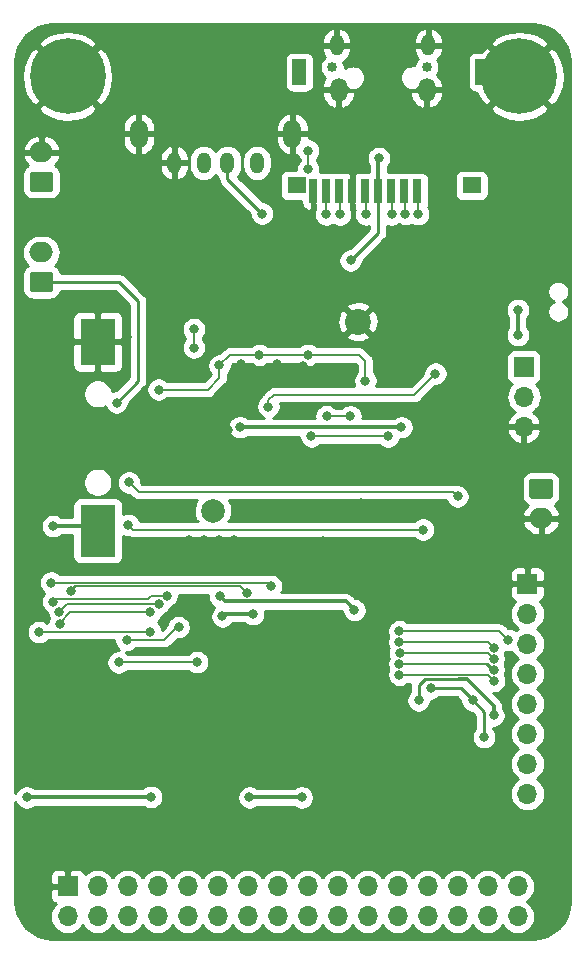
<source format=gbr>
G04 #@! TF.GenerationSoftware,KiCad,Pcbnew,(5.1.4)-1*
G04 #@! TF.CreationDate,2020-02-10T17:26:07+08:00*
G04 #@! TF.ProjectId,F1C100s-i80,46314331-3030-4732-9d69-38302e6b6963,rev?*
G04 #@! TF.SameCoordinates,Original*
G04 #@! TF.FileFunction,Copper,L2,Bot*
G04 #@! TF.FilePolarity,Positive*
%FSLAX46Y46*%
G04 Gerber Fmt 4.6, Leading zero omitted, Abs format (unit mm)*
G04 Created by KiCad (PCBNEW (5.1.4)-1) date 2020-02-10 17:26:07*
%MOMM*%
%LPD*%
G04 APERTURE LIST*
%ADD10O,1.500000X2.400000*%
%ADD11O,1.200000X1.800000*%
%ADD12O,1.700000X1.700000*%
%ADD13R,1.700000X1.700000*%
%ADD14R,3.000000X4.000000*%
%ADD15R,3.000000X4.400000*%
%ADD16C,0.800000*%
%ADD17C,6.400000*%
%ADD18C,0.100000*%
%ADD19C,1.700000*%
%ADD20O,2.000000X1.700000*%
%ADD21C,0.850000*%
%ADD22R,1.200000X2.200000*%
%ADD23R,1.600000X1.400000*%
%ADD24R,0.750000X2.000000*%
%ADD25O,1.150000X1.800000*%
%ADD26O,1.450000X2.000000*%
%ADD27C,2.001000*%
%ADD28C,2.200000*%
%ADD29C,1.400000*%
%ADD30C,0.150000*%
%ADD31C,0.130000*%
%ADD32C,0.300000*%
%ADD33C,0.190000*%
%ADD34C,0.250000*%
%ADD35C,0.170000*%
%ADD36C,0.254000*%
G04 APERTURE END LIST*
D10*
X64750000Y-30270000D03*
X51750000Y-30270000D03*
D11*
X61750000Y-32720000D03*
X59250000Y-32720000D03*
X57250000Y-32720000D03*
X54750000Y-32720000D03*
D12*
X84650000Y-86150000D03*
X84650000Y-83610000D03*
X84650000Y-81070000D03*
X84650000Y-78530000D03*
X84650000Y-75990000D03*
X84650000Y-73450000D03*
X84650000Y-70910000D03*
D13*
X84650000Y-68370000D03*
D14*
X48260000Y-47880000D03*
D15*
X48260000Y-63880000D03*
D16*
X85657056Y-23702944D03*
X83960000Y-23000000D03*
X82262944Y-23702944D03*
X81560000Y-25400000D03*
X82262944Y-27097056D03*
X83960000Y-27800000D03*
X85657056Y-27097056D03*
X86360000Y-25400000D03*
D17*
X83960000Y-25400000D03*
D13*
X45720000Y-93980000D03*
D12*
X45720000Y-96520000D03*
X48260000Y-93980000D03*
X48260000Y-96520000D03*
X50800000Y-93980000D03*
X50800000Y-96520000D03*
X53340000Y-93980000D03*
X53340000Y-96520000D03*
X55880000Y-93980000D03*
X55880000Y-96520000D03*
X58420000Y-93980000D03*
X58420000Y-96520000D03*
X60960000Y-93980000D03*
X60960000Y-96520000D03*
X63500000Y-93980000D03*
X63500000Y-96520000D03*
X66040000Y-93980000D03*
X66040000Y-96520000D03*
X68580000Y-93980000D03*
X68580000Y-96520000D03*
X71120000Y-93980000D03*
X71120000Y-96520000D03*
X73660000Y-93980000D03*
X73660000Y-96520000D03*
X76200000Y-93980000D03*
X76200000Y-96520000D03*
X78740000Y-93980000D03*
X78740000Y-96520000D03*
X81280000Y-93980000D03*
X81280000Y-96520000D03*
X83820000Y-93980000D03*
X83820000Y-96520000D03*
D18*
G36*
X44274504Y-41961204D02*
G01*
X44298773Y-41964804D01*
X44322571Y-41970765D01*
X44345671Y-41979030D01*
X44367849Y-41989520D01*
X44388893Y-42002133D01*
X44408598Y-42016747D01*
X44426777Y-42033223D01*
X44443253Y-42051402D01*
X44457867Y-42071107D01*
X44470480Y-42092151D01*
X44480970Y-42114329D01*
X44489235Y-42137429D01*
X44495196Y-42161227D01*
X44498796Y-42185496D01*
X44500000Y-42210000D01*
X44500000Y-43410000D01*
X44498796Y-43434504D01*
X44495196Y-43458773D01*
X44489235Y-43482571D01*
X44480970Y-43505671D01*
X44470480Y-43527849D01*
X44457867Y-43548893D01*
X44443253Y-43568598D01*
X44426777Y-43586777D01*
X44408598Y-43603253D01*
X44388893Y-43617867D01*
X44367849Y-43630480D01*
X44345671Y-43640970D01*
X44322571Y-43649235D01*
X44298773Y-43655196D01*
X44274504Y-43658796D01*
X44250000Y-43660000D01*
X42750000Y-43660000D01*
X42725496Y-43658796D01*
X42701227Y-43655196D01*
X42677429Y-43649235D01*
X42654329Y-43640970D01*
X42632151Y-43630480D01*
X42611107Y-43617867D01*
X42591402Y-43603253D01*
X42573223Y-43586777D01*
X42556747Y-43568598D01*
X42542133Y-43548893D01*
X42529520Y-43527849D01*
X42519030Y-43505671D01*
X42510765Y-43482571D01*
X42504804Y-43458773D01*
X42501204Y-43434504D01*
X42500000Y-43410000D01*
X42500000Y-42210000D01*
X42501204Y-42185496D01*
X42504804Y-42161227D01*
X42510765Y-42137429D01*
X42519030Y-42114329D01*
X42529520Y-42092151D01*
X42542133Y-42071107D01*
X42556747Y-42051402D01*
X42573223Y-42033223D01*
X42591402Y-42016747D01*
X42611107Y-42002133D01*
X42632151Y-41989520D01*
X42654329Y-41979030D01*
X42677429Y-41970765D01*
X42701227Y-41964804D01*
X42725496Y-41961204D01*
X42750000Y-41960000D01*
X44250000Y-41960000D01*
X44274504Y-41961204D01*
X44274504Y-41961204D01*
G37*
D19*
X43500000Y-42810000D03*
D20*
X43500000Y-40310000D03*
D18*
G36*
X44274504Y-33481204D02*
G01*
X44298773Y-33484804D01*
X44322571Y-33490765D01*
X44345671Y-33499030D01*
X44367849Y-33509520D01*
X44388893Y-33522133D01*
X44408598Y-33536747D01*
X44426777Y-33553223D01*
X44443253Y-33571402D01*
X44457867Y-33591107D01*
X44470480Y-33612151D01*
X44480970Y-33634329D01*
X44489235Y-33657429D01*
X44495196Y-33681227D01*
X44498796Y-33705496D01*
X44500000Y-33730000D01*
X44500000Y-34930000D01*
X44498796Y-34954504D01*
X44495196Y-34978773D01*
X44489235Y-35002571D01*
X44480970Y-35025671D01*
X44470480Y-35047849D01*
X44457867Y-35068893D01*
X44443253Y-35088598D01*
X44426777Y-35106777D01*
X44408598Y-35123253D01*
X44388893Y-35137867D01*
X44367849Y-35150480D01*
X44345671Y-35160970D01*
X44322571Y-35169235D01*
X44298773Y-35175196D01*
X44274504Y-35178796D01*
X44250000Y-35180000D01*
X42750000Y-35180000D01*
X42725496Y-35178796D01*
X42701227Y-35175196D01*
X42677429Y-35169235D01*
X42654329Y-35160970D01*
X42632151Y-35150480D01*
X42611107Y-35137867D01*
X42591402Y-35123253D01*
X42573223Y-35106777D01*
X42556747Y-35088598D01*
X42542133Y-35068893D01*
X42529520Y-35047849D01*
X42519030Y-35025671D01*
X42510765Y-35002571D01*
X42504804Y-34978773D01*
X42501204Y-34954504D01*
X42500000Y-34930000D01*
X42500000Y-33730000D01*
X42501204Y-33705496D01*
X42504804Y-33681227D01*
X42510765Y-33657429D01*
X42519030Y-33634329D01*
X42529520Y-33612151D01*
X42542133Y-33591107D01*
X42556747Y-33571402D01*
X42573223Y-33553223D01*
X42591402Y-33536747D01*
X42611107Y-33522133D01*
X42632151Y-33509520D01*
X42654329Y-33499030D01*
X42677429Y-33490765D01*
X42701227Y-33484804D01*
X42725496Y-33481204D01*
X42750000Y-33480000D01*
X44250000Y-33480000D01*
X44274504Y-33481204D01*
X44274504Y-33481204D01*
G37*
D19*
X43500000Y-34330000D03*
D20*
X43500000Y-31830000D03*
D13*
X84350000Y-50000000D03*
D12*
X84350000Y-52540000D03*
X84350000Y-55080000D03*
D20*
X85800000Y-62800000D03*
D18*
G36*
X86574504Y-59451204D02*
G01*
X86598773Y-59454804D01*
X86622571Y-59460765D01*
X86645671Y-59469030D01*
X86667849Y-59479520D01*
X86688893Y-59492133D01*
X86708598Y-59506747D01*
X86726777Y-59523223D01*
X86743253Y-59541402D01*
X86757867Y-59561107D01*
X86770480Y-59582151D01*
X86780970Y-59604329D01*
X86789235Y-59627429D01*
X86795196Y-59651227D01*
X86798796Y-59675496D01*
X86800000Y-59700000D01*
X86800000Y-60900000D01*
X86798796Y-60924504D01*
X86795196Y-60948773D01*
X86789235Y-60972571D01*
X86780970Y-60995671D01*
X86770480Y-61017849D01*
X86757867Y-61038893D01*
X86743253Y-61058598D01*
X86726777Y-61076777D01*
X86708598Y-61093253D01*
X86688893Y-61107867D01*
X86667849Y-61120480D01*
X86645671Y-61130970D01*
X86622571Y-61139235D01*
X86598773Y-61145196D01*
X86574504Y-61148796D01*
X86550000Y-61150000D01*
X85050000Y-61150000D01*
X85025496Y-61148796D01*
X85001227Y-61145196D01*
X84977429Y-61139235D01*
X84954329Y-61130970D01*
X84932151Y-61120480D01*
X84911107Y-61107867D01*
X84891402Y-61093253D01*
X84873223Y-61076777D01*
X84856747Y-61058598D01*
X84842133Y-61038893D01*
X84829520Y-61017849D01*
X84819030Y-60995671D01*
X84810765Y-60972571D01*
X84804804Y-60948773D01*
X84801204Y-60924504D01*
X84800000Y-60900000D01*
X84800000Y-59700000D01*
X84801204Y-59675496D01*
X84804804Y-59651227D01*
X84810765Y-59627429D01*
X84819030Y-59604329D01*
X84829520Y-59582151D01*
X84842133Y-59561107D01*
X84856747Y-59541402D01*
X84873223Y-59523223D01*
X84891402Y-59506747D01*
X84911107Y-59492133D01*
X84932151Y-59479520D01*
X84954329Y-59469030D01*
X84977429Y-59460765D01*
X85001227Y-59454804D01*
X85025496Y-59451204D01*
X85050000Y-59450000D01*
X86550000Y-59450000D01*
X86574504Y-59451204D01*
X86574504Y-59451204D01*
G37*
D19*
X85800000Y-60300000D03*
D21*
X76125000Y-24638000D03*
X68125000Y-24638000D03*
D22*
X65325000Y-25038000D03*
X80825000Y-25038000D03*
D23*
X65125000Y-34638000D03*
X79925000Y-34638000D03*
D24*
X66525000Y-35138000D03*
X67625000Y-35138000D03*
X68725000Y-35138000D03*
X69825000Y-35138000D03*
X70925000Y-35138000D03*
X72025000Y-35138000D03*
X73125000Y-35138000D03*
X74225000Y-35138000D03*
X75325000Y-35138000D03*
D25*
X68505000Y-22751500D03*
X76255000Y-22751500D03*
D26*
X68655000Y-26551500D03*
X76105000Y-26551500D03*
D17*
X45720000Y-25400000D03*
D16*
X48120000Y-25400000D03*
X47417056Y-27097056D03*
X45720000Y-27800000D03*
X44022944Y-27097056D03*
X43320000Y-25400000D03*
X44022944Y-23702944D03*
X45720000Y-23000000D03*
X47417056Y-23702944D03*
D27*
X58020000Y-62180000D03*
D28*
X70300000Y-46160000D03*
D16*
X42270001Y-86450000D03*
X44500000Y-63480000D03*
X52800000Y-86410000D03*
D29*
X78140000Y-80170000D03*
D16*
X78870000Y-82890000D03*
X75650000Y-81920000D03*
X55250000Y-76610000D03*
X54190000Y-82870000D03*
X58850000Y-81410000D03*
X64960000Y-85210000D03*
X43540000Y-61510000D03*
X41990000Y-48680000D03*
X50750000Y-47490000D03*
X68390000Y-41000000D03*
X59300000Y-55300000D03*
X70537500Y-61500000D03*
X70300000Y-57950000D03*
X67600000Y-73630000D03*
X69010000Y-68090000D03*
X60420000Y-49780000D03*
X63470000Y-49770000D03*
X65610000Y-49890000D03*
X67310000Y-85725000D03*
X68580000Y-85725000D03*
X67310000Y-86995000D03*
X68580000Y-86995000D03*
X67310000Y-88265000D03*
X68580000Y-88265000D03*
X69850000Y-88265000D03*
X71120000Y-88265000D03*
X72390000Y-88265000D03*
X69850000Y-86995000D03*
X55880000Y-59690000D03*
X57150000Y-59690000D03*
X58420000Y-59690000D03*
X59690000Y-59690000D03*
X55980000Y-64670000D03*
X57250000Y-64670000D03*
X58520000Y-64670000D03*
X59790000Y-64670000D03*
X67310000Y-64770000D03*
X76898500Y-49212500D03*
X81978500Y-49212500D03*
X76898500Y-47942500D03*
X81978500Y-47942500D03*
X76898500Y-46672500D03*
X81978500Y-46672500D03*
X76898500Y-45402500D03*
X81978500Y-45402500D03*
X76898500Y-44132500D03*
X81978500Y-44132500D03*
X76898500Y-42862500D03*
X81978500Y-42862500D03*
X76898500Y-41592500D03*
X81978500Y-41592500D03*
X76898500Y-40322500D03*
X81978500Y-40322500D03*
X76898500Y-39052500D03*
X81978500Y-39052500D03*
X76898500Y-37782500D03*
X81978500Y-37782500D03*
X76898500Y-36512500D03*
X81978500Y-36512500D03*
X74250000Y-70050000D03*
X74460000Y-81920000D03*
X74422000Y-84074000D03*
X75692000Y-84074000D03*
X76962000Y-84074000D03*
X76962000Y-85090000D03*
X75692000Y-85090000D03*
X74422000Y-85090000D03*
X78867000Y-84074000D03*
X78867000Y-85090000D03*
X72390000Y-86995000D03*
X71120000Y-86995000D03*
X62710000Y-53370000D03*
X76862166Y-50573166D03*
X58825000Y-71130000D03*
X61426942Y-70925000D03*
X50030111Y-75010000D03*
X56680000Y-75000000D03*
X61100000Y-86440000D03*
X65540000Y-86440000D03*
X66084990Y-48990000D03*
X70930000Y-51180000D03*
X53420000Y-51920000D03*
X58560000Y-49880000D03*
X61950000Y-48990000D03*
X69670000Y-40990000D03*
X72070000Y-32330000D03*
X49860000Y-53015000D03*
X56410000Y-48370000D03*
X56410000Y-46800000D03*
X50710000Y-73140000D03*
X55120000Y-72030000D03*
X73980000Y-55110000D03*
X60310000Y-55110000D03*
X69998922Y-70589943D03*
X58630000Y-69420000D03*
X80990000Y-81350000D03*
X83830000Y-47320000D03*
X83830000Y-45180000D03*
X76454000Y-77216000D03*
X80010000Y-78232000D03*
X62920000Y-68550000D03*
X44320000Y-68270000D03*
X43275000Y-72450000D03*
X52710000Y-72420000D03*
X53413437Y-70063437D03*
X45030000Y-70730000D03*
X54095825Y-69381049D03*
X44485000Y-69862800D03*
X52708437Y-70768437D03*
X45045020Y-71790000D03*
X60880777Y-69167223D03*
X45980000Y-68940000D03*
X50910000Y-59785000D03*
X78730000Y-60955000D03*
X50855966Y-63385000D03*
X75810000Y-63770000D03*
X73800000Y-73290000D03*
X81800000Y-73790000D03*
X73848039Y-74218760D03*
X81788078Y-74719925D03*
X73814251Y-75148148D03*
X81790180Y-75649924D03*
X73808278Y-76078131D03*
X81800556Y-76579868D03*
X75400000Y-37070000D03*
X74310000Y-37060000D03*
X73160000Y-37080000D03*
X70990000Y-37080000D03*
X68780000Y-37090000D03*
X67610000Y-37090000D03*
X62180000Y-37020000D03*
X66080000Y-31686500D03*
X66080000Y-33274000D03*
X66357330Y-55887330D03*
X72844980Y-55890000D03*
X75438000Y-78232000D03*
X81788000Y-79502000D03*
X69649315Y-54179314D03*
X67645454Y-54170171D03*
X73814529Y-72360112D03*
X83020000Y-73110000D03*
D30*
X52280000Y-86410000D02*
X42310001Y-86410000D01*
X42310001Y-86410000D02*
X42270001Y-86450000D01*
D31*
X52280000Y-86410000D02*
X52800000Y-86410000D01*
D32*
X52760000Y-86450000D02*
X52800000Y-86410000D01*
X42270001Y-86450000D02*
X52760000Y-86450000D01*
X47860000Y-63480000D02*
X48260000Y-63880000D01*
X44500000Y-63480000D02*
X47860000Y-63480000D01*
D30*
X62710000Y-53370000D02*
X62710000Y-52804315D01*
X62710000Y-52804315D02*
X63164315Y-52350000D01*
X63164315Y-52350000D02*
X75085331Y-52350000D01*
D33*
X75085332Y-52350000D02*
X76862166Y-50573166D01*
X75085331Y-52350000D02*
X75085332Y-52350000D01*
D31*
X50030111Y-75010000D02*
X50595796Y-75010000D01*
X50595796Y-75010000D02*
X56670000Y-75010000D01*
X56670000Y-75010000D02*
X56680000Y-75000000D01*
D33*
X66084990Y-48990000D02*
X70380000Y-48990000D01*
X70380000Y-48990000D02*
X70930000Y-49540000D01*
X70930000Y-49540000D02*
X70930000Y-51180000D01*
X53420000Y-51920000D02*
X53985685Y-51920000D01*
X53985685Y-51920000D02*
X57580000Y-51920000D01*
X57580000Y-51920000D02*
X58560000Y-50940000D01*
X58560000Y-50940000D02*
X58560000Y-49880000D01*
X58560000Y-49880000D02*
X59450000Y-48990000D01*
X59450000Y-48990000D02*
X61950000Y-48990000D01*
X61950000Y-48990000D02*
X66084990Y-48990000D01*
D34*
X72025000Y-35425000D02*
X72025000Y-38635000D01*
X72025000Y-38635000D02*
X69670000Y-40990000D01*
D32*
X61100000Y-86440000D02*
X65540000Y-86440000D01*
X72025000Y-32375000D02*
X72070000Y-32330000D01*
X72025000Y-35425000D02*
X72025000Y-32375000D01*
X59030000Y-70925000D02*
X58825000Y-71130000D01*
X61426942Y-70925000D02*
X59030000Y-70925000D01*
D34*
X43500000Y-42810000D02*
X50060000Y-42810000D01*
X50060000Y-42810000D02*
X51700000Y-44450000D01*
X51700000Y-44450000D02*
X51700000Y-51175000D01*
X51700000Y-51175000D02*
X49860000Y-53015000D01*
D33*
X56410000Y-48370000D02*
X56410000Y-46800000D01*
D31*
X50710000Y-73140000D02*
X53910000Y-73140000D01*
X55020000Y-72030000D02*
X55120000Y-72030000D01*
X53910000Y-73140000D02*
X55020000Y-72030000D01*
D32*
X69598923Y-70189944D02*
X69998922Y-70589943D01*
X69256203Y-69847224D02*
X69598923Y-70189944D01*
X59057224Y-69847224D02*
X69256203Y-69847224D01*
X58630000Y-69420000D02*
X59057224Y-69847224D01*
X73071382Y-55110000D02*
X73980000Y-55110000D01*
X60310000Y-55110000D02*
X73071382Y-55110000D01*
D34*
X76454000Y-77216000D02*
X78994000Y-77216000D01*
X78994000Y-77216000D02*
X80010000Y-78232000D01*
X80990000Y-79212000D02*
X80010000Y-78232000D01*
X80990000Y-81350000D02*
X80990000Y-79212000D01*
D32*
X83830000Y-45180000D02*
X83830000Y-47320000D01*
D35*
X62920000Y-68550000D02*
X62630000Y-68260000D01*
X62610009Y-68279991D02*
X60417822Y-68279990D01*
X62630000Y-68260000D02*
X62610009Y-68279991D01*
D30*
X45179990Y-68279990D02*
X45170000Y-68270000D01*
D35*
X47209990Y-68279990D02*
X47090000Y-68279990D01*
X60417822Y-68279990D02*
X47209990Y-68279990D01*
D30*
X45400020Y-68270000D02*
X44320000Y-68270000D01*
X45410010Y-68279990D02*
X45400020Y-68270000D01*
X45410010Y-68279990D02*
X45179990Y-68279990D01*
X47209990Y-68279990D02*
X45410010Y-68279990D01*
X51210000Y-72450000D02*
X43275000Y-72450000D01*
X51285150Y-72450000D02*
X51210000Y-72450000D01*
D31*
X52680000Y-72450000D02*
X52710000Y-72420000D01*
X51210000Y-72450000D02*
X52680000Y-72450000D01*
X53413437Y-70063437D02*
X47153437Y-70063437D01*
D30*
X47153437Y-70063437D02*
X45696563Y-70063437D01*
X45696563Y-70063437D02*
X45030000Y-70730000D01*
X44485000Y-69862800D02*
X44527200Y-69862800D01*
X44527200Y-69862800D02*
X44770000Y-69620000D01*
X52520000Y-69620000D02*
X52758951Y-69381049D01*
X44770000Y-69620000D02*
X52520000Y-69620000D01*
D31*
X54095825Y-69381049D02*
X52758951Y-69381049D01*
X52708437Y-70768437D02*
X47198437Y-70768437D01*
D30*
X47198437Y-70768437D02*
X45931563Y-70768437D01*
X45931563Y-70768437D02*
X45045020Y-71654980D01*
X45045020Y-71654980D02*
X45045020Y-71790000D01*
D35*
X60880777Y-69167223D02*
X60293554Y-68580000D01*
D30*
X46990000Y-68580000D02*
X46390000Y-68580000D01*
X46390000Y-68580000D02*
X46020000Y-68950000D01*
X47200000Y-68580000D02*
X46390000Y-68580000D01*
D35*
X47200000Y-68580000D02*
X46990000Y-68580000D01*
X60293554Y-68580000D02*
X47200000Y-68580000D01*
D30*
X46340000Y-68580000D02*
X45980000Y-68940000D01*
X46390000Y-68580000D02*
X46340000Y-68580000D01*
X50910000Y-59785000D02*
X51725000Y-60600000D01*
X51725000Y-60600000D02*
X78375000Y-60600000D01*
X78375000Y-60600000D02*
X78730000Y-60955000D01*
X75795001Y-63784999D02*
X75810000Y-63770000D01*
X50855966Y-63385000D02*
X51255965Y-63784999D01*
X51255965Y-63784999D02*
X75795001Y-63784999D01*
D33*
X81300000Y-73290000D02*
X81800000Y-73790000D01*
X73800000Y-73290000D02*
X81300000Y-73290000D01*
D30*
X73848039Y-74218760D02*
X75078760Y-74218760D01*
X81288153Y-74220000D02*
X81788078Y-74719925D01*
D33*
X81286913Y-74218760D02*
X81788078Y-74719925D01*
X73848039Y-74218760D02*
X81286913Y-74218760D01*
D30*
X81121852Y-75148148D02*
X81623628Y-75649924D01*
X81623628Y-75649924D02*
X81790180Y-75649924D01*
D33*
X81288404Y-75148148D02*
X81790180Y-75649924D01*
X73814251Y-75148148D02*
X81288404Y-75148148D01*
D30*
X81298819Y-76078131D02*
X81800556Y-76579868D01*
D33*
X73808278Y-76078131D02*
X74099369Y-76078131D01*
X81400557Y-76179869D02*
X81800556Y-76579868D01*
X81299678Y-76078990D02*
X81400557Y-76179869D01*
X74100228Y-76078990D02*
X81299678Y-76078990D01*
X74099369Y-76078131D02*
X74100228Y-76078990D01*
D30*
X75400000Y-35500000D02*
X75325000Y-35425000D01*
X75400000Y-37070000D02*
X75400000Y-35500000D01*
X74310000Y-35510000D02*
X74225000Y-35425000D01*
X74310000Y-37060000D02*
X74310000Y-35510000D01*
D33*
X73160000Y-35460000D02*
X73125000Y-35425000D01*
X73160000Y-37080000D02*
X73160000Y-35460000D01*
X70990000Y-35490000D02*
X70925000Y-35425000D01*
X70990000Y-37080000D02*
X70990000Y-35490000D01*
X68780000Y-35480000D02*
X68725000Y-35425000D01*
X68780000Y-37090000D02*
X68780000Y-35480000D01*
D30*
X67625000Y-36469315D02*
X67625000Y-35425000D01*
D33*
X67610000Y-35440000D02*
X67625000Y-35425000D01*
X67610000Y-37090000D02*
X67610000Y-35440000D01*
D34*
X59250000Y-34090000D02*
X59250000Y-32720000D01*
X62180000Y-37020000D02*
X59250000Y-34090000D01*
D30*
X66080000Y-33274000D02*
X66080000Y-31686500D01*
X66923015Y-55887330D02*
X66925685Y-55890000D01*
X66357330Y-55887330D02*
X66923015Y-55887330D01*
X66360000Y-55890000D02*
X66357330Y-55887330D01*
X72844980Y-55890000D02*
X66360000Y-55890000D01*
D34*
X75438000Y-78232000D02*
X75438000Y-76962000D01*
X75438000Y-76962000D02*
X75946000Y-76454000D01*
D32*
X79502000Y-76454000D02*
X81788000Y-78740000D01*
X78867000Y-76454000D02*
X79502000Y-76454000D01*
D34*
X75946000Y-76454000D02*
X78867000Y-76454000D01*
D32*
X81788000Y-79502000D02*
X81788000Y-78740000D01*
D30*
X69649315Y-54179314D02*
X67654597Y-54179314D01*
X67654597Y-54179314D02*
X67645454Y-54170171D01*
D33*
X82270112Y-72360112D02*
X83020000Y-73110000D01*
X73814529Y-72360112D02*
X82270112Y-72360112D01*
D36*
G36*
X85701222Y-21043096D02*
G01*
X86289164Y-21220606D01*
X86831436Y-21508937D01*
X87307364Y-21897094D01*
X87698845Y-22370314D01*
X87990951Y-22910552D01*
X88172563Y-23497244D01*
X88240001Y-24138888D01*
X88240000Y-95217721D01*
X88176904Y-95861221D01*
X87999394Y-96449164D01*
X87711063Y-96991436D01*
X87322906Y-97467364D01*
X86849686Y-97858845D01*
X86309449Y-98150950D01*
X85722756Y-98332563D01*
X85081130Y-98400000D01*
X44482279Y-98400000D01*
X43838779Y-98336904D01*
X43250836Y-98159394D01*
X42708564Y-97871063D01*
X42232636Y-97482906D01*
X41841155Y-97009686D01*
X41576383Y-96520000D01*
X44227815Y-96520000D01*
X44256487Y-96811111D01*
X44341401Y-97091034D01*
X44479294Y-97349014D01*
X44664866Y-97575134D01*
X44890986Y-97760706D01*
X45148966Y-97898599D01*
X45428889Y-97983513D01*
X45647050Y-98005000D01*
X45792950Y-98005000D01*
X46011111Y-97983513D01*
X46291034Y-97898599D01*
X46549014Y-97760706D01*
X46775134Y-97575134D01*
X46960706Y-97349014D01*
X46990000Y-97294209D01*
X47019294Y-97349014D01*
X47204866Y-97575134D01*
X47430986Y-97760706D01*
X47688966Y-97898599D01*
X47968889Y-97983513D01*
X48187050Y-98005000D01*
X48332950Y-98005000D01*
X48551111Y-97983513D01*
X48831034Y-97898599D01*
X49089014Y-97760706D01*
X49315134Y-97575134D01*
X49500706Y-97349014D01*
X49530000Y-97294209D01*
X49559294Y-97349014D01*
X49744866Y-97575134D01*
X49970986Y-97760706D01*
X50228966Y-97898599D01*
X50508889Y-97983513D01*
X50727050Y-98005000D01*
X50872950Y-98005000D01*
X51091111Y-97983513D01*
X51371034Y-97898599D01*
X51629014Y-97760706D01*
X51855134Y-97575134D01*
X52040706Y-97349014D01*
X52070000Y-97294209D01*
X52099294Y-97349014D01*
X52284866Y-97575134D01*
X52510986Y-97760706D01*
X52768966Y-97898599D01*
X53048889Y-97983513D01*
X53267050Y-98005000D01*
X53412950Y-98005000D01*
X53631111Y-97983513D01*
X53911034Y-97898599D01*
X54169014Y-97760706D01*
X54395134Y-97575134D01*
X54580706Y-97349014D01*
X54610000Y-97294209D01*
X54639294Y-97349014D01*
X54824866Y-97575134D01*
X55050986Y-97760706D01*
X55308966Y-97898599D01*
X55588889Y-97983513D01*
X55807050Y-98005000D01*
X55952950Y-98005000D01*
X56171111Y-97983513D01*
X56451034Y-97898599D01*
X56709014Y-97760706D01*
X56935134Y-97575134D01*
X57120706Y-97349014D01*
X57150000Y-97294209D01*
X57179294Y-97349014D01*
X57364866Y-97575134D01*
X57590986Y-97760706D01*
X57848966Y-97898599D01*
X58128889Y-97983513D01*
X58347050Y-98005000D01*
X58492950Y-98005000D01*
X58711111Y-97983513D01*
X58991034Y-97898599D01*
X59249014Y-97760706D01*
X59475134Y-97575134D01*
X59660706Y-97349014D01*
X59690000Y-97294209D01*
X59719294Y-97349014D01*
X59904866Y-97575134D01*
X60130986Y-97760706D01*
X60388966Y-97898599D01*
X60668889Y-97983513D01*
X60887050Y-98005000D01*
X61032950Y-98005000D01*
X61251111Y-97983513D01*
X61531034Y-97898599D01*
X61789014Y-97760706D01*
X62015134Y-97575134D01*
X62200706Y-97349014D01*
X62230000Y-97294209D01*
X62259294Y-97349014D01*
X62444866Y-97575134D01*
X62670986Y-97760706D01*
X62928966Y-97898599D01*
X63208889Y-97983513D01*
X63427050Y-98005000D01*
X63572950Y-98005000D01*
X63791111Y-97983513D01*
X64071034Y-97898599D01*
X64329014Y-97760706D01*
X64555134Y-97575134D01*
X64740706Y-97349014D01*
X64770000Y-97294209D01*
X64799294Y-97349014D01*
X64984866Y-97575134D01*
X65210986Y-97760706D01*
X65468966Y-97898599D01*
X65748889Y-97983513D01*
X65967050Y-98005000D01*
X66112950Y-98005000D01*
X66331111Y-97983513D01*
X66611034Y-97898599D01*
X66869014Y-97760706D01*
X67095134Y-97575134D01*
X67280706Y-97349014D01*
X67310000Y-97294209D01*
X67339294Y-97349014D01*
X67524866Y-97575134D01*
X67750986Y-97760706D01*
X68008966Y-97898599D01*
X68288889Y-97983513D01*
X68507050Y-98005000D01*
X68652950Y-98005000D01*
X68871111Y-97983513D01*
X69151034Y-97898599D01*
X69409014Y-97760706D01*
X69635134Y-97575134D01*
X69820706Y-97349014D01*
X69850000Y-97294209D01*
X69879294Y-97349014D01*
X70064866Y-97575134D01*
X70290986Y-97760706D01*
X70548966Y-97898599D01*
X70828889Y-97983513D01*
X71047050Y-98005000D01*
X71192950Y-98005000D01*
X71411111Y-97983513D01*
X71691034Y-97898599D01*
X71949014Y-97760706D01*
X72175134Y-97575134D01*
X72360706Y-97349014D01*
X72390000Y-97294209D01*
X72419294Y-97349014D01*
X72604866Y-97575134D01*
X72830986Y-97760706D01*
X73088966Y-97898599D01*
X73368889Y-97983513D01*
X73587050Y-98005000D01*
X73732950Y-98005000D01*
X73951111Y-97983513D01*
X74231034Y-97898599D01*
X74489014Y-97760706D01*
X74715134Y-97575134D01*
X74900706Y-97349014D01*
X74930000Y-97294209D01*
X74959294Y-97349014D01*
X75144866Y-97575134D01*
X75370986Y-97760706D01*
X75628966Y-97898599D01*
X75908889Y-97983513D01*
X76127050Y-98005000D01*
X76272950Y-98005000D01*
X76491111Y-97983513D01*
X76771034Y-97898599D01*
X77029014Y-97760706D01*
X77255134Y-97575134D01*
X77440706Y-97349014D01*
X77470000Y-97294209D01*
X77499294Y-97349014D01*
X77684866Y-97575134D01*
X77910986Y-97760706D01*
X78168966Y-97898599D01*
X78448889Y-97983513D01*
X78667050Y-98005000D01*
X78812950Y-98005000D01*
X79031111Y-97983513D01*
X79311034Y-97898599D01*
X79569014Y-97760706D01*
X79795134Y-97575134D01*
X79980706Y-97349014D01*
X80010000Y-97294209D01*
X80039294Y-97349014D01*
X80224866Y-97575134D01*
X80450986Y-97760706D01*
X80708966Y-97898599D01*
X80988889Y-97983513D01*
X81207050Y-98005000D01*
X81352950Y-98005000D01*
X81571111Y-97983513D01*
X81851034Y-97898599D01*
X82109014Y-97760706D01*
X82335134Y-97575134D01*
X82520706Y-97349014D01*
X82550000Y-97294209D01*
X82579294Y-97349014D01*
X82764866Y-97575134D01*
X82990986Y-97760706D01*
X83248966Y-97898599D01*
X83528889Y-97983513D01*
X83747050Y-98005000D01*
X83892950Y-98005000D01*
X84111111Y-97983513D01*
X84391034Y-97898599D01*
X84649014Y-97760706D01*
X84875134Y-97575134D01*
X85060706Y-97349014D01*
X85198599Y-97091034D01*
X85283513Y-96811111D01*
X85312185Y-96520000D01*
X85283513Y-96228889D01*
X85198599Y-95948966D01*
X85060706Y-95690986D01*
X84875134Y-95464866D01*
X84649014Y-95279294D01*
X84594209Y-95250000D01*
X84649014Y-95220706D01*
X84875134Y-95035134D01*
X85060706Y-94809014D01*
X85198599Y-94551034D01*
X85283513Y-94271111D01*
X85312185Y-93980000D01*
X85283513Y-93688889D01*
X85198599Y-93408966D01*
X85060706Y-93150986D01*
X84875134Y-92924866D01*
X84649014Y-92739294D01*
X84391034Y-92601401D01*
X84111111Y-92516487D01*
X83892950Y-92495000D01*
X83747050Y-92495000D01*
X83528889Y-92516487D01*
X83248966Y-92601401D01*
X82990986Y-92739294D01*
X82764866Y-92924866D01*
X82579294Y-93150986D01*
X82550000Y-93205791D01*
X82520706Y-93150986D01*
X82335134Y-92924866D01*
X82109014Y-92739294D01*
X81851034Y-92601401D01*
X81571111Y-92516487D01*
X81352950Y-92495000D01*
X81207050Y-92495000D01*
X80988889Y-92516487D01*
X80708966Y-92601401D01*
X80450986Y-92739294D01*
X80224866Y-92924866D01*
X80039294Y-93150986D01*
X80010000Y-93205791D01*
X79980706Y-93150986D01*
X79795134Y-92924866D01*
X79569014Y-92739294D01*
X79311034Y-92601401D01*
X79031111Y-92516487D01*
X78812950Y-92495000D01*
X78667050Y-92495000D01*
X78448889Y-92516487D01*
X78168966Y-92601401D01*
X77910986Y-92739294D01*
X77684866Y-92924866D01*
X77499294Y-93150986D01*
X77470000Y-93205791D01*
X77440706Y-93150986D01*
X77255134Y-92924866D01*
X77029014Y-92739294D01*
X76771034Y-92601401D01*
X76491111Y-92516487D01*
X76272950Y-92495000D01*
X76127050Y-92495000D01*
X75908889Y-92516487D01*
X75628966Y-92601401D01*
X75370986Y-92739294D01*
X75144866Y-92924866D01*
X74959294Y-93150986D01*
X74930000Y-93205791D01*
X74900706Y-93150986D01*
X74715134Y-92924866D01*
X74489014Y-92739294D01*
X74231034Y-92601401D01*
X73951111Y-92516487D01*
X73732950Y-92495000D01*
X73587050Y-92495000D01*
X73368889Y-92516487D01*
X73088966Y-92601401D01*
X72830986Y-92739294D01*
X72604866Y-92924866D01*
X72419294Y-93150986D01*
X72390000Y-93205791D01*
X72360706Y-93150986D01*
X72175134Y-92924866D01*
X71949014Y-92739294D01*
X71691034Y-92601401D01*
X71411111Y-92516487D01*
X71192950Y-92495000D01*
X71047050Y-92495000D01*
X70828889Y-92516487D01*
X70548966Y-92601401D01*
X70290986Y-92739294D01*
X70064866Y-92924866D01*
X69879294Y-93150986D01*
X69850000Y-93205791D01*
X69820706Y-93150986D01*
X69635134Y-92924866D01*
X69409014Y-92739294D01*
X69151034Y-92601401D01*
X68871111Y-92516487D01*
X68652950Y-92495000D01*
X68507050Y-92495000D01*
X68288889Y-92516487D01*
X68008966Y-92601401D01*
X67750986Y-92739294D01*
X67524866Y-92924866D01*
X67339294Y-93150986D01*
X67310000Y-93205791D01*
X67280706Y-93150986D01*
X67095134Y-92924866D01*
X66869014Y-92739294D01*
X66611034Y-92601401D01*
X66331111Y-92516487D01*
X66112950Y-92495000D01*
X65967050Y-92495000D01*
X65748889Y-92516487D01*
X65468966Y-92601401D01*
X65210986Y-92739294D01*
X64984866Y-92924866D01*
X64799294Y-93150986D01*
X64770000Y-93205791D01*
X64740706Y-93150986D01*
X64555134Y-92924866D01*
X64329014Y-92739294D01*
X64071034Y-92601401D01*
X63791111Y-92516487D01*
X63572950Y-92495000D01*
X63427050Y-92495000D01*
X63208889Y-92516487D01*
X62928966Y-92601401D01*
X62670986Y-92739294D01*
X62444866Y-92924866D01*
X62259294Y-93150986D01*
X62230000Y-93205791D01*
X62200706Y-93150986D01*
X62015134Y-92924866D01*
X61789014Y-92739294D01*
X61531034Y-92601401D01*
X61251111Y-92516487D01*
X61032950Y-92495000D01*
X60887050Y-92495000D01*
X60668889Y-92516487D01*
X60388966Y-92601401D01*
X60130986Y-92739294D01*
X59904866Y-92924866D01*
X59719294Y-93150986D01*
X59690000Y-93205791D01*
X59660706Y-93150986D01*
X59475134Y-92924866D01*
X59249014Y-92739294D01*
X58991034Y-92601401D01*
X58711111Y-92516487D01*
X58492950Y-92495000D01*
X58347050Y-92495000D01*
X58128889Y-92516487D01*
X57848966Y-92601401D01*
X57590986Y-92739294D01*
X57364866Y-92924866D01*
X57179294Y-93150986D01*
X57150000Y-93205791D01*
X57120706Y-93150986D01*
X56935134Y-92924866D01*
X56709014Y-92739294D01*
X56451034Y-92601401D01*
X56171111Y-92516487D01*
X55952950Y-92495000D01*
X55807050Y-92495000D01*
X55588889Y-92516487D01*
X55308966Y-92601401D01*
X55050986Y-92739294D01*
X54824866Y-92924866D01*
X54639294Y-93150986D01*
X54610000Y-93205791D01*
X54580706Y-93150986D01*
X54395134Y-92924866D01*
X54169014Y-92739294D01*
X53911034Y-92601401D01*
X53631111Y-92516487D01*
X53412950Y-92495000D01*
X53267050Y-92495000D01*
X53048889Y-92516487D01*
X52768966Y-92601401D01*
X52510986Y-92739294D01*
X52284866Y-92924866D01*
X52099294Y-93150986D01*
X52070000Y-93205791D01*
X52040706Y-93150986D01*
X51855134Y-92924866D01*
X51629014Y-92739294D01*
X51371034Y-92601401D01*
X51091111Y-92516487D01*
X50872950Y-92495000D01*
X50727050Y-92495000D01*
X50508889Y-92516487D01*
X50228966Y-92601401D01*
X49970986Y-92739294D01*
X49744866Y-92924866D01*
X49559294Y-93150986D01*
X49530000Y-93205791D01*
X49500706Y-93150986D01*
X49315134Y-92924866D01*
X49089014Y-92739294D01*
X48831034Y-92601401D01*
X48551111Y-92516487D01*
X48332950Y-92495000D01*
X48187050Y-92495000D01*
X47968889Y-92516487D01*
X47688966Y-92601401D01*
X47430986Y-92739294D01*
X47204866Y-92924866D01*
X47180393Y-92954687D01*
X47159502Y-92885820D01*
X47100537Y-92775506D01*
X47021185Y-92678815D01*
X46924494Y-92599463D01*
X46814180Y-92540498D01*
X46694482Y-92504188D01*
X46570000Y-92491928D01*
X46005750Y-92495000D01*
X45847000Y-92653750D01*
X45847000Y-93853000D01*
X45867000Y-93853000D01*
X45867000Y-94107000D01*
X45847000Y-94107000D01*
X45847000Y-94127000D01*
X45593000Y-94127000D01*
X45593000Y-94107000D01*
X44393750Y-94107000D01*
X44235000Y-94265750D01*
X44231928Y-94830000D01*
X44244188Y-94954482D01*
X44280498Y-95074180D01*
X44339463Y-95184494D01*
X44418815Y-95281185D01*
X44515506Y-95360537D01*
X44625820Y-95419502D01*
X44694687Y-95440393D01*
X44664866Y-95464866D01*
X44479294Y-95690986D01*
X44341401Y-95948966D01*
X44256487Y-96228889D01*
X44227815Y-96520000D01*
X41576383Y-96520000D01*
X41549050Y-96469449D01*
X41367437Y-95882756D01*
X41300000Y-95241130D01*
X41300000Y-93130000D01*
X44231928Y-93130000D01*
X44235000Y-93694250D01*
X44393750Y-93853000D01*
X45593000Y-93853000D01*
X45593000Y-92653750D01*
X45434250Y-92495000D01*
X44870000Y-92491928D01*
X44745518Y-92504188D01*
X44625820Y-92540498D01*
X44515506Y-92599463D01*
X44418815Y-92678815D01*
X44339463Y-92775506D01*
X44280498Y-92885820D01*
X44244188Y-93005518D01*
X44231928Y-93130000D01*
X41300000Y-93130000D01*
X41300000Y-86812796D01*
X41352796Y-86940256D01*
X41466064Y-87109774D01*
X41610227Y-87253937D01*
X41779745Y-87367205D01*
X41968103Y-87445226D01*
X42168062Y-87485000D01*
X42371940Y-87485000D01*
X42571899Y-87445226D01*
X42760257Y-87367205D01*
X42929775Y-87253937D01*
X42948712Y-87235000D01*
X52171749Y-87235000D01*
X52309744Y-87327205D01*
X52498102Y-87405226D01*
X52698061Y-87445000D01*
X52901939Y-87445000D01*
X53101898Y-87405226D01*
X53290256Y-87327205D01*
X53459774Y-87213937D01*
X53603937Y-87069774D01*
X53717205Y-86900256D01*
X53795226Y-86711898D01*
X53835000Y-86511939D01*
X53835000Y-86338061D01*
X60065000Y-86338061D01*
X60065000Y-86541939D01*
X60104774Y-86741898D01*
X60182795Y-86930256D01*
X60296063Y-87099774D01*
X60440226Y-87243937D01*
X60609744Y-87357205D01*
X60798102Y-87435226D01*
X60998061Y-87475000D01*
X61201939Y-87475000D01*
X61401898Y-87435226D01*
X61590256Y-87357205D01*
X61759774Y-87243937D01*
X61778711Y-87225000D01*
X64861289Y-87225000D01*
X64880226Y-87243937D01*
X65049744Y-87357205D01*
X65238102Y-87435226D01*
X65438061Y-87475000D01*
X65641939Y-87475000D01*
X65841898Y-87435226D01*
X66030256Y-87357205D01*
X66199774Y-87243937D01*
X66343937Y-87099774D01*
X66457205Y-86930256D01*
X66535226Y-86741898D01*
X66575000Y-86541939D01*
X66575000Y-86338061D01*
X66535226Y-86138102D01*
X66457205Y-85949744D01*
X66343937Y-85780226D01*
X66199774Y-85636063D01*
X66030256Y-85522795D01*
X65841898Y-85444774D01*
X65641939Y-85405000D01*
X65438061Y-85405000D01*
X65238102Y-85444774D01*
X65049744Y-85522795D01*
X64880226Y-85636063D01*
X64861289Y-85655000D01*
X61778711Y-85655000D01*
X61759774Y-85636063D01*
X61590256Y-85522795D01*
X61401898Y-85444774D01*
X61201939Y-85405000D01*
X60998061Y-85405000D01*
X60798102Y-85444774D01*
X60609744Y-85522795D01*
X60440226Y-85636063D01*
X60296063Y-85780226D01*
X60182795Y-85949744D01*
X60104774Y-86138102D01*
X60065000Y-86338061D01*
X53835000Y-86338061D01*
X53835000Y-86308061D01*
X53795226Y-86108102D01*
X53717205Y-85919744D01*
X53603937Y-85750226D01*
X53459774Y-85606063D01*
X53290256Y-85492795D01*
X53101898Y-85414774D01*
X52901939Y-85375000D01*
X52698061Y-85375000D01*
X52498102Y-85414774D01*
X52309744Y-85492795D01*
X52140226Y-85606063D01*
X52081289Y-85665000D01*
X42948712Y-85665000D01*
X42929775Y-85646063D01*
X42760257Y-85532795D01*
X42571899Y-85454774D01*
X42371940Y-85415000D01*
X42168062Y-85415000D01*
X41968103Y-85454774D01*
X41779745Y-85532795D01*
X41610227Y-85646063D01*
X41466064Y-85790226D01*
X41352796Y-85959744D01*
X41300000Y-86087204D01*
X41300000Y-72348061D01*
X42240000Y-72348061D01*
X42240000Y-72551939D01*
X42279774Y-72751898D01*
X42357795Y-72940256D01*
X42471063Y-73109774D01*
X42615226Y-73253937D01*
X42784744Y-73367205D01*
X42973102Y-73445226D01*
X43173061Y-73485000D01*
X43376939Y-73485000D01*
X43576898Y-73445226D01*
X43765256Y-73367205D01*
X43934774Y-73253937D01*
X44028711Y-73160000D01*
X49675000Y-73160000D01*
X49675000Y-73241939D01*
X49714774Y-73441898D01*
X49792795Y-73630256D01*
X49906063Y-73799774D01*
X50050226Y-73943937D01*
X50096715Y-73975000D01*
X49928172Y-73975000D01*
X49728213Y-74014774D01*
X49539855Y-74092795D01*
X49370337Y-74206063D01*
X49226174Y-74350226D01*
X49112906Y-74519744D01*
X49034885Y-74708102D01*
X48995111Y-74908061D01*
X48995111Y-75111939D01*
X49034885Y-75311898D01*
X49112906Y-75500256D01*
X49226174Y-75669774D01*
X49370337Y-75813937D01*
X49539855Y-75927205D01*
X49728213Y-76005226D01*
X49928172Y-76045000D01*
X50132050Y-76045000D01*
X50332009Y-76005226D01*
X50520367Y-75927205D01*
X50689885Y-75813937D01*
X50793822Y-75710000D01*
X55926289Y-75710000D01*
X56020226Y-75803937D01*
X56189744Y-75917205D01*
X56378102Y-75995226D01*
X56578061Y-76035000D01*
X56781939Y-76035000D01*
X56981898Y-75995226D01*
X57170256Y-75917205D01*
X57339774Y-75803937D01*
X57483937Y-75659774D01*
X57597205Y-75490256D01*
X57675226Y-75301898D01*
X57715000Y-75101939D01*
X57715000Y-74898061D01*
X57675226Y-74698102D01*
X57597205Y-74509744D01*
X57483937Y-74340226D01*
X57339774Y-74196063D01*
X57170256Y-74082795D01*
X56981898Y-74004774D01*
X56781939Y-73965000D01*
X56578061Y-73965000D01*
X56378102Y-74004774D01*
X56189744Y-74082795D01*
X56020226Y-74196063D01*
X55906289Y-74310000D01*
X50793822Y-74310000D01*
X50689885Y-74206063D01*
X50643396Y-74175000D01*
X50811939Y-74175000D01*
X51011898Y-74135226D01*
X51200256Y-74057205D01*
X51369774Y-73943937D01*
X51473711Y-73840000D01*
X53875613Y-73840000D01*
X53910000Y-73843387D01*
X53944387Y-73840000D01*
X53944390Y-73840000D01*
X54047224Y-73829872D01*
X54179175Y-73789845D01*
X54300781Y-73724845D01*
X54407370Y-73637370D01*
X54429296Y-73610653D01*
X54851888Y-73188061D01*
X72765000Y-73188061D01*
X72765000Y-73391939D01*
X72804774Y-73591898D01*
X72882795Y-73780256D01*
X72899217Y-73804833D01*
X72852813Y-73916862D01*
X72813039Y-74116821D01*
X72813039Y-74320699D01*
X72852813Y-74520658D01*
X72904831Y-74646240D01*
X72897046Y-74657892D01*
X72819025Y-74846250D01*
X72779251Y-75046209D01*
X72779251Y-75250087D01*
X72819025Y-75450046D01*
X72883595Y-75605930D01*
X72813052Y-75776233D01*
X72773278Y-75976192D01*
X72773278Y-76180070D01*
X72813052Y-76380029D01*
X72891073Y-76568387D01*
X73004341Y-76737905D01*
X73148504Y-76882068D01*
X73318022Y-76995336D01*
X73506380Y-77073357D01*
X73706339Y-77113131D01*
X73910217Y-77113131D01*
X74110176Y-77073357D01*
X74298534Y-76995336D01*
X74468052Y-76882068D01*
X74541130Y-76808990D01*
X74690219Y-76808990D01*
X74688998Y-76813015D01*
X74674324Y-76962000D01*
X74678001Y-76999332D01*
X74678001Y-77528288D01*
X74634063Y-77572226D01*
X74520795Y-77741744D01*
X74442774Y-77930102D01*
X74403000Y-78130061D01*
X74403000Y-78333939D01*
X74442774Y-78533898D01*
X74520795Y-78722256D01*
X74634063Y-78891774D01*
X74778226Y-79035937D01*
X74947744Y-79149205D01*
X75136102Y-79227226D01*
X75336061Y-79267000D01*
X75539939Y-79267000D01*
X75739898Y-79227226D01*
X75928256Y-79149205D01*
X76097774Y-79035937D01*
X76241937Y-78891774D01*
X76355205Y-78722256D01*
X76433226Y-78533898D01*
X76473000Y-78333939D01*
X76473000Y-78251000D01*
X76555939Y-78251000D01*
X76755898Y-78211226D01*
X76944256Y-78133205D01*
X77113774Y-78019937D01*
X77157711Y-77976000D01*
X78679199Y-77976000D01*
X78975000Y-78271802D01*
X78975000Y-78333939D01*
X79014774Y-78533898D01*
X79092795Y-78722256D01*
X79206063Y-78891774D01*
X79350226Y-79035937D01*
X79519744Y-79149205D01*
X79708102Y-79227226D01*
X79908061Y-79267000D01*
X79970198Y-79267000D01*
X80230001Y-79526803D01*
X80230000Y-80646289D01*
X80186063Y-80690226D01*
X80072795Y-80859744D01*
X79994774Y-81048102D01*
X79955000Y-81248061D01*
X79955000Y-81451939D01*
X79994774Y-81651898D01*
X80072795Y-81840256D01*
X80186063Y-82009774D01*
X80330226Y-82153937D01*
X80499744Y-82267205D01*
X80688102Y-82345226D01*
X80888061Y-82385000D01*
X81091939Y-82385000D01*
X81291898Y-82345226D01*
X81480256Y-82267205D01*
X81649774Y-82153937D01*
X81793937Y-82009774D01*
X81907205Y-81840256D01*
X81985226Y-81651898D01*
X82025000Y-81451939D01*
X82025000Y-81248061D01*
X81985226Y-81048102D01*
X81907205Y-80859744D01*
X81793937Y-80690226D01*
X81750000Y-80646289D01*
X81750000Y-80537000D01*
X81889939Y-80537000D01*
X82089898Y-80497226D01*
X82278256Y-80419205D01*
X82447774Y-80305937D01*
X82591937Y-80161774D01*
X82705205Y-79992256D01*
X82783226Y-79803898D01*
X82823000Y-79603939D01*
X82823000Y-79400061D01*
X82783226Y-79200102D01*
X82705205Y-79011744D01*
X82591937Y-78842226D01*
X82573000Y-78823289D01*
X82573000Y-78778552D01*
X82576797Y-78739999D01*
X82573000Y-78701446D01*
X82573000Y-78701439D01*
X82561641Y-78586113D01*
X82558885Y-78577026D01*
X82516754Y-78438140D01*
X82486204Y-78380985D01*
X82443862Y-78301767D01*
X82345764Y-78182236D01*
X82315816Y-78157658D01*
X81773026Y-77614868D01*
X81902495Y-77614868D01*
X82102454Y-77575094D01*
X82290812Y-77497073D01*
X82460330Y-77383805D01*
X82604493Y-77239642D01*
X82717761Y-77070124D01*
X82795782Y-76881766D01*
X82835556Y-76681807D01*
X82835556Y-76477929D01*
X82795782Y-76277970D01*
X82723046Y-76102371D01*
X82785406Y-75951822D01*
X82825180Y-75751863D01*
X82825180Y-75547985D01*
X82785406Y-75348026D01*
X82716796Y-75182387D01*
X82783304Y-75021823D01*
X82823078Y-74821864D01*
X82823078Y-74617986D01*
X82783304Y-74418027D01*
X82721721Y-74269354D01*
X82784255Y-74118385D01*
X82918061Y-74145000D01*
X83121939Y-74145000D01*
X83316931Y-74106214D01*
X83409294Y-74279014D01*
X83594866Y-74505134D01*
X83820986Y-74690706D01*
X83875791Y-74720000D01*
X83820986Y-74749294D01*
X83594866Y-74934866D01*
X83409294Y-75160986D01*
X83271401Y-75418966D01*
X83186487Y-75698889D01*
X83157815Y-75990000D01*
X83186487Y-76281111D01*
X83271401Y-76561034D01*
X83409294Y-76819014D01*
X83594866Y-77045134D01*
X83820986Y-77230706D01*
X83875791Y-77260000D01*
X83820986Y-77289294D01*
X83594866Y-77474866D01*
X83409294Y-77700986D01*
X83271401Y-77958966D01*
X83186487Y-78238889D01*
X83157815Y-78530000D01*
X83186487Y-78821111D01*
X83271401Y-79101034D01*
X83409294Y-79359014D01*
X83594866Y-79585134D01*
X83820986Y-79770706D01*
X83875791Y-79800000D01*
X83820986Y-79829294D01*
X83594866Y-80014866D01*
X83409294Y-80240986D01*
X83271401Y-80498966D01*
X83186487Y-80778889D01*
X83157815Y-81070000D01*
X83186487Y-81361111D01*
X83271401Y-81641034D01*
X83409294Y-81899014D01*
X83594866Y-82125134D01*
X83820986Y-82310706D01*
X83875791Y-82340000D01*
X83820986Y-82369294D01*
X83594866Y-82554866D01*
X83409294Y-82780986D01*
X83271401Y-83038966D01*
X83186487Y-83318889D01*
X83157815Y-83610000D01*
X83186487Y-83901111D01*
X83271401Y-84181034D01*
X83409294Y-84439014D01*
X83594866Y-84665134D01*
X83820986Y-84850706D01*
X83875791Y-84880000D01*
X83820986Y-84909294D01*
X83594866Y-85094866D01*
X83409294Y-85320986D01*
X83271401Y-85578966D01*
X83186487Y-85858889D01*
X83157815Y-86150000D01*
X83186487Y-86441111D01*
X83271401Y-86721034D01*
X83409294Y-86979014D01*
X83594866Y-87205134D01*
X83820986Y-87390706D01*
X84078966Y-87528599D01*
X84358889Y-87613513D01*
X84577050Y-87635000D01*
X84722950Y-87635000D01*
X84941111Y-87613513D01*
X85221034Y-87528599D01*
X85479014Y-87390706D01*
X85705134Y-87205134D01*
X85890706Y-86979014D01*
X86028599Y-86721034D01*
X86113513Y-86441111D01*
X86142185Y-86150000D01*
X86113513Y-85858889D01*
X86028599Y-85578966D01*
X85890706Y-85320986D01*
X85705134Y-85094866D01*
X85479014Y-84909294D01*
X85424209Y-84880000D01*
X85479014Y-84850706D01*
X85705134Y-84665134D01*
X85890706Y-84439014D01*
X86028599Y-84181034D01*
X86113513Y-83901111D01*
X86142185Y-83610000D01*
X86113513Y-83318889D01*
X86028599Y-83038966D01*
X85890706Y-82780986D01*
X85705134Y-82554866D01*
X85479014Y-82369294D01*
X85424209Y-82340000D01*
X85479014Y-82310706D01*
X85705134Y-82125134D01*
X85890706Y-81899014D01*
X86028599Y-81641034D01*
X86113513Y-81361111D01*
X86142185Y-81070000D01*
X86113513Y-80778889D01*
X86028599Y-80498966D01*
X85890706Y-80240986D01*
X85705134Y-80014866D01*
X85479014Y-79829294D01*
X85424209Y-79800000D01*
X85479014Y-79770706D01*
X85705134Y-79585134D01*
X85890706Y-79359014D01*
X86028599Y-79101034D01*
X86113513Y-78821111D01*
X86142185Y-78530000D01*
X86113513Y-78238889D01*
X86028599Y-77958966D01*
X85890706Y-77700986D01*
X85705134Y-77474866D01*
X85479014Y-77289294D01*
X85424209Y-77260000D01*
X85479014Y-77230706D01*
X85705134Y-77045134D01*
X85890706Y-76819014D01*
X86028599Y-76561034D01*
X86113513Y-76281111D01*
X86142185Y-75990000D01*
X86113513Y-75698889D01*
X86028599Y-75418966D01*
X85890706Y-75160986D01*
X85705134Y-74934866D01*
X85479014Y-74749294D01*
X85424209Y-74720000D01*
X85479014Y-74690706D01*
X85705134Y-74505134D01*
X85890706Y-74279014D01*
X86028599Y-74021034D01*
X86113513Y-73741111D01*
X86142185Y-73450000D01*
X86113513Y-73158889D01*
X86028599Y-72878966D01*
X85890706Y-72620986D01*
X85705134Y-72394866D01*
X85479014Y-72209294D01*
X85424209Y-72180000D01*
X85479014Y-72150706D01*
X85705134Y-71965134D01*
X85890706Y-71739014D01*
X86028599Y-71481034D01*
X86113513Y-71201111D01*
X86142185Y-70910000D01*
X86113513Y-70618889D01*
X86028599Y-70338966D01*
X85890706Y-70080986D01*
X85705134Y-69854866D01*
X85675313Y-69830393D01*
X85744180Y-69809502D01*
X85854494Y-69750537D01*
X85951185Y-69671185D01*
X86030537Y-69574494D01*
X86089502Y-69464180D01*
X86125812Y-69344482D01*
X86138072Y-69220000D01*
X86135000Y-68655750D01*
X85976250Y-68497000D01*
X84777000Y-68497000D01*
X84777000Y-68517000D01*
X84523000Y-68517000D01*
X84523000Y-68497000D01*
X83323750Y-68497000D01*
X83165000Y-68655750D01*
X83161928Y-69220000D01*
X83174188Y-69344482D01*
X83210498Y-69464180D01*
X83269463Y-69574494D01*
X83348815Y-69671185D01*
X83445506Y-69750537D01*
X83555820Y-69809502D01*
X83624687Y-69830393D01*
X83594866Y-69854866D01*
X83409294Y-70080986D01*
X83271401Y-70338966D01*
X83186487Y-70618889D01*
X83157815Y-70910000D01*
X83186487Y-71201111D01*
X83271401Y-71481034D01*
X83409294Y-71739014D01*
X83594866Y-71965134D01*
X83820986Y-72150706D01*
X83875791Y-72180000D01*
X83820986Y-72209294D01*
X83690276Y-72316565D01*
X83679774Y-72306063D01*
X83510256Y-72192795D01*
X83321898Y-72114774D01*
X83121939Y-72075000D01*
X83017375Y-72075000D01*
X82811659Y-71869284D01*
X82788797Y-71841427D01*
X82677641Y-71750202D01*
X82550823Y-71682417D01*
X82509080Y-71669754D01*
X82413216Y-71640674D01*
X82345317Y-71633987D01*
X82305972Y-71630112D01*
X82305967Y-71630112D01*
X82270112Y-71626581D01*
X82234257Y-71630112D01*
X74548240Y-71630112D01*
X74474303Y-71556175D01*
X74304785Y-71442907D01*
X74116427Y-71364886D01*
X73916468Y-71325112D01*
X73712590Y-71325112D01*
X73512631Y-71364886D01*
X73324273Y-71442907D01*
X73154755Y-71556175D01*
X73010592Y-71700338D01*
X72897324Y-71869856D01*
X72819303Y-72058214D01*
X72779529Y-72258173D01*
X72779529Y-72462051D01*
X72819303Y-72662010D01*
X72879575Y-72807518D01*
X72804774Y-72988102D01*
X72765000Y-73188061D01*
X54851888Y-73188061D01*
X54982102Y-73057847D01*
X55018061Y-73065000D01*
X55221939Y-73065000D01*
X55421898Y-73025226D01*
X55610256Y-72947205D01*
X55779774Y-72833937D01*
X55923937Y-72689774D01*
X56037205Y-72520256D01*
X56115226Y-72331898D01*
X56155000Y-72131939D01*
X56155000Y-71928061D01*
X56115226Y-71728102D01*
X56037205Y-71539744D01*
X55923937Y-71370226D01*
X55779774Y-71226063D01*
X55610256Y-71112795D01*
X55421898Y-71034774D01*
X55221939Y-70995000D01*
X55018061Y-70995000D01*
X54818102Y-71034774D01*
X54629744Y-71112795D01*
X54460226Y-71226063D01*
X54316063Y-71370226D01*
X54202795Y-71539744D01*
X54124774Y-71728102D01*
X54085000Y-71928061D01*
X54085000Y-71975050D01*
X53744501Y-72315550D01*
X53705226Y-72118102D01*
X53627205Y-71929744D01*
X53513937Y-71760226D01*
X53369774Y-71616063D01*
X53336300Y-71593696D01*
X53368211Y-71572374D01*
X53512374Y-71428211D01*
X53625642Y-71258693D01*
X53703663Y-71070335D01*
X53705599Y-71060599D01*
X53715335Y-71058663D01*
X53903693Y-70980642D01*
X54073211Y-70867374D01*
X54217374Y-70723211D01*
X54330642Y-70553693D01*
X54405459Y-70373071D01*
X54586081Y-70298254D01*
X54755599Y-70184986D01*
X54899762Y-70040823D01*
X55013030Y-69871305D01*
X55091051Y-69682947D01*
X55130825Y-69482988D01*
X55130825Y-69300000D01*
X57598593Y-69300000D01*
X57595000Y-69318061D01*
X57595000Y-69521939D01*
X57634774Y-69721898D01*
X57712795Y-69910256D01*
X57826063Y-70079774D01*
X57970226Y-70223937D01*
X58139744Y-70337205D01*
X58149884Y-70341405D01*
X58021063Y-70470226D01*
X57907795Y-70639744D01*
X57829774Y-70828102D01*
X57790000Y-71028061D01*
X57790000Y-71231939D01*
X57829774Y-71431898D01*
X57907795Y-71620256D01*
X58021063Y-71789774D01*
X58165226Y-71933937D01*
X58334744Y-72047205D01*
X58523102Y-72125226D01*
X58723061Y-72165000D01*
X58926939Y-72165000D01*
X59126898Y-72125226D01*
X59315256Y-72047205D01*
X59484774Y-71933937D01*
X59628937Y-71789774D01*
X59682240Y-71710000D01*
X60748231Y-71710000D01*
X60767168Y-71728937D01*
X60936686Y-71842205D01*
X61125044Y-71920226D01*
X61325003Y-71960000D01*
X61528881Y-71960000D01*
X61728840Y-71920226D01*
X61917198Y-71842205D01*
X62086716Y-71728937D01*
X62230879Y-71584774D01*
X62344147Y-71415256D01*
X62422168Y-71226898D01*
X62461942Y-71026939D01*
X62461942Y-70823061D01*
X62423982Y-70632224D01*
X68931046Y-70632224D01*
X68963922Y-70665100D01*
X68963922Y-70691882D01*
X69003696Y-70891841D01*
X69081717Y-71080199D01*
X69194985Y-71249717D01*
X69339148Y-71393880D01*
X69508666Y-71507148D01*
X69697024Y-71585169D01*
X69896983Y-71624943D01*
X70100861Y-71624943D01*
X70300820Y-71585169D01*
X70489178Y-71507148D01*
X70658696Y-71393880D01*
X70802859Y-71249717D01*
X70916127Y-71080199D01*
X70994148Y-70891841D01*
X71033922Y-70691882D01*
X71033922Y-70488004D01*
X70994148Y-70288045D01*
X70916127Y-70099687D01*
X70802859Y-69930169D01*
X70658696Y-69786006D01*
X70489178Y-69672738D01*
X70300820Y-69594717D01*
X70100861Y-69554943D01*
X70074079Y-69554943D01*
X69838548Y-69319412D01*
X69813967Y-69289460D01*
X69694436Y-69191362D01*
X69558063Y-69118470D01*
X69410090Y-69073583D01*
X69294764Y-69062224D01*
X69294756Y-69062224D01*
X69256203Y-69058427D01*
X69217650Y-69062224D01*
X63822526Y-69062224D01*
X63837205Y-69040256D01*
X63915226Y-68851898D01*
X63955000Y-68651939D01*
X63955000Y-68448061D01*
X63915226Y-68248102D01*
X63837205Y-68059744D01*
X63723937Y-67890226D01*
X63579774Y-67746063D01*
X63410256Y-67632795D01*
X63221898Y-67554774D01*
X63047076Y-67520000D01*
X83161928Y-67520000D01*
X83165000Y-68084250D01*
X83323750Y-68243000D01*
X84523000Y-68243000D01*
X84523000Y-67043750D01*
X84777000Y-67043750D01*
X84777000Y-68243000D01*
X85976250Y-68243000D01*
X86135000Y-68084250D01*
X86138072Y-67520000D01*
X86125812Y-67395518D01*
X86089502Y-67275820D01*
X86030537Y-67165506D01*
X85951185Y-67068815D01*
X85854494Y-66989463D01*
X85744180Y-66930498D01*
X85624482Y-66894188D01*
X85500000Y-66881928D01*
X84935750Y-66885000D01*
X84777000Y-67043750D01*
X84523000Y-67043750D01*
X84364250Y-66885000D01*
X83800000Y-66881928D01*
X83675518Y-66894188D01*
X83555820Y-66930498D01*
X83445506Y-66989463D01*
X83348815Y-67068815D01*
X83269463Y-67165506D01*
X83210498Y-67275820D01*
X83174188Y-67395518D01*
X83161928Y-67520000D01*
X63047076Y-67520000D01*
X63021939Y-67515000D01*
X62818061Y-67515000D01*
X62683430Y-67541780D01*
X62630000Y-67536517D01*
X62488856Y-67550419D01*
X62457298Y-67559992D01*
X60453185Y-67559990D01*
X47054638Y-67559990D01*
X46953109Y-67569990D01*
X45536331Y-67569990D01*
X45434897Y-67560000D01*
X45434895Y-67560000D01*
X45400020Y-67556565D01*
X45365145Y-67560000D01*
X45204875Y-67560000D01*
X45170000Y-67556565D01*
X45135125Y-67560000D01*
X45073711Y-67560000D01*
X44979774Y-67466063D01*
X44810256Y-67352795D01*
X44621898Y-67274774D01*
X44421939Y-67235000D01*
X44218061Y-67235000D01*
X44018102Y-67274774D01*
X43829744Y-67352795D01*
X43660226Y-67466063D01*
X43516063Y-67610226D01*
X43402795Y-67779744D01*
X43324774Y-67968102D01*
X43285000Y-68168061D01*
X43285000Y-68371939D01*
X43324774Y-68571898D01*
X43402795Y-68760256D01*
X43516063Y-68929774D01*
X43660226Y-69073937D01*
X43750100Y-69133989D01*
X43681063Y-69203026D01*
X43567795Y-69372544D01*
X43489774Y-69560902D01*
X43450000Y-69760861D01*
X43450000Y-69964739D01*
X43489774Y-70164698D01*
X43567795Y-70353056D01*
X43681063Y-70522574D01*
X43825226Y-70666737D01*
X43994744Y-70780005D01*
X43995000Y-70780111D01*
X43995000Y-70831939D01*
X44034774Y-71031898D01*
X44112795Y-71220256D01*
X44146861Y-71271240D01*
X44127815Y-71299744D01*
X44049794Y-71488102D01*
X44010020Y-71688061D01*
X44010020Y-71721309D01*
X43934774Y-71646063D01*
X43765256Y-71532795D01*
X43576898Y-71454774D01*
X43376939Y-71415000D01*
X43173061Y-71415000D01*
X42973102Y-71454774D01*
X42784744Y-71532795D01*
X42615226Y-71646063D01*
X42471063Y-71790226D01*
X42357795Y-71959744D01*
X42279774Y-72148102D01*
X42240000Y-72348061D01*
X41300000Y-72348061D01*
X41300000Y-63378061D01*
X43465000Y-63378061D01*
X43465000Y-63581939D01*
X43504774Y-63781898D01*
X43582795Y-63970256D01*
X43696063Y-64139774D01*
X43840226Y-64283937D01*
X44009744Y-64397205D01*
X44198102Y-64475226D01*
X44398061Y-64515000D01*
X44601939Y-64515000D01*
X44801898Y-64475226D01*
X44990256Y-64397205D01*
X45159774Y-64283937D01*
X45178711Y-64265000D01*
X46121928Y-64265000D01*
X46121928Y-66080000D01*
X46134188Y-66204482D01*
X46170498Y-66324180D01*
X46229463Y-66434494D01*
X46308815Y-66531185D01*
X46405506Y-66610537D01*
X46515820Y-66669502D01*
X46635518Y-66705812D01*
X46760000Y-66718072D01*
X49760000Y-66718072D01*
X49884482Y-66705812D01*
X50004180Y-66669502D01*
X50114494Y-66610537D01*
X50211185Y-66531185D01*
X50290537Y-66434494D01*
X50349502Y-66324180D01*
X50385812Y-66204482D01*
X50398072Y-66080000D01*
X50398072Y-64315610D01*
X50554068Y-64380226D01*
X50754027Y-64420000D01*
X50937806Y-64420000D01*
X50982945Y-64444127D01*
X51116781Y-64484726D01*
X51221088Y-64494999D01*
X51221089Y-64494999D01*
X51255964Y-64498434D01*
X51290839Y-64494999D01*
X75071288Y-64494999D01*
X75150226Y-64573937D01*
X75319744Y-64687205D01*
X75508102Y-64765226D01*
X75708061Y-64805000D01*
X75911939Y-64805000D01*
X76111898Y-64765226D01*
X76300256Y-64687205D01*
X76469774Y-64573937D01*
X76613937Y-64429774D01*
X76727205Y-64260256D01*
X76805226Y-64071898D01*
X76845000Y-63871939D01*
X76845000Y-63668061D01*
X76805226Y-63468102D01*
X76727205Y-63279744D01*
X76645117Y-63156890D01*
X84208524Y-63156890D01*
X84210446Y-63169261D01*
X84310146Y-63443009D01*
X84461336Y-63692046D01*
X84658205Y-63906802D01*
X84893188Y-64079025D01*
X85157255Y-64202096D01*
X85440258Y-64271285D01*
X85673000Y-64127232D01*
X85673000Y-62927000D01*
X85927000Y-62927000D01*
X85927000Y-64127232D01*
X86159742Y-64271285D01*
X86442745Y-64202096D01*
X86706812Y-64079025D01*
X86941795Y-63906802D01*
X87138664Y-63692046D01*
X87289854Y-63443009D01*
X87389554Y-63169261D01*
X87391476Y-63156890D01*
X87270155Y-62927000D01*
X85927000Y-62927000D01*
X85673000Y-62927000D01*
X84329845Y-62927000D01*
X84208524Y-63156890D01*
X76645117Y-63156890D01*
X76613937Y-63110226D01*
X76469774Y-62966063D01*
X76300256Y-62852795D01*
X76111898Y-62774774D01*
X75911939Y-62735000D01*
X75708061Y-62735000D01*
X75508102Y-62774774D01*
X75319744Y-62852795D01*
X75150226Y-62966063D01*
X75041290Y-63074999D01*
X59324572Y-63074999D01*
X59420221Y-63040340D01*
X59561160Y-62750639D01*
X59642874Y-62439009D01*
X59662220Y-62117425D01*
X59618458Y-61798246D01*
X59513267Y-61493738D01*
X59420221Y-61319660D01*
X59393562Y-61310000D01*
X77756770Y-61310000D01*
X77812795Y-61445256D01*
X77926063Y-61614774D01*
X78070226Y-61758937D01*
X78239744Y-61872205D01*
X78428102Y-61950226D01*
X78628061Y-61990000D01*
X78831939Y-61990000D01*
X79031898Y-61950226D01*
X79220256Y-61872205D01*
X79389774Y-61758937D01*
X79533937Y-61614774D01*
X79647205Y-61445256D01*
X79725226Y-61256898D01*
X79765000Y-61056939D01*
X79765000Y-60853061D01*
X79725226Y-60653102D01*
X79647205Y-60464744D01*
X79533937Y-60295226D01*
X79389774Y-60151063D01*
X79220256Y-60037795D01*
X79031898Y-59959774D01*
X78831939Y-59920000D01*
X78628061Y-59920000D01*
X78598559Y-59925868D01*
X78514184Y-59900273D01*
X78409877Y-59890000D01*
X78409875Y-59890000D01*
X78375000Y-59886565D01*
X78340125Y-59890000D01*
X52019092Y-59890000D01*
X51945000Y-59815908D01*
X51945000Y-59700000D01*
X84161928Y-59700000D01*
X84161928Y-60900000D01*
X84178992Y-61073254D01*
X84229528Y-61239850D01*
X84311595Y-61393386D01*
X84422038Y-61527962D01*
X84556614Y-61638405D01*
X84658593Y-61692914D01*
X84658205Y-61693198D01*
X84461336Y-61907954D01*
X84310146Y-62156991D01*
X84210446Y-62430739D01*
X84208524Y-62443110D01*
X84329845Y-62673000D01*
X85673000Y-62673000D01*
X85673000Y-62653000D01*
X85927000Y-62653000D01*
X85927000Y-62673000D01*
X87270155Y-62673000D01*
X87391476Y-62443110D01*
X87389554Y-62430739D01*
X87289854Y-62156991D01*
X87138664Y-61907954D01*
X86941795Y-61693198D01*
X86941407Y-61692914D01*
X87043386Y-61638405D01*
X87177962Y-61527962D01*
X87288405Y-61393386D01*
X87370472Y-61239850D01*
X87421008Y-61073254D01*
X87438072Y-60900000D01*
X87438072Y-59700000D01*
X87421008Y-59526746D01*
X87370472Y-59360150D01*
X87288405Y-59206614D01*
X87177962Y-59072038D01*
X87043386Y-58961595D01*
X86889850Y-58879528D01*
X86723254Y-58828992D01*
X86550000Y-58811928D01*
X85050000Y-58811928D01*
X84876746Y-58828992D01*
X84710150Y-58879528D01*
X84556614Y-58961595D01*
X84422038Y-59072038D01*
X84311595Y-59206614D01*
X84229528Y-59360150D01*
X84178992Y-59526746D01*
X84161928Y-59700000D01*
X51945000Y-59700000D01*
X51945000Y-59683061D01*
X51905226Y-59483102D01*
X51827205Y-59294744D01*
X51713937Y-59125226D01*
X51569774Y-58981063D01*
X51400256Y-58867795D01*
X51211898Y-58789774D01*
X51011939Y-58750000D01*
X50808061Y-58750000D01*
X50608102Y-58789774D01*
X50419744Y-58867795D01*
X50250226Y-58981063D01*
X50106063Y-59125226D01*
X49992795Y-59294744D01*
X49914774Y-59483102D01*
X49875000Y-59683061D01*
X49875000Y-59886939D01*
X49914774Y-60086898D01*
X49992795Y-60275256D01*
X50106063Y-60444774D01*
X50250226Y-60588937D01*
X50419744Y-60702205D01*
X50608102Y-60780226D01*
X50808061Y-60820000D01*
X50940908Y-60820000D01*
X51198292Y-61077384D01*
X51220525Y-61104475D01*
X51328637Y-61193200D01*
X51451980Y-61259128D01*
X51585816Y-61299727D01*
X51690123Y-61310000D01*
X51690124Y-61310000D01*
X51724999Y-61313435D01*
X51759874Y-61310000D01*
X56646438Y-61310000D01*
X56619779Y-61319660D01*
X56478840Y-61609361D01*
X56397126Y-61920991D01*
X56377780Y-62242575D01*
X56421542Y-62561754D01*
X56526733Y-62866262D01*
X56619779Y-63040340D01*
X56715428Y-63074999D01*
X51847836Y-63074999D01*
X51773171Y-62894744D01*
X51659903Y-62725226D01*
X51515740Y-62581063D01*
X51346222Y-62467795D01*
X51157864Y-62389774D01*
X50957905Y-62350000D01*
X50754027Y-62350000D01*
X50554068Y-62389774D01*
X50398072Y-62454390D01*
X50398072Y-61680000D01*
X50385812Y-61555518D01*
X50349502Y-61435820D01*
X50290537Y-61325506D01*
X50211185Y-61228815D01*
X50114494Y-61149463D01*
X50004180Y-61090498D01*
X49884482Y-61054188D01*
X49760000Y-61041928D01*
X46760000Y-61041928D01*
X46635518Y-61054188D01*
X46515820Y-61090498D01*
X46405506Y-61149463D01*
X46308815Y-61228815D01*
X46229463Y-61325506D01*
X46170498Y-61435820D01*
X46134188Y-61555518D01*
X46121928Y-61680000D01*
X46121928Y-62695000D01*
X45178711Y-62695000D01*
X45159774Y-62676063D01*
X44990256Y-62562795D01*
X44801898Y-62484774D01*
X44601939Y-62445000D01*
X44398061Y-62445000D01*
X44198102Y-62484774D01*
X44009744Y-62562795D01*
X43840226Y-62676063D01*
X43696063Y-62820226D01*
X43582795Y-62989744D01*
X43504774Y-63178102D01*
X43465000Y-63378061D01*
X41300000Y-63378061D01*
X41300000Y-59658363D01*
X47025000Y-59658363D01*
X47025000Y-59901637D01*
X47072460Y-60140236D01*
X47165557Y-60364992D01*
X47300713Y-60567267D01*
X47472733Y-60739287D01*
X47675008Y-60874443D01*
X47899764Y-60967540D01*
X48138363Y-61015000D01*
X48381637Y-61015000D01*
X48620236Y-60967540D01*
X48844992Y-60874443D01*
X49047267Y-60739287D01*
X49219287Y-60567267D01*
X49354443Y-60364992D01*
X49447540Y-60140236D01*
X49495000Y-59901637D01*
X49495000Y-59658363D01*
X49447540Y-59419764D01*
X49354443Y-59195008D01*
X49219287Y-58992733D01*
X49047267Y-58820713D01*
X48844992Y-58685557D01*
X48620236Y-58592460D01*
X48381637Y-58545000D01*
X48138363Y-58545000D01*
X47899764Y-58592460D01*
X47675008Y-58685557D01*
X47472733Y-58820713D01*
X47300713Y-58992733D01*
X47165557Y-59195008D01*
X47072460Y-59419764D01*
X47025000Y-59658363D01*
X41300000Y-59658363D01*
X41300000Y-49880000D01*
X46121928Y-49880000D01*
X46134188Y-50004482D01*
X46170498Y-50124180D01*
X46229463Y-50234494D01*
X46308815Y-50331185D01*
X46405506Y-50410537D01*
X46515820Y-50469502D01*
X46635518Y-50505812D01*
X46760000Y-50518072D01*
X47974250Y-50515000D01*
X48133000Y-50356250D01*
X48133000Y-48007000D01*
X48387000Y-48007000D01*
X48387000Y-50356250D01*
X48545750Y-50515000D01*
X49760000Y-50518072D01*
X49884482Y-50505812D01*
X50004180Y-50469502D01*
X50114494Y-50410537D01*
X50211185Y-50331185D01*
X50290537Y-50234494D01*
X50349502Y-50124180D01*
X50385812Y-50004482D01*
X50398072Y-49880000D01*
X50395000Y-48165750D01*
X50236250Y-48007000D01*
X48387000Y-48007000D01*
X48133000Y-48007000D01*
X46283750Y-48007000D01*
X46125000Y-48165750D01*
X46121928Y-49880000D01*
X41300000Y-49880000D01*
X41300000Y-45880000D01*
X46121928Y-45880000D01*
X46125000Y-47594250D01*
X46283750Y-47753000D01*
X48133000Y-47753000D01*
X48133000Y-45403750D01*
X48387000Y-45403750D01*
X48387000Y-47753000D01*
X50236250Y-47753000D01*
X50395000Y-47594250D01*
X50398072Y-45880000D01*
X50385812Y-45755518D01*
X50349502Y-45635820D01*
X50290537Y-45525506D01*
X50211185Y-45428815D01*
X50114494Y-45349463D01*
X50004180Y-45290498D01*
X49884482Y-45254188D01*
X49760000Y-45241928D01*
X48545750Y-45245000D01*
X48387000Y-45403750D01*
X48133000Y-45403750D01*
X47974250Y-45245000D01*
X46760000Y-45241928D01*
X46635518Y-45254188D01*
X46515820Y-45290498D01*
X46405506Y-45349463D01*
X46308815Y-45428815D01*
X46229463Y-45525506D01*
X46170498Y-45635820D01*
X46134188Y-45755518D01*
X46121928Y-45880000D01*
X41300000Y-45880000D01*
X41300000Y-40310000D01*
X41857815Y-40310000D01*
X41886487Y-40601111D01*
X41971401Y-40881034D01*
X42109294Y-41139014D01*
X42294866Y-41365134D01*
X42358337Y-41417223D01*
X42256614Y-41471595D01*
X42122038Y-41582038D01*
X42011595Y-41716614D01*
X41929528Y-41870150D01*
X41878992Y-42036746D01*
X41861928Y-42210000D01*
X41861928Y-43410000D01*
X41878992Y-43583254D01*
X41929528Y-43749850D01*
X42011595Y-43903386D01*
X42122038Y-44037962D01*
X42256614Y-44148405D01*
X42410150Y-44230472D01*
X42576746Y-44281008D01*
X42750000Y-44298072D01*
X44250000Y-44298072D01*
X44423254Y-44281008D01*
X44589850Y-44230472D01*
X44743386Y-44148405D01*
X44877962Y-44037962D01*
X44988405Y-43903386D01*
X45070472Y-43749850D01*
X45121008Y-43583254D01*
X45122313Y-43570000D01*
X49745199Y-43570000D01*
X50940000Y-44764802D01*
X50940001Y-50860197D01*
X49820199Y-51980000D01*
X49758061Y-51980000D01*
X49558102Y-52019774D01*
X49474335Y-52054472D01*
X49447540Y-51919764D01*
X49354443Y-51695008D01*
X49219287Y-51492733D01*
X49047267Y-51320713D01*
X48844992Y-51185557D01*
X48620236Y-51092460D01*
X48381637Y-51045000D01*
X48138363Y-51045000D01*
X47899764Y-51092460D01*
X47675008Y-51185557D01*
X47472733Y-51320713D01*
X47300713Y-51492733D01*
X47165557Y-51695008D01*
X47072460Y-51919764D01*
X47025000Y-52158363D01*
X47025000Y-52401637D01*
X47072460Y-52640236D01*
X47165557Y-52864992D01*
X47300713Y-53067267D01*
X47472733Y-53239287D01*
X47675008Y-53374443D01*
X47899764Y-53467540D01*
X48138363Y-53515000D01*
X48381637Y-53515000D01*
X48620236Y-53467540D01*
X48844992Y-53374443D01*
X48879155Y-53351616D01*
X48942795Y-53505256D01*
X49056063Y-53674774D01*
X49200226Y-53818937D01*
X49369744Y-53932205D01*
X49558102Y-54010226D01*
X49758061Y-54050000D01*
X49961939Y-54050000D01*
X50161898Y-54010226D01*
X50350256Y-53932205D01*
X50519774Y-53818937D01*
X50663937Y-53674774D01*
X50777205Y-53505256D01*
X50855226Y-53316898D01*
X50895000Y-53116939D01*
X50895000Y-53054801D01*
X52131740Y-51818061D01*
X52385000Y-51818061D01*
X52385000Y-52021939D01*
X52424774Y-52221898D01*
X52502795Y-52410256D01*
X52616063Y-52579774D01*
X52760226Y-52723937D01*
X52929744Y-52837205D01*
X53118102Y-52915226D01*
X53318061Y-52955000D01*
X53521939Y-52955000D01*
X53721898Y-52915226D01*
X53910256Y-52837205D01*
X54079774Y-52723937D01*
X54153711Y-52650000D01*
X57544145Y-52650000D01*
X57580000Y-52653531D01*
X57615855Y-52650000D01*
X57615860Y-52650000D01*
X57655205Y-52646125D01*
X57723104Y-52639438D01*
X57818968Y-52610358D01*
X57860711Y-52597695D01*
X57987529Y-52529910D01*
X58098685Y-52438685D01*
X58121547Y-52410828D01*
X59050838Y-51481538D01*
X59078684Y-51458685D01*
X59101539Y-51430837D01*
X59101544Y-51430832D01*
X59142820Y-51380537D01*
X59169910Y-51347529D01*
X59237695Y-51220711D01*
X59255686Y-51161401D01*
X59279437Y-51083106D01*
X59287347Y-51002795D01*
X59290000Y-50975860D01*
X59290000Y-50975853D01*
X59293531Y-50940001D01*
X59290000Y-50904149D01*
X59290000Y-50613711D01*
X59363937Y-50539774D01*
X59477205Y-50370256D01*
X59555226Y-50181898D01*
X59595000Y-49981939D01*
X59595000Y-49877376D01*
X59752376Y-49720000D01*
X61216289Y-49720000D01*
X61290226Y-49793937D01*
X61459744Y-49907205D01*
X61648102Y-49985226D01*
X61848061Y-50025000D01*
X62051939Y-50025000D01*
X62251898Y-49985226D01*
X62440256Y-49907205D01*
X62609774Y-49793937D01*
X62683711Y-49720000D01*
X65351279Y-49720000D01*
X65425216Y-49793937D01*
X65594734Y-49907205D01*
X65783092Y-49985226D01*
X65983051Y-50025000D01*
X66186929Y-50025000D01*
X66386888Y-49985226D01*
X66575246Y-49907205D01*
X66744764Y-49793937D01*
X66818701Y-49720000D01*
X70077625Y-49720000D01*
X70200000Y-49842376D01*
X70200001Y-50446288D01*
X70126063Y-50520226D01*
X70012795Y-50689744D01*
X69934774Y-50878102D01*
X69895000Y-51078061D01*
X69895000Y-51281939D01*
X69934774Y-51481898D01*
X70000262Y-51640000D01*
X63199189Y-51640000D01*
X63164314Y-51636565D01*
X63129439Y-51640000D01*
X63129438Y-51640000D01*
X63025131Y-51650273D01*
X62891295Y-51690872D01*
X62775914Y-51752544D01*
X62767950Y-51756801D01*
X62743466Y-51776895D01*
X62659840Y-51845525D01*
X62637603Y-51872621D01*
X62232617Y-52277607D01*
X62205526Y-52299840D01*
X62116801Y-52407952D01*
X62050872Y-52531295D01*
X62036014Y-52580275D01*
X61906063Y-52710226D01*
X61792795Y-52879744D01*
X61714774Y-53068102D01*
X61675000Y-53268061D01*
X61675000Y-53471939D01*
X61714774Y-53671898D01*
X61792795Y-53860256D01*
X61906063Y-54029774D01*
X62050226Y-54173937D01*
X62219744Y-54287205D01*
X62310989Y-54325000D01*
X60988711Y-54325000D01*
X60969774Y-54306063D01*
X60800256Y-54192795D01*
X60611898Y-54114774D01*
X60411939Y-54075000D01*
X60208061Y-54075000D01*
X60008102Y-54114774D01*
X59819744Y-54192795D01*
X59650226Y-54306063D01*
X59506063Y-54450226D01*
X59392795Y-54619744D01*
X59314774Y-54808102D01*
X59275000Y-55008061D01*
X59275000Y-55211939D01*
X59314774Y-55411898D01*
X59392795Y-55600256D01*
X59506063Y-55769774D01*
X59650226Y-55913937D01*
X59819744Y-56027205D01*
X60008102Y-56105226D01*
X60208061Y-56145000D01*
X60411939Y-56145000D01*
X60611898Y-56105226D01*
X60800256Y-56027205D01*
X60969774Y-55913937D01*
X60988711Y-55895000D01*
X65322330Y-55895000D01*
X65322330Y-55989269D01*
X65362104Y-56189228D01*
X65440125Y-56377586D01*
X65553393Y-56547104D01*
X65697556Y-56691267D01*
X65867074Y-56804535D01*
X66055432Y-56882556D01*
X66255391Y-56922330D01*
X66459269Y-56922330D01*
X66659228Y-56882556D01*
X66847586Y-56804535D01*
X67017104Y-56691267D01*
X67108371Y-56600000D01*
X72091269Y-56600000D01*
X72185206Y-56693937D01*
X72354724Y-56807205D01*
X72543082Y-56885226D01*
X72743041Y-56925000D01*
X72946919Y-56925000D01*
X73146878Y-56885226D01*
X73335236Y-56807205D01*
X73504754Y-56693937D01*
X73648917Y-56549774D01*
X73762185Y-56380256D01*
X73840206Y-56191898D01*
X73850620Y-56139542D01*
X73878061Y-56145000D01*
X74081939Y-56145000D01*
X74281898Y-56105226D01*
X74470256Y-56027205D01*
X74639774Y-55913937D01*
X74783937Y-55769774D01*
X74897205Y-55600256D01*
X74964873Y-55436890D01*
X82908524Y-55436890D01*
X82953175Y-55584099D01*
X83078359Y-55846920D01*
X83252412Y-56080269D01*
X83468645Y-56275178D01*
X83718748Y-56424157D01*
X83993109Y-56521481D01*
X84223000Y-56400814D01*
X84223000Y-55207000D01*
X84477000Y-55207000D01*
X84477000Y-56400814D01*
X84706891Y-56521481D01*
X84981252Y-56424157D01*
X85231355Y-56275178D01*
X85447588Y-56080269D01*
X85621641Y-55846920D01*
X85746825Y-55584099D01*
X85791476Y-55436890D01*
X85670155Y-55207000D01*
X84477000Y-55207000D01*
X84223000Y-55207000D01*
X83029845Y-55207000D01*
X82908524Y-55436890D01*
X74964873Y-55436890D01*
X74975226Y-55411898D01*
X75015000Y-55211939D01*
X75015000Y-55008061D01*
X74975226Y-54808102D01*
X74897205Y-54619744D01*
X74783937Y-54450226D01*
X74639774Y-54306063D01*
X74470256Y-54192795D01*
X74281898Y-54114774D01*
X74081939Y-54075000D01*
X73878061Y-54075000D01*
X73678102Y-54114774D01*
X73489744Y-54192795D01*
X73320226Y-54306063D01*
X73301289Y-54325000D01*
X70675613Y-54325000D01*
X70684315Y-54281253D01*
X70684315Y-54077375D01*
X70644541Y-53877416D01*
X70566520Y-53689058D01*
X70453252Y-53519540D01*
X70309089Y-53375377D01*
X70139571Y-53262109D01*
X69951213Y-53184088D01*
X69751254Y-53144314D01*
X69547376Y-53144314D01*
X69347417Y-53184088D01*
X69159059Y-53262109D01*
X68989541Y-53375377D01*
X68895604Y-53469314D01*
X68408308Y-53469314D01*
X68305228Y-53366234D01*
X68135710Y-53252966D01*
X67947352Y-53174945D01*
X67747393Y-53135171D01*
X67543515Y-53135171D01*
X67343556Y-53174945D01*
X67155198Y-53252966D01*
X66985680Y-53366234D01*
X66841517Y-53510397D01*
X66728249Y-53679915D01*
X66650228Y-53868273D01*
X66610454Y-54068232D01*
X66610454Y-54272110D01*
X66620974Y-54325000D01*
X63109011Y-54325000D01*
X63200256Y-54287205D01*
X63369774Y-54173937D01*
X63513937Y-54029774D01*
X63627205Y-53860256D01*
X63705226Y-53671898D01*
X63745000Y-53471939D01*
X63745000Y-53268061D01*
X63705226Y-53068102D01*
X63701870Y-53060000D01*
X74911116Y-53060000D01*
X74942228Y-53069438D01*
X75002709Y-53075394D01*
X75049471Y-53080000D01*
X75049477Y-53080000D01*
X75085332Y-53083531D01*
X75121187Y-53080000D01*
X75121192Y-53080000D01*
X75160537Y-53076125D01*
X75228436Y-53069438D01*
X75324300Y-53040358D01*
X75366043Y-53027695D01*
X75492861Y-52959910D01*
X75604017Y-52868685D01*
X75626879Y-52840828D01*
X75927707Y-52540000D01*
X82857815Y-52540000D01*
X82886487Y-52831111D01*
X82971401Y-53111034D01*
X83109294Y-53369014D01*
X83294866Y-53595134D01*
X83520986Y-53780706D01*
X83585523Y-53815201D01*
X83468645Y-53884822D01*
X83252412Y-54079731D01*
X83078359Y-54313080D01*
X82953175Y-54575901D01*
X82908524Y-54723110D01*
X83029845Y-54953000D01*
X84223000Y-54953000D01*
X84223000Y-54933000D01*
X84477000Y-54933000D01*
X84477000Y-54953000D01*
X85670155Y-54953000D01*
X85791476Y-54723110D01*
X85746825Y-54575901D01*
X85621641Y-54313080D01*
X85447588Y-54079731D01*
X85231355Y-53884822D01*
X85114477Y-53815201D01*
X85179014Y-53780706D01*
X85405134Y-53595134D01*
X85590706Y-53369014D01*
X85728599Y-53111034D01*
X85813513Y-52831111D01*
X85842185Y-52540000D01*
X85813513Y-52248889D01*
X85728599Y-51968966D01*
X85590706Y-51710986D01*
X85405134Y-51484866D01*
X85375313Y-51460393D01*
X85444180Y-51439502D01*
X85554494Y-51380537D01*
X85651185Y-51301185D01*
X85730537Y-51204494D01*
X85789502Y-51094180D01*
X85825812Y-50974482D01*
X85838072Y-50850000D01*
X85838072Y-49150000D01*
X85825812Y-49025518D01*
X85789502Y-48905820D01*
X85730537Y-48795506D01*
X85651185Y-48698815D01*
X85554494Y-48619463D01*
X85444180Y-48560498D01*
X85324482Y-48524188D01*
X85200000Y-48511928D01*
X83500000Y-48511928D01*
X83375518Y-48524188D01*
X83255820Y-48560498D01*
X83145506Y-48619463D01*
X83048815Y-48698815D01*
X82969463Y-48795506D01*
X82910498Y-48905820D01*
X82874188Y-49025518D01*
X82861928Y-49150000D01*
X82861928Y-50850000D01*
X82874188Y-50974482D01*
X82910498Y-51094180D01*
X82969463Y-51204494D01*
X83048815Y-51301185D01*
X83145506Y-51380537D01*
X83255820Y-51439502D01*
X83324687Y-51460393D01*
X83294866Y-51484866D01*
X83109294Y-51710986D01*
X82971401Y-51968966D01*
X82886487Y-52248889D01*
X82857815Y-52540000D01*
X75927707Y-52540000D01*
X76859541Y-51608166D01*
X76964105Y-51608166D01*
X77164064Y-51568392D01*
X77352422Y-51490371D01*
X77521940Y-51377103D01*
X77666103Y-51232940D01*
X77779371Y-51063422D01*
X77857392Y-50875064D01*
X77897166Y-50675105D01*
X77897166Y-50471227D01*
X77857392Y-50271268D01*
X77779371Y-50082910D01*
X77666103Y-49913392D01*
X77521940Y-49769229D01*
X77352422Y-49655961D01*
X77164064Y-49577940D01*
X76964105Y-49538166D01*
X76760227Y-49538166D01*
X76560268Y-49577940D01*
X76371910Y-49655961D01*
X76202392Y-49769229D01*
X76058229Y-49913392D01*
X75944961Y-50082910D01*
X75866940Y-50271268D01*
X75827166Y-50471227D01*
X75827166Y-50575791D01*
X74762957Y-51640000D01*
X71859738Y-51640000D01*
X71925226Y-51481898D01*
X71965000Y-51281939D01*
X71965000Y-51078061D01*
X71925226Y-50878102D01*
X71847205Y-50689744D01*
X71733937Y-50520226D01*
X71660000Y-50446289D01*
X71660000Y-49575851D01*
X71663531Y-49539999D01*
X71660000Y-49504147D01*
X71660000Y-49504140D01*
X71650235Y-49405000D01*
X71649437Y-49396894D01*
X71607695Y-49259289D01*
X71539910Y-49132471D01*
X71493616Y-49076063D01*
X71471544Y-49049168D01*
X71471539Y-49049163D01*
X71448684Y-49021315D01*
X71420837Y-48998461D01*
X70921547Y-48499172D01*
X70898685Y-48471315D01*
X70787529Y-48380090D01*
X70660711Y-48312305D01*
X70618968Y-48299642D01*
X70523104Y-48270562D01*
X70455205Y-48263875D01*
X70415860Y-48260000D01*
X70415855Y-48260000D01*
X70380000Y-48256469D01*
X70344145Y-48260000D01*
X66818701Y-48260000D01*
X66744764Y-48186063D01*
X66575246Y-48072795D01*
X66386888Y-47994774D01*
X66186929Y-47955000D01*
X65983051Y-47955000D01*
X65783092Y-47994774D01*
X65594734Y-48072795D01*
X65425216Y-48186063D01*
X65351279Y-48260000D01*
X62683711Y-48260000D01*
X62609774Y-48186063D01*
X62440256Y-48072795D01*
X62251898Y-47994774D01*
X62051939Y-47955000D01*
X61848061Y-47955000D01*
X61648102Y-47994774D01*
X61459744Y-48072795D01*
X61290226Y-48186063D01*
X61216289Y-48260000D01*
X59485851Y-48260000D01*
X59449999Y-48256469D01*
X59414147Y-48260000D01*
X59414140Y-48260000D01*
X59332298Y-48268061D01*
X59306894Y-48270563D01*
X59169289Y-48312305D01*
X59042471Y-48380090D01*
X58931315Y-48471315D01*
X58908457Y-48499167D01*
X58562624Y-48845000D01*
X58458061Y-48845000D01*
X58258102Y-48884774D01*
X58069744Y-48962795D01*
X57900226Y-49076063D01*
X57756063Y-49220226D01*
X57642795Y-49389744D01*
X57564774Y-49578102D01*
X57525000Y-49778061D01*
X57525000Y-49981939D01*
X57564774Y-50181898D01*
X57642795Y-50370256D01*
X57756063Y-50539774D01*
X57830000Y-50613711D01*
X57830000Y-50637624D01*
X57277625Y-51190000D01*
X54153711Y-51190000D01*
X54079774Y-51116063D01*
X53910256Y-51002795D01*
X53721898Y-50924774D01*
X53521939Y-50885000D01*
X53318061Y-50885000D01*
X53118102Y-50924774D01*
X52929744Y-51002795D01*
X52760226Y-51116063D01*
X52616063Y-51260226D01*
X52502795Y-51429744D01*
X52424774Y-51618102D01*
X52385000Y-51818061D01*
X52131740Y-51818061D01*
X52211003Y-51738799D01*
X52240001Y-51715001D01*
X52301553Y-51640000D01*
X52334974Y-51599277D01*
X52405546Y-51467247D01*
X52408143Y-51458685D01*
X52449003Y-51323986D01*
X52460000Y-51212333D01*
X52460000Y-51212323D01*
X52463676Y-51175000D01*
X52460000Y-51137677D01*
X52460000Y-46698061D01*
X55375000Y-46698061D01*
X55375000Y-46901939D01*
X55414774Y-47101898D01*
X55492795Y-47290256D01*
X55606063Y-47459774D01*
X55680001Y-47533712D01*
X55680000Y-47636289D01*
X55606063Y-47710226D01*
X55492795Y-47879744D01*
X55414774Y-48068102D01*
X55375000Y-48268061D01*
X55375000Y-48471939D01*
X55414774Y-48671898D01*
X55492795Y-48860256D01*
X55606063Y-49029774D01*
X55750226Y-49173937D01*
X55919744Y-49287205D01*
X56108102Y-49365226D01*
X56308061Y-49405000D01*
X56511939Y-49405000D01*
X56711898Y-49365226D01*
X56900256Y-49287205D01*
X57069774Y-49173937D01*
X57213937Y-49029774D01*
X57327205Y-48860256D01*
X57405226Y-48671898D01*
X57445000Y-48471939D01*
X57445000Y-48268061D01*
X57405226Y-48068102D01*
X57327205Y-47879744D01*
X57213937Y-47710226D01*
X57140000Y-47636289D01*
X57140000Y-47533711D01*
X57213937Y-47459774D01*
X57276118Y-47366712D01*
X69272893Y-47366712D01*
X69380726Y-47641338D01*
X69687384Y-47792216D01*
X70017585Y-47880369D01*
X70358639Y-47902409D01*
X70697439Y-47857489D01*
X71020966Y-47747336D01*
X71219274Y-47641338D01*
X71327107Y-47366712D01*
X70300000Y-46339605D01*
X69272893Y-47366712D01*
X57276118Y-47366712D01*
X57327205Y-47290256D01*
X57405226Y-47101898D01*
X57445000Y-46901939D01*
X57445000Y-46698061D01*
X57405226Y-46498102D01*
X57327205Y-46309744D01*
X57266331Y-46218639D01*
X68557591Y-46218639D01*
X68602511Y-46557439D01*
X68712664Y-46880966D01*
X68818662Y-47079274D01*
X69093288Y-47187107D01*
X70120395Y-46160000D01*
X70479605Y-46160000D01*
X71506712Y-47187107D01*
X71781338Y-47079274D01*
X71932216Y-46772616D01*
X72020369Y-46442415D01*
X72042409Y-46101361D01*
X71997489Y-45762561D01*
X71887336Y-45439034D01*
X71781338Y-45240726D01*
X71506712Y-45132893D01*
X70479605Y-46160000D01*
X70120395Y-46160000D01*
X69093288Y-45132893D01*
X68818662Y-45240726D01*
X68667784Y-45547384D01*
X68579631Y-45877585D01*
X68557591Y-46218639D01*
X57266331Y-46218639D01*
X57213937Y-46140226D01*
X57069774Y-45996063D01*
X56900256Y-45882795D01*
X56711898Y-45804774D01*
X56511939Y-45765000D01*
X56308061Y-45765000D01*
X56108102Y-45804774D01*
X55919744Y-45882795D01*
X55750226Y-45996063D01*
X55606063Y-46140226D01*
X55492795Y-46309744D01*
X55414774Y-46498102D01*
X55375000Y-46698061D01*
X52460000Y-46698061D01*
X52460000Y-44953288D01*
X69272893Y-44953288D01*
X70300000Y-45980395D01*
X71202334Y-45078061D01*
X82795000Y-45078061D01*
X82795000Y-45281939D01*
X82834774Y-45481898D01*
X82912795Y-45670256D01*
X83026063Y-45839774D01*
X83045000Y-45858711D01*
X83045001Y-46641288D01*
X83026063Y-46660226D01*
X82912795Y-46829744D01*
X82834774Y-47018102D01*
X82795000Y-47218061D01*
X82795000Y-47421939D01*
X82834774Y-47621898D01*
X82912795Y-47810256D01*
X83026063Y-47979774D01*
X83170226Y-48123937D01*
X83339744Y-48237205D01*
X83528102Y-48315226D01*
X83728061Y-48355000D01*
X83931939Y-48355000D01*
X84131898Y-48315226D01*
X84320256Y-48237205D01*
X84489774Y-48123937D01*
X84633937Y-47979774D01*
X84747205Y-47810256D01*
X84825226Y-47621898D01*
X84865000Y-47421939D01*
X84865000Y-47218061D01*
X84825226Y-47018102D01*
X84747205Y-46829744D01*
X84633937Y-46660226D01*
X84615000Y-46641289D01*
X84615000Y-45858711D01*
X84633937Y-45839774D01*
X84747205Y-45670256D01*
X84825226Y-45481898D01*
X84865000Y-45281939D01*
X84865000Y-45078061D01*
X84825226Y-44878102D01*
X84747205Y-44689744D01*
X84633937Y-44520226D01*
X84489774Y-44376063D01*
X84320256Y-44262795D01*
X84131898Y-44184774D01*
X83931939Y-44145000D01*
X83728061Y-44145000D01*
X83528102Y-44184774D01*
X83339744Y-44262795D01*
X83170226Y-44376063D01*
X83026063Y-44520226D01*
X82912795Y-44689744D01*
X82834774Y-44878102D01*
X82795000Y-45078061D01*
X71202334Y-45078061D01*
X71327107Y-44953288D01*
X71219274Y-44678662D01*
X70912616Y-44527784D01*
X70582415Y-44439631D01*
X70241361Y-44417591D01*
X69902561Y-44462511D01*
X69579034Y-44572664D01*
X69380726Y-44678662D01*
X69272893Y-44953288D01*
X52460000Y-44953288D01*
X52460000Y-44487322D01*
X52463676Y-44449999D01*
X52460000Y-44412676D01*
X52460000Y-44412667D01*
X52449003Y-44301014D01*
X52405546Y-44157753D01*
X52334974Y-44025724D01*
X52240001Y-43909999D01*
X52211004Y-43886202D01*
X51857713Y-43532911D01*
X86315000Y-43532911D01*
X86315000Y-43717089D01*
X86350932Y-43897729D01*
X86421414Y-44067889D01*
X86523738Y-44221028D01*
X86653972Y-44351262D01*
X86807111Y-44453586D01*
X86858809Y-44475000D01*
X86807111Y-44496414D01*
X86653972Y-44598738D01*
X86523738Y-44728972D01*
X86421414Y-44882111D01*
X86350932Y-45052271D01*
X86315000Y-45232911D01*
X86315000Y-45417089D01*
X86350932Y-45597729D01*
X86421414Y-45767889D01*
X86523738Y-45921028D01*
X86653972Y-46051262D01*
X86807111Y-46153586D01*
X86977271Y-46224068D01*
X87157911Y-46260000D01*
X87342089Y-46260000D01*
X87522729Y-46224068D01*
X87692889Y-46153586D01*
X87846028Y-46051262D01*
X87976262Y-45921028D01*
X88078586Y-45767889D01*
X88149068Y-45597729D01*
X88185000Y-45417089D01*
X88185000Y-45232911D01*
X88149068Y-45052271D01*
X88078586Y-44882111D01*
X87976262Y-44728972D01*
X87846028Y-44598738D01*
X87692889Y-44496414D01*
X87641191Y-44475000D01*
X87692889Y-44453586D01*
X87846028Y-44351262D01*
X87976262Y-44221028D01*
X88078586Y-44067889D01*
X88149068Y-43897729D01*
X88185000Y-43717089D01*
X88185000Y-43532911D01*
X88149068Y-43352271D01*
X88078586Y-43182111D01*
X87976262Y-43028972D01*
X87846028Y-42898738D01*
X87692889Y-42796414D01*
X87522729Y-42725932D01*
X87342089Y-42690000D01*
X87157911Y-42690000D01*
X86977271Y-42725932D01*
X86807111Y-42796414D01*
X86653972Y-42898738D01*
X86523738Y-43028972D01*
X86421414Y-43182111D01*
X86350932Y-43352271D01*
X86315000Y-43532911D01*
X51857713Y-43532911D01*
X50623804Y-42299003D01*
X50600001Y-42269999D01*
X50484276Y-42175026D01*
X50352247Y-42104454D01*
X50208986Y-42060997D01*
X50097333Y-42050000D01*
X50097322Y-42050000D01*
X50060000Y-42046324D01*
X50022678Y-42050000D01*
X45122313Y-42050000D01*
X45121008Y-42036746D01*
X45070472Y-41870150D01*
X44988405Y-41716614D01*
X44877962Y-41582038D01*
X44743386Y-41471595D01*
X44641663Y-41417223D01*
X44705134Y-41365134D01*
X44890706Y-41139014D01*
X45024842Y-40888061D01*
X68635000Y-40888061D01*
X68635000Y-41091939D01*
X68674774Y-41291898D01*
X68752795Y-41480256D01*
X68866063Y-41649774D01*
X69010226Y-41793937D01*
X69179744Y-41907205D01*
X69368102Y-41985226D01*
X69568061Y-42025000D01*
X69771939Y-42025000D01*
X69971898Y-41985226D01*
X70160256Y-41907205D01*
X70329774Y-41793937D01*
X70473937Y-41649774D01*
X70587205Y-41480256D01*
X70665226Y-41291898D01*
X70705000Y-41091939D01*
X70705000Y-41029801D01*
X72536003Y-39198799D01*
X72565001Y-39175001D01*
X72591332Y-39142917D01*
X72659974Y-39059277D01*
X72730546Y-38927247D01*
X72774003Y-38783986D01*
X72785000Y-38672333D01*
X72785000Y-38672323D01*
X72788676Y-38635000D01*
X72785000Y-38597677D01*
X72785000Y-38044946D01*
X72858102Y-38075226D01*
X73058061Y-38115000D01*
X73261939Y-38115000D01*
X73461898Y-38075226D01*
X73650256Y-37997205D01*
X73749966Y-37930581D01*
X73819744Y-37977205D01*
X74008102Y-38055226D01*
X74208061Y-38095000D01*
X74411939Y-38095000D01*
X74611898Y-38055226D01*
X74800256Y-37977205D01*
X74847517Y-37945626D01*
X74909744Y-37987205D01*
X75098102Y-38065226D01*
X75298061Y-38105000D01*
X75501939Y-38105000D01*
X75701898Y-38065226D01*
X75890256Y-37987205D01*
X76059774Y-37873937D01*
X76203937Y-37729774D01*
X76317205Y-37560256D01*
X76395226Y-37371898D01*
X76435000Y-37171939D01*
X76435000Y-36968061D01*
X76395226Y-36768102D01*
X76317205Y-36579744D01*
X76243145Y-36468906D01*
X76289502Y-36382180D01*
X76325812Y-36262482D01*
X76338072Y-36138000D01*
X76338072Y-34138000D01*
X76325812Y-34013518D01*
X76302904Y-33938000D01*
X78486928Y-33938000D01*
X78486928Y-35338000D01*
X78499188Y-35462482D01*
X78535498Y-35582180D01*
X78594463Y-35692494D01*
X78673815Y-35789185D01*
X78770506Y-35868537D01*
X78880820Y-35927502D01*
X79000518Y-35963812D01*
X79125000Y-35976072D01*
X80725000Y-35976072D01*
X80849482Y-35963812D01*
X80969180Y-35927502D01*
X81079494Y-35868537D01*
X81176185Y-35789185D01*
X81255537Y-35692494D01*
X81314502Y-35582180D01*
X81350812Y-35462482D01*
X81363072Y-35338000D01*
X81363072Y-33938000D01*
X81350812Y-33813518D01*
X81314502Y-33693820D01*
X81255537Y-33583506D01*
X81176185Y-33486815D01*
X81079494Y-33407463D01*
X80969180Y-33348498D01*
X80849482Y-33312188D01*
X80725000Y-33299928D01*
X79125000Y-33299928D01*
X79000518Y-33312188D01*
X78880820Y-33348498D01*
X78770506Y-33407463D01*
X78673815Y-33486815D01*
X78594463Y-33583506D01*
X78535498Y-33693820D01*
X78499188Y-33813518D01*
X78486928Y-33938000D01*
X76302904Y-33938000D01*
X76289502Y-33893820D01*
X76230537Y-33783506D01*
X76151185Y-33686815D01*
X76054494Y-33607463D01*
X75944180Y-33548498D01*
X75824482Y-33512188D01*
X75700000Y-33499928D01*
X74950000Y-33499928D01*
X74825518Y-33512188D01*
X74775000Y-33527512D01*
X74724482Y-33512188D01*
X74600000Y-33499928D01*
X73850000Y-33499928D01*
X73725518Y-33512188D01*
X73675000Y-33527512D01*
X73624482Y-33512188D01*
X73500000Y-33499928D01*
X72810000Y-33499928D01*
X72810000Y-33053711D01*
X72873937Y-32989774D01*
X72987205Y-32820256D01*
X73065226Y-32631898D01*
X73105000Y-32431939D01*
X73105000Y-32228061D01*
X73065226Y-32028102D01*
X72987205Y-31839744D01*
X72873937Y-31670226D01*
X72729774Y-31526063D01*
X72560256Y-31412795D01*
X72371898Y-31334774D01*
X72171939Y-31295000D01*
X71968061Y-31295000D01*
X71768102Y-31334774D01*
X71579744Y-31412795D01*
X71410226Y-31526063D01*
X71266063Y-31670226D01*
X71152795Y-31839744D01*
X71074774Y-32028102D01*
X71035000Y-32228061D01*
X71035000Y-32431939D01*
X71074774Y-32631898D01*
X71152795Y-32820256D01*
X71240001Y-32950769D01*
X71240001Y-33499928D01*
X70550000Y-33499928D01*
X70425518Y-33512188D01*
X70375000Y-33527512D01*
X70324482Y-33512188D01*
X70200000Y-33499928D01*
X70110750Y-33503000D01*
X69952000Y-33661750D01*
X69952000Y-33921834D01*
X69924188Y-34013518D01*
X69911928Y-34138000D01*
X69911928Y-36138000D01*
X69924188Y-36262482D01*
X69952000Y-36354166D01*
X69952000Y-36614250D01*
X70030237Y-36692487D01*
X69994774Y-36778102D01*
X69955000Y-36978061D01*
X69955000Y-37181939D01*
X69994774Y-37381898D01*
X70072795Y-37570256D01*
X70186063Y-37739774D01*
X70330226Y-37883937D01*
X70499744Y-37997205D01*
X70688102Y-38075226D01*
X70888061Y-38115000D01*
X71091939Y-38115000D01*
X71265001Y-38080576D01*
X71265001Y-38320197D01*
X69630199Y-39955000D01*
X69568061Y-39955000D01*
X69368102Y-39994774D01*
X69179744Y-40072795D01*
X69010226Y-40186063D01*
X68866063Y-40330226D01*
X68752795Y-40499744D01*
X68674774Y-40688102D01*
X68635000Y-40888061D01*
X45024842Y-40888061D01*
X45028599Y-40881034D01*
X45113513Y-40601111D01*
X45142185Y-40310000D01*
X45113513Y-40018889D01*
X45028599Y-39738966D01*
X44890706Y-39480986D01*
X44705134Y-39254866D01*
X44479014Y-39069294D01*
X44221034Y-38931401D01*
X43941111Y-38846487D01*
X43722950Y-38825000D01*
X43277050Y-38825000D01*
X43058889Y-38846487D01*
X42778966Y-38931401D01*
X42520986Y-39069294D01*
X42294866Y-39254866D01*
X42109294Y-39480986D01*
X41971401Y-39738966D01*
X41886487Y-40018889D01*
X41857815Y-40310000D01*
X41300000Y-40310000D01*
X41300000Y-33730000D01*
X41861928Y-33730000D01*
X41861928Y-34930000D01*
X41878992Y-35103254D01*
X41929528Y-35269850D01*
X42011595Y-35423386D01*
X42122038Y-35557962D01*
X42256614Y-35668405D01*
X42410150Y-35750472D01*
X42576746Y-35801008D01*
X42750000Y-35818072D01*
X44250000Y-35818072D01*
X44423254Y-35801008D01*
X44589850Y-35750472D01*
X44743386Y-35668405D01*
X44877962Y-35557962D01*
X44988405Y-35423386D01*
X45070472Y-35269850D01*
X45121008Y-35103254D01*
X45138072Y-34930000D01*
X45138072Y-33730000D01*
X45121008Y-33556746D01*
X45070472Y-33390150D01*
X44988405Y-33236614D01*
X44877962Y-33102038D01*
X44743386Y-32991595D01*
X44641407Y-32937086D01*
X44641795Y-32936802D01*
X44724117Y-32847000D01*
X53515000Y-32847000D01*
X53515000Y-33147000D01*
X53563507Y-33385496D01*
X53657610Y-33609946D01*
X53793693Y-33811725D01*
X53966526Y-33983078D01*
X54169467Y-34117421D01*
X54394718Y-34209591D01*
X54432391Y-34213462D01*
X54623000Y-34088731D01*
X54623000Y-32847000D01*
X54877000Y-32847000D01*
X54877000Y-34088731D01*
X55067609Y-34213462D01*
X55105282Y-34209591D01*
X55330533Y-34117421D01*
X55533474Y-33983078D01*
X55706307Y-33811725D01*
X55842390Y-33609946D01*
X55936493Y-33385496D01*
X55985000Y-33147000D01*
X55985000Y-32847000D01*
X54877000Y-32847000D01*
X54623000Y-32847000D01*
X53515000Y-32847000D01*
X44724117Y-32847000D01*
X44838664Y-32722046D01*
X44989854Y-32473009D01*
X45055413Y-32293000D01*
X53515000Y-32293000D01*
X53515000Y-32593000D01*
X54623000Y-32593000D01*
X54623000Y-31351269D01*
X54877000Y-31351269D01*
X54877000Y-32593000D01*
X55985000Y-32593000D01*
X55985000Y-32359336D01*
X56015000Y-32359336D01*
X56015000Y-33080665D01*
X56032870Y-33262102D01*
X56103489Y-33494901D01*
X56218168Y-33709449D01*
X56372499Y-33897502D01*
X56560552Y-34051833D01*
X56775100Y-34166511D01*
X57007899Y-34237130D01*
X57250000Y-34260975D01*
X57492102Y-34237130D01*
X57724901Y-34166511D01*
X57939449Y-34051833D01*
X58127502Y-33897502D01*
X58250001Y-33748237D01*
X58372499Y-33897502D01*
X58490000Y-33993933D01*
X58490000Y-34052677D01*
X58486324Y-34090000D01*
X58490000Y-34127322D01*
X58490000Y-34127332D01*
X58500997Y-34238985D01*
X58544454Y-34382246D01*
X58615026Y-34514276D01*
X58654871Y-34562826D01*
X58709999Y-34630001D01*
X58739003Y-34653804D01*
X61145000Y-37059802D01*
X61145000Y-37121939D01*
X61184774Y-37321898D01*
X61262795Y-37510256D01*
X61376063Y-37679774D01*
X61520226Y-37823937D01*
X61689744Y-37937205D01*
X61878102Y-38015226D01*
X62078061Y-38055000D01*
X62281939Y-38055000D01*
X62481898Y-38015226D01*
X62670256Y-37937205D01*
X62839774Y-37823937D01*
X62983937Y-37679774D01*
X63097205Y-37510256D01*
X63175226Y-37321898D01*
X63215000Y-37121939D01*
X63215000Y-36918061D01*
X63175226Y-36718102D01*
X63097205Y-36529744D01*
X62983937Y-36360226D01*
X62839774Y-36216063D01*
X62670256Y-36102795D01*
X62481898Y-36024774D01*
X62281939Y-35985000D01*
X62219802Y-35985000D01*
X60129666Y-33894865D01*
X60281833Y-33709449D01*
X60396511Y-33494901D01*
X60467130Y-33262101D01*
X60485000Y-33080664D01*
X60485000Y-32359336D01*
X60515000Y-32359336D01*
X60515000Y-33080665D01*
X60532870Y-33262102D01*
X60603489Y-33494901D01*
X60718168Y-33709449D01*
X60872499Y-33897502D01*
X61060552Y-34051833D01*
X61275100Y-34166511D01*
X61507899Y-34237130D01*
X61750000Y-34260975D01*
X61992102Y-34237130D01*
X62224901Y-34166511D01*
X62439449Y-34051833D01*
X62578155Y-33938000D01*
X63686928Y-33938000D01*
X63686928Y-35338000D01*
X63699188Y-35462482D01*
X63735498Y-35582180D01*
X63794463Y-35692494D01*
X63873815Y-35789185D01*
X63970506Y-35868537D01*
X64080820Y-35927502D01*
X64200518Y-35963812D01*
X64325000Y-35976072D01*
X65512624Y-35976072D01*
X65511928Y-36138000D01*
X65524188Y-36262482D01*
X65560498Y-36382180D01*
X65619463Y-36492494D01*
X65698815Y-36589185D01*
X65795506Y-36668537D01*
X65905820Y-36727502D01*
X66025518Y-36763812D01*
X66150000Y-36776072D01*
X66239250Y-36773000D01*
X66398000Y-36614250D01*
X66398000Y-35762603D01*
X66455537Y-35692494D01*
X66514502Y-35582180D01*
X66550812Y-35462482D01*
X66563072Y-35338000D01*
X66563072Y-34991000D01*
X66611928Y-34991000D01*
X66611928Y-36138000D01*
X66624188Y-36262482D01*
X66652000Y-36354166D01*
X66652000Y-36614250D01*
X66676598Y-36638848D01*
X66614774Y-36788102D01*
X66575000Y-36988061D01*
X66575000Y-37191939D01*
X66614774Y-37391898D01*
X66692795Y-37580256D01*
X66806063Y-37749774D01*
X66950226Y-37893937D01*
X67119744Y-38007205D01*
X67308102Y-38085226D01*
X67508061Y-38125000D01*
X67711939Y-38125000D01*
X67911898Y-38085226D01*
X68100256Y-38007205D01*
X68195000Y-37943899D01*
X68289744Y-38007205D01*
X68478102Y-38085226D01*
X68678061Y-38125000D01*
X68881939Y-38125000D01*
X69081898Y-38085226D01*
X69270256Y-38007205D01*
X69439774Y-37893937D01*
X69583937Y-37749774D01*
X69697205Y-37580256D01*
X69775226Y-37391898D01*
X69815000Y-37191939D01*
X69815000Y-36988061D01*
X69775226Y-36788102D01*
X69698000Y-36601663D01*
X69698000Y-36354166D01*
X69725812Y-36262482D01*
X69738072Y-36138000D01*
X69738072Y-34138000D01*
X69725812Y-34013518D01*
X69698000Y-33921834D01*
X69698000Y-33661750D01*
X69539250Y-33503000D01*
X69450000Y-33499928D01*
X69325518Y-33512188D01*
X69275000Y-33527512D01*
X69224482Y-33512188D01*
X69100000Y-33499928D01*
X68350000Y-33499928D01*
X68225518Y-33512188D01*
X68175000Y-33527512D01*
X68124482Y-33512188D01*
X68000000Y-33499928D01*
X67250000Y-33499928D01*
X67125518Y-33512188D01*
X67085483Y-33524333D01*
X67115000Y-33375939D01*
X67115000Y-33172061D01*
X67075226Y-32972102D01*
X66997205Y-32783744D01*
X66883937Y-32614226D01*
X66790000Y-32520289D01*
X66790000Y-32440211D01*
X66883937Y-32346274D01*
X66997205Y-32176756D01*
X67075226Y-31988398D01*
X67115000Y-31788439D01*
X67115000Y-31584561D01*
X67075226Y-31384602D01*
X66997205Y-31196244D01*
X66883937Y-31026726D01*
X66739774Y-30882563D01*
X66570256Y-30769295D01*
X66381898Y-30691274D01*
X66181939Y-30651500D01*
X66135000Y-30651500D01*
X66135000Y-30397000D01*
X64877000Y-30397000D01*
X64877000Y-31939656D01*
X65091185Y-32062318D01*
X65113559Y-32057892D01*
X65162795Y-32176756D01*
X65276063Y-32346274D01*
X65370001Y-32440212D01*
X65370000Y-32520289D01*
X65276063Y-32614226D01*
X65162795Y-32783744D01*
X65084774Y-32972102D01*
X65045000Y-33172061D01*
X65045000Y-33299928D01*
X64325000Y-33299928D01*
X64200518Y-33312188D01*
X64080820Y-33348498D01*
X63970506Y-33407463D01*
X63873815Y-33486815D01*
X63794463Y-33583506D01*
X63735498Y-33693820D01*
X63699188Y-33813518D01*
X63686928Y-33938000D01*
X62578155Y-33938000D01*
X62627502Y-33897502D01*
X62781833Y-33709449D01*
X62896511Y-33494901D01*
X62967130Y-33262101D01*
X62985000Y-33080664D01*
X62985000Y-32359335D01*
X62967130Y-32177898D01*
X62896511Y-31945099D01*
X62781833Y-31730551D01*
X62627502Y-31542498D01*
X62439448Y-31388167D01*
X62224900Y-31273489D01*
X61992101Y-31202870D01*
X61750000Y-31179025D01*
X61507898Y-31202870D01*
X61275099Y-31273489D01*
X61060551Y-31388167D01*
X60872498Y-31542498D01*
X60718167Y-31730552D01*
X60603489Y-31945100D01*
X60532870Y-32177899D01*
X60515000Y-32359336D01*
X60485000Y-32359336D01*
X60485000Y-32359335D01*
X60467130Y-32177898D01*
X60396511Y-31945099D01*
X60281833Y-31730551D01*
X60127502Y-31542498D01*
X59939448Y-31388167D01*
X59724900Y-31273489D01*
X59492101Y-31202870D01*
X59250000Y-31179025D01*
X59007898Y-31202870D01*
X58775099Y-31273489D01*
X58560551Y-31388167D01*
X58372498Y-31542498D01*
X58250000Y-31691763D01*
X58127502Y-31542498D01*
X57939448Y-31388167D01*
X57724900Y-31273489D01*
X57492101Y-31202870D01*
X57250000Y-31179025D01*
X57007898Y-31202870D01*
X56775099Y-31273489D01*
X56560551Y-31388167D01*
X56372498Y-31542498D01*
X56218167Y-31730552D01*
X56103489Y-31945100D01*
X56032870Y-32177899D01*
X56015000Y-32359336D01*
X55985000Y-32359336D01*
X55985000Y-32293000D01*
X55936493Y-32054504D01*
X55842390Y-31830054D01*
X55706307Y-31628275D01*
X55533474Y-31456922D01*
X55330533Y-31322579D01*
X55105282Y-31230409D01*
X55067609Y-31226538D01*
X54877000Y-31351269D01*
X54623000Y-31351269D01*
X54432391Y-31226538D01*
X54394718Y-31230409D01*
X54169467Y-31322579D01*
X53966526Y-31456922D01*
X53793693Y-31628275D01*
X53657610Y-31830054D01*
X53563507Y-32054504D01*
X53515000Y-32293000D01*
X45055413Y-32293000D01*
X45089554Y-32199261D01*
X45091476Y-32186890D01*
X44970155Y-31957000D01*
X43627000Y-31957000D01*
X43627000Y-31977000D01*
X43373000Y-31977000D01*
X43373000Y-31957000D01*
X42029845Y-31957000D01*
X41908524Y-32186890D01*
X41910446Y-32199261D01*
X42010146Y-32473009D01*
X42161336Y-32722046D01*
X42358205Y-32936802D01*
X42358593Y-32937086D01*
X42256614Y-32991595D01*
X42122038Y-33102038D01*
X42011595Y-33236614D01*
X41929528Y-33390150D01*
X41878992Y-33556746D01*
X41861928Y-33730000D01*
X41300000Y-33730000D01*
X41300000Y-31473110D01*
X41908524Y-31473110D01*
X42029845Y-31703000D01*
X43373000Y-31703000D01*
X43373000Y-30502768D01*
X43627000Y-30502768D01*
X43627000Y-31703000D01*
X44970155Y-31703000D01*
X45091476Y-31473110D01*
X45089554Y-31460739D01*
X44989854Y-31186991D01*
X44838664Y-30937954D01*
X44641795Y-30723198D01*
X44406812Y-30550975D01*
X44142745Y-30427904D01*
X44016339Y-30397000D01*
X50365000Y-30397000D01*
X50365000Y-30847000D01*
X50416389Y-31114760D01*
X50519028Y-31367349D01*
X50668972Y-31595061D01*
X50860460Y-31789145D01*
X51086132Y-31942142D01*
X51337316Y-32048173D01*
X51408815Y-32062318D01*
X51623000Y-31939656D01*
X51623000Y-30397000D01*
X51877000Y-30397000D01*
X51877000Y-31939656D01*
X52091185Y-32062318D01*
X52162684Y-32048173D01*
X52413868Y-31942142D01*
X52639540Y-31789145D01*
X52831028Y-31595061D01*
X52980972Y-31367349D01*
X53083611Y-31114760D01*
X53135000Y-30847000D01*
X53135000Y-30397000D01*
X63365000Y-30397000D01*
X63365000Y-30847000D01*
X63416389Y-31114760D01*
X63519028Y-31367349D01*
X63668972Y-31595061D01*
X63860460Y-31789145D01*
X64086132Y-31942142D01*
X64337316Y-32048173D01*
X64408815Y-32062318D01*
X64623000Y-31939656D01*
X64623000Y-30397000D01*
X63365000Y-30397000D01*
X53135000Y-30397000D01*
X51877000Y-30397000D01*
X51623000Y-30397000D01*
X50365000Y-30397000D01*
X44016339Y-30397000D01*
X43859742Y-30358715D01*
X43627000Y-30502768D01*
X43373000Y-30502768D01*
X43140258Y-30358715D01*
X42857255Y-30427904D01*
X42593188Y-30550975D01*
X42358205Y-30723198D01*
X42161336Y-30937954D01*
X42010146Y-31186991D01*
X41910446Y-31460739D01*
X41908524Y-31473110D01*
X41300000Y-31473110D01*
X41300000Y-29693000D01*
X50365000Y-29693000D01*
X50365000Y-30143000D01*
X51623000Y-30143000D01*
X51623000Y-28600344D01*
X51877000Y-28600344D01*
X51877000Y-30143000D01*
X53135000Y-30143000D01*
X53135000Y-29693000D01*
X63365000Y-29693000D01*
X63365000Y-30143000D01*
X64623000Y-30143000D01*
X64623000Y-28600344D01*
X64877000Y-28600344D01*
X64877000Y-30143000D01*
X66135000Y-30143000D01*
X66135000Y-29693000D01*
X66083611Y-29425240D01*
X65980972Y-29172651D01*
X65831028Y-28944939D01*
X65639540Y-28750855D01*
X65413868Y-28597858D01*
X65162684Y-28491827D01*
X65091185Y-28477682D01*
X64877000Y-28600344D01*
X64623000Y-28600344D01*
X64408815Y-28477682D01*
X64337316Y-28491827D01*
X64086132Y-28597858D01*
X63860460Y-28750855D01*
X63668972Y-28944939D01*
X63519028Y-29172651D01*
X63416389Y-29425240D01*
X63365000Y-29693000D01*
X53135000Y-29693000D01*
X53083611Y-29425240D01*
X52980972Y-29172651D01*
X52831028Y-28944939D01*
X52639540Y-28750855D01*
X52413868Y-28597858D01*
X52162684Y-28491827D01*
X52091185Y-28477682D01*
X51877000Y-28600344D01*
X51623000Y-28600344D01*
X51408815Y-28477682D01*
X51337316Y-28491827D01*
X51086132Y-28597858D01*
X50860460Y-28750855D01*
X50668972Y-28944939D01*
X50519028Y-29172651D01*
X50416389Y-29425240D01*
X50365000Y-29693000D01*
X41300000Y-29693000D01*
X41300000Y-28100881D01*
X43198724Y-28100881D01*
X43558912Y-28590548D01*
X44222882Y-28950849D01*
X44944385Y-29174694D01*
X45695695Y-29253480D01*
X46447938Y-29184178D01*
X47172208Y-28969452D01*
X47840670Y-28617555D01*
X47881088Y-28590548D01*
X48241276Y-28100881D01*
X45720000Y-25579605D01*
X43198724Y-28100881D01*
X41300000Y-28100881D01*
X41300000Y-25375695D01*
X41866520Y-25375695D01*
X41935822Y-26127938D01*
X42150548Y-26852208D01*
X42502445Y-27520670D01*
X42529452Y-27561088D01*
X43019119Y-27921276D01*
X45540395Y-25400000D01*
X45899605Y-25400000D01*
X48420881Y-27921276D01*
X48910548Y-27561088D01*
X49270849Y-26897118D01*
X49494694Y-26175615D01*
X49573480Y-25424305D01*
X49504178Y-24672062D01*
X49289452Y-23947792D01*
X49284298Y-23938000D01*
X64086928Y-23938000D01*
X64086928Y-26138000D01*
X64099188Y-26262482D01*
X64135498Y-26382180D01*
X64194463Y-26492494D01*
X64273815Y-26589185D01*
X64370506Y-26668537D01*
X64480820Y-26727502D01*
X64600518Y-26763812D01*
X64725000Y-26776072D01*
X65925000Y-26776072D01*
X66049482Y-26763812D01*
X66169180Y-26727502D01*
X66260854Y-26678500D01*
X67295000Y-26678500D01*
X67295000Y-26953500D01*
X67345908Y-27216383D01*
X67447124Y-27464283D01*
X67594758Y-27687673D01*
X67783137Y-27877969D01*
X68005021Y-28027857D01*
X68251883Y-28131578D01*
X68317742Y-28144019D01*
X68528000Y-28021018D01*
X68528000Y-26678500D01*
X68782000Y-26678500D01*
X68782000Y-28021018D01*
X68992258Y-28144019D01*
X69058117Y-28131578D01*
X69304979Y-28027857D01*
X69526863Y-27877969D01*
X69715242Y-27687673D01*
X69862876Y-27464283D01*
X69964092Y-27216383D01*
X70015000Y-26953500D01*
X70015000Y-26678500D01*
X74745000Y-26678500D01*
X74745000Y-26953500D01*
X74795908Y-27216383D01*
X74897124Y-27464283D01*
X75044758Y-27687673D01*
X75233137Y-27877969D01*
X75455021Y-28027857D01*
X75701883Y-28131578D01*
X75767742Y-28144019D01*
X75978000Y-28021018D01*
X75978000Y-26678500D01*
X76232000Y-26678500D01*
X76232000Y-28021018D01*
X76442258Y-28144019D01*
X76508117Y-28131578D01*
X76581177Y-28100881D01*
X81438724Y-28100881D01*
X81798912Y-28590548D01*
X82462882Y-28950849D01*
X83184385Y-29174694D01*
X83935695Y-29253480D01*
X84687938Y-29184178D01*
X85412208Y-28969452D01*
X86080670Y-28617555D01*
X86121088Y-28590548D01*
X86481276Y-28100881D01*
X83960000Y-25579605D01*
X81438724Y-28100881D01*
X76581177Y-28100881D01*
X76754979Y-28027857D01*
X76976863Y-27877969D01*
X77165242Y-27687673D01*
X77312876Y-27464283D01*
X77414092Y-27216383D01*
X77465000Y-26953500D01*
X77465000Y-26678500D01*
X76232000Y-26678500D01*
X75978000Y-26678500D01*
X74745000Y-26678500D01*
X70015000Y-26678500D01*
X68782000Y-26678500D01*
X68528000Y-26678500D01*
X67295000Y-26678500D01*
X66260854Y-26678500D01*
X66279494Y-26668537D01*
X66376185Y-26589185D01*
X66455537Y-26492494D01*
X66514502Y-26382180D01*
X66550812Y-26262482D01*
X66563072Y-26138000D01*
X66563072Y-24533599D01*
X67065000Y-24533599D01*
X67065000Y-24742401D01*
X67105735Y-24947191D01*
X67185640Y-25140098D01*
X67301644Y-25313711D01*
X67449289Y-25461356D01*
X67529097Y-25514681D01*
X67447124Y-25638717D01*
X67345908Y-25886617D01*
X67295000Y-26149500D01*
X67295000Y-26424500D01*
X68528000Y-26424500D01*
X68528000Y-26404500D01*
X68782000Y-26404500D01*
X68782000Y-26424500D01*
X69411211Y-26424500D01*
X69482007Y-26462341D01*
X69677105Y-26521524D01*
X69829162Y-26536500D01*
X69930838Y-26536500D01*
X70082895Y-26521524D01*
X70277993Y-26462341D01*
X70457797Y-26366234D01*
X70615396Y-26236896D01*
X70744734Y-26079297D01*
X70840841Y-25899493D01*
X70900024Y-25704395D01*
X70920007Y-25501500D01*
X73839993Y-25501500D01*
X73859976Y-25704395D01*
X73919159Y-25899493D01*
X74015266Y-26079297D01*
X74144604Y-26236896D01*
X74302203Y-26366234D01*
X74482007Y-26462341D01*
X74677105Y-26521524D01*
X74829162Y-26536500D01*
X74930838Y-26536500D01*
X75082895Y-26521524D01*
X75277993Y-26462341D01*
X75348789Y-26424500D01*
X75978000Y-26424500D01*
X75978000Y-26404500D01*
X76232000Y-26404500D01*
X76232000Y-26424500D01*
X77465000Y-26424500D01*
X77465000Y-26149500D01*
X77414092Y-25886617D01*
X77312876Y-25638717D01*
X77165242Y-25415327D01*
X76995220Y-25243574D01*
X77064360Y-25140098D01*
X77144265Y-24947191D01*
X77185000Y-24742401D01*
X77185000Y-24533599D01*
X77144265Y-24328809D01*
X77064360Y-24135902D01*
X76998157Y-24036821D01*
X77020797Y-24021902D01*
X77105780Y-23938000D01*
X79586928Y-23938000D01*
X79586928Y-26138000D01*
X79599188Y-26262482D01*
X79635498Y-26382180D01*
X79694463Y-26492494D01*
X79773815Y-26589185D01*
X79870506Y-26668537D01*
X79980820Y-26727502D01*
X80100518Y-26763812D01*
X80225000Y-26776072D01*
X80367976Y-26776072D01*
X80390548Y-26852208D01*
X80742445Y-27520670D01*
X80769452Y-27561088D01*
X81259119Y-27921276D01*
X83780395Y-25400000D01*
X84139605Y-25400000D01*
X86660881Y-27921276D01*
X87150548Y-27561088D01*
X87510849Y-26897118D01*
X87734694Y-26175615D01*
X87813480Y-25424305D01*
X87744178Y-24672062D01*
X87529452Y-23947792D01*
X87177555Y-23279330D01*
X87150548Y-23238912D01*
X86660881Y-22878724D01*
X84139605Y-25400000D01*
X83780395Y-25400000D01*
X81917259Y-23536864D01*
X81876185Y-23486815D01*
X81826136Y-23445741D01*
X81259119Y-22878724D01*
X80769452Y-23238912D01*
X80736342Y-23299928D01*
X80225000Y-23299928D01*
X80100518Y-23312188D01*
X79980820Y-23348498D01*
X79870506Y-23407463D01*
X79773815Y-23486815D01*
X79694463Y-23583506D01*
X79635498Y-23693820D01*
X79599188Y-23813518D01*
X79586928Y-23938000D01*
X77105780Y-23938000D01*
X77190521Y-23854337D01*
X77324294Y-23656880D01*
X77416974Y-23437119D01*
X77465000Y-23203500D01*
X77465000Y-22878500D01*
X76382000Y-22878500D01*
X76382000Y-22898500D01*
X76128000Y-22898500D01*
X76128000Y-22878500D01*
X75045000Y-22878500D01*
X75045000Y-23203500D01*
X75093026Y-23437119D01*
X75185706Y-23656880D01*
X75319479Y-23854337D01*
X75364826Y-23899107D01*
X75301644Y-23962289D01*
X75185640Y-24135902D01*
X75105735Y-24328809D01*
X75075512Y-24480749D01*
X74930838Y-24466500D01*
X74829162Y-24466500D01*
X74677105Y-24481476D01*
X74482007Y-24540659D01*
X74302203Y-24636766D01*
X74144604Y-24766104D01*
X74015266Y-24923703D01*
X73919159Y-25103507D01*
X73859976Y-25298605D01*
X73839993Y-25501500D01*
X70920007Y-25501500D01*
X70900024Y-25298605D01*
X70840841Y-25103507D01*
X70744734Y-24923703D01*
X70615396Y-24766104D01*
X70457797Y-24636766D01*
X70277993Y-24540659D01*
X70082895Y-24481476D01*
X69930838Y-24466500D01*
X69829162Y-24466500D01*
X69677105Y-24481476D01*
X69482007Y-24540659D01*
X69302203Y-24636766D01*
X69185000Y-24732952D01*
X69185000Y-24533599D01*
X69144265Y-24328809D01*
X69071520Y-24153187D01*
X69071644Y-24153136D01*
X69270797Y-24021902D01*
X69440521Y-23854337D01*
X69574294Y-23656880D01*
X69666974Y-23437119D01*
X69715000Y-23203500D01*
X69715000Y-22878500D01*
X68632000Y-22878500D01*
X68632000Y-22898500D01*
X68378000Y-22898500D01*
X68378000Y-22878500D01*
X67295000Y-22878500D01*
X67295000Y-23203500D01*
X67343026Y-23437119D01*
X67435706Y-23656880D01*
X67513515Y-23771730D01*
X67449289Y-23814644D01*
X67301644Y-23962289D01*
X67185640Y-24135902D01*
X67105735Y-24328809D01*
X67065000Y-24533599D01*
X66563072Y-24533599D01*
X66563072Y-23938000D01*
X66550812Y-23813518D01*
X66514502Y-23693820D01*
X66455537Y-23583506D01*
X66376185Y-23486815D01*
X66279494Y-23407463D01*
X66169180Y-23348498D01*
X66049482Y-23312188D01*
X65925000Y-23299928D01*
X64725000Y-23299928D01*
X64600518Y-23312188D01*
X64480820Y-23348498D01*
X64370506Y-23407463D01*
X64273815Y-23486815D01*
X64194463Y-23583506D01*
X64135498Y-23693820D01*
X64099188Y-23813518D01*
X64086928Y-23938000D01*
X49284298Y-23938000D01*
X48937555Y-23279330D01*
X48910548Y-23238912D01*
X48420881Y-22878724D01*
X45899605Y-25400000D01*
X45540395Y-25400000D01*
X43019119Y-22878724D01*
X42529452Y-23238912D01*
X42169151Y-23902882D01*
X41945306Y-24624385D01*
X41866520Y-25375695D01*
X41300000Y-25375695D01*
X41300000Y-24162279D01*
X41363096Y-23518778D01*
X41540606Y-22930836D01*
X41663812Y-22699119D01*
X43198724Y-22699119D01*
X45720000Y-25220395D01*
X48241276Y-22699119D01*
X81438724Y-22699119D01*
X83960000Y-25220395D01*
X86481276Y-22699119D01*
X86121088Y-22209452D01*
X85457118Y-21849151D01*
X84735615Y-21625306D01*
X83984305Y-21546520D01*
X83232062Y-21615822D01*
X82507792Y-21830548D01*
X81839330Y-22182445D01*
X81798912Y-22209452D01*
X81438724Y-22699119D01*
X48241276Y-22699119D01*
X47947326Y-22299500D01*
X67295000Y-22299500D01*
X67295000Y-22624500D01*
X68378000Y-22624500D01*
X68378000Y-21382950D01*
X68632000Y-21382950D01*
X68632000Y-22624500D01*
X69715000Y-22624500D01*
X69715000Y-22299500D01*
X75045000Y-22299500D01*
X75045000Y-22624500D01*
X76128000Y-22624500D01*
X76128000Y-21382950D01*
X76382000Y-21382950D01*
X76382000Y-22624500D01*
X77465000Y-22624500D01*
X77465000Y-22299500D01*
X77416974Y-22065881D01*
X77324294Y-21846120D01*
X77190521Y-21648663D01*
X77020797Y-21481098D01*
X76821644Y-21349864D01*
X76600715Y-21260004D01*
X76568677Y-21257865D01*
X76382000Y-21382950D01*
X76128000Y-21382950D01*
X75941323Y-21257865D01*
X75909285Y-21260004D01*
X75688356Y-21349864D01*
X75489203Y-21481098D01*
X75319479Y-21648663D01*
X75185706Y-21846120D01*
X75093026Y-22065881D01*
X75045000Y-22299500D01*
X69715000Y-22299500D01*
X69666974Y-22065881D01*
X69574294Y-21846120D01*
X69440521Y-21648663D01*
X69270797Y-21481098D01*
X69071644Y-21349864D01*
X68850715Y-21260004D01*
X68818677Y-21257865D01*
X68632000Y-21382950D01*
X68378000Y-21382950D01*
X68191323Y-21257865D01*
X68159285Y-21260004D01*
X67938356Y-21349864D01*
X67739203Y-21481098D01*
X67569479Y-21648663D01*
X67435706Y-21846120D01*
X67343026Y-22065881D01*
X67295000Y-22299500D01*
X47947326Y-22299500D01*
X47881088Y-22209452D01*
X47217118Y-21849151D01*
X46495615Y-21625306D01*
X45744305Y-21546520D01*
X44992062Y-21615822D01*
X44267792Y-21830548D01*
X43599330Y-22182445D01*
X43558912Y-22209452D01*
X43198724Y-22699119D01*
X41663812Y-22699119D01*
X41828937Y-22388564D01*
X42217094Y-21912636D01*
X42690314Y-21521155D01*
X43230552Y-21229049D01*
X43817244Y-21047437D01*
X44458879Y-20980000D01*
X85057721Y-20980000D01*
X85701222Y-21043096D01*
X85701222Y-21043096D01*
G37*
X85701222Y-21043096D02*
X86289164Y-21220606D01*
X86831436Y-21508937D01*
X87307364Y-21897094D01*
X87698845Y-22370314D01*
X87990951Y-22910552D01*
X88172563Y-23497244D01*
X88240001Y-24138888D01*
X88240000Y-95217721D01*
X88176904Y-95861221D01*
X87999394Y-96449164D01*
X87711063Y-96991436D01*
X87322906Y-97467364D01*
X86849686Y-97858845D01*
X86309449Y-98150950D01*
X85722756Y-98332563D01*
X85081130Y-98400000D01*
X44482279Y-98400000D01*
X43838779Y-98336904D01*
X43250836Y-98159394D01*
X42708564Y-97871063D01*
X42232636Y-97482906D01*
X41841155Y-97009686D01*
X41576383Y-96520000D01*
X44227815Y-96520000D01*
X44256487Y-96811111D01*
X44341401Y-97091034D01*
X44479294Y-97349014D01*
X44664866Y-97575134D01*
X44890986Y-97760706D01*
X45148966Y-97898599D01*
X45428889Y-97983513D01*
X45647050Y-98005000D01*
X45792950Y-98005000D01*
X46011111Y-97983513D01*
X46291034Y-97898599D01*
X46549014Y-97760706D01*
X46775134Y-97575134D01*
X46960706Y-97349014D01*
X46990000Y-97294209D01*
X47019294Y-97349014D01*
X47204866Y-97575134D01*
X47430986Y-97760706D01*
X47688966Y-97898599D01*
X47968889Y-97983513D01*
X48187050Y-98005000D01*
X48332950Y-98005000D01*
X48551111Y-97983513D01*
X48831034Y-97898599D01*
X49089014Y-97760706D01*
X49315134Y-97575134D01*
X49500706Y-97349014D01*
X49530000Y-97294209D01*
X49559294Y-97349014D01*
X49744866Y-97575134D01*
X49970986Y-97760706D01*
X50228966Y-97898599D01*
X50508889Y-97983513D01*
X50727050Y-98005000D01*
X50872950Y-98005000D01*
X51091111Y-97983513D01*
X51371034Y-97898599D01*
X51629014Y-97760706D01*
X51855134Y-97575134D01*
X52040706Y-97349014D01*
X52070000Y-97294209D01*
X52099294Y-97349014D01*
X52284866Y-97575134D01*
X52510986Y-97760706D01*
X52768966Y-97898599D01*
X53048889Y-97983513D01*
X53267050Y-98005000D01*
X53412950Y-98005000D01*
X53631111Y-97983513D01*
X53911034Y-97898599D01*
X54169014Y-97760706D01*
X54395134Y-97575134D01*
X54580706Y-97349014D01*
X54610000Y-97294209D01*
X54639294Y-97349014D01*
X54824866Y-97575134D01*
X55050986Y-97760706D01*
X55308966Y-97898599D01*
X55588889Y-97983513D01*
X55807050Y-98005000D01*
X55952950Y-98005000D01*
X56171111Y-97983513D01*
X56451034Y-97898599D01*
X56709014Y-97760706D01*
X56935134Y-97575134D01*
X57120706Y-97349014D01*
X57150000Y-97294209D01*
X57179294Y-97349014D01*
X57364866Y-97575134D01*
X57590986Y-97760706D01*
X57848966Y-97898599D01*
X58128889Y-97983513D01*
X58347050Y-98005000D01*
X58492950Y-98005000D01*
X58711111Y-97983513D01*
X58991034Y-97898599D01*
X59249014Y-97760706D01*
X59475134Y-97575134D01*
X59660706Y-97349014D01*
X59690000Y-97294209D01*
X59719294Y-97349014D01*
X59904866Y-97575134D01*
X60130986Y-97760706D01*
X60388966Y-97898599D01*
X60668889Y-97983513D01*
X60887050Y-98005000D01*
X61032950Y-98005000D01*
X61251111Y-97983513D01*
X61531034Y-97898599D01*
X61789014Y-97760706D01*
X62015134Y-97575134D01*
X62200706Y-97349014D01*
X62230000Y-97294209D01*
X62259294Y-97349014D01*
X62444866Y-97575134D01*
X62670986Y-97760706D01*
X62928966Y-97898599D01*
X63208889Y-97983513D01*
X63427050Y-98005000D01*
X63572950Y-98005000D01*
X63791111Y-97983513D01*
X64071034Y-97898599D01*
X64329014Y-97760706D01*
X64555134Y-97575134D01*
X64740706Y-97349014D01*
X64770000Y-97294209D01*
X64799294Y-97349014D01*
X64984866Y-97575134D01*
X65210986Y-97760706D01*
X65468966Y-97898599D01*
X65748889Y-97983513D01*
X65967050Y-98005000D01*
X66112950Y-98005000D01*
X66331111Y-97983513D01*
X66611034Y-97898599D01*
X66869014Y-97760706D01*
X67095134Y-97575134D01*
X67280706Y-97349014D01*
X67310000Y-97294209D01*
X67339294Y-97349014D01*
X67524866Y-97575134D01*
X67750986Y-97760706D01*
X68008966Y-97898599D01*
X68288889Y-97983513D01*
X68507050Y-98005000D01*
X68652950Y-98005000D01*
X68871111Y-97983513D01*
X69151034Y-97898599D01*
X69409014Y-97760706D01*
X69635134Y-97575134D01*
X69820706Y-97349014D01*
X69850000Y-97294209D01*
X69879294Y-97349014D01*
X70064866Y-97575134D01*
X70290986Y-97760706D01*
X70548966Y-97898599D01*
X70828889Y-97983513D01*
X71047050Y-98005000D01*
X71192950Y-98005000D01*
X71411111Y-97983513D01*
X71691034Y-97898599D01*
X71949014Y-97760706D01*
X72175134Y-97575134D01*
X72360706Y-97349014D01*
X72390000Y-97294209D01*
X72419294Y-97349014D01*
X72604866Y-97575134D01*
X72830986Y-97760706D01*
X73088966Y-97898599D01*
X73368889Y-97983513D01*
X73587050Y-98005000D01*
X73732950Y-98005000D01*
X73951111Y-97983513D01*
X74231034Y-97898599D01*
X74489014Y-97760706D01*
X74715134Y-97575134D01*
X74900706Y-97349014D01*
X74930000Y-97294209D01*
X74959294Y-97349014D01*
X75144866Y-97575134D01*
X75370986Y-97760706D01*
X75628966Y-97898599D01*
X75908889Y-97983513D01*
X76127050Y-98005000D01*
X76272950Y-98005000D01*
X76491111Y-97983513D01*
X76771034Y-97898599D01*
X77029014Y-97760706D01*
X77255134Y-97575134D01*
X77440706Y-97349014D01*
X77470000Y-97294209D01*
X77499294Y-97349014D01*
X77684866Y-97575134D01*
X77910986Y-97760706D01*
X78168966Y-97898599D01*
X78448889Y-97983513D01*
X78667050Y-98005000D01*
X78812950Y-98005000D01*
X79031111Y-97983513D01*
X79311034Y-97898599D01*
X79569014Y-97760706D01*
X79795134Y-97575134D01*
X79980706Y-97349014D01*
X80010000Y-97294209D01*
X80039294Y-97349014D01*
X80224866Y-97575134D01*
X80450986Y-97760706D01*
X80708966Y-97898599D01*
X80988889Y-97983513D01*
X81207050Y-98005000D01*
X81352950Y-98005000D01*
X81571111Y-97983513D01*
X81851034Y-97898599D01*
X82109014Y-97760706D01*
X82335134Y-97575134D01*
X82520706Y-97349014D01*
X82550000Y-97294209D01*
X82579294Y-97349014D01*
X82764866Y-97575134D01*
X82990986Y-97760706D01*
X83248966Y-97898599D01*
X83528889Y-97983513D01*
X83747050Y-98005000D01*
X83892950Y-98005000D01*
X84111111Y-97983513D01*
X84391034Y-97898599D01*
X84649014Y-97760706D01*
X84875134Y-97575134D01*
X85060706Y-97349014D01*
X85198599Y-97091034D01*
X85283513Y-96811111D01*
X85312185Y-96520000D01*
X85283513Y-96228889D01*
X85198599Y-95948966D01*
X85060706Y-95690986D01*
X84875134Y-95464866D01*
X84649014Y-95279294D01*
X84594209Y-95250000D01*
X84649014Y-95220706D01*
X84875134Y-95035134D01*
X85060706Y-94809014D01*
X85198599Y-94551034D01*
X85283513Y-94271111D01*
X85312185Y-93980000D01*
X85283513Y-93688889D01*
X85198599Y-93408966D01*
X85060706Y-93150986D01*
X84875134Y-92924866D01*
X84649014Y-92739294D01*
X84391034Y-92601401D01*
X84111111Y-92516487D01*
X83892950Y-92495000D01*
X83747050Y-92495000D01*
X83528889Y-92516487D01*
X83248966Y-92601401D01*
X82990986Y-92739294D01*
X82764866Y-92924866D01*
X82579294Y-93150986D01*
X82550000Y-93205791D01*
X82520706Y-93150986D01*
X82335134Y-92924866D01*
X82109014Y-92739294D01*
X81851034Y-92601401D01*
X81571111Y-92516487D01*
X81352950Y-92495000D01*
X81207050Y-92495000D01*
X80988889Y-92516487D01*
X80708966Y-92601401D01*
X80450986Y-92739294D01*
X80224866Y-92924866D01*
X80039294Y-93150986D01*
X80010000Y-93205791D01*
X79980706Y-93150986D01*
X79795134Y-92924866D01*
X79569014Y-92739294D01*
X79311034Y-92601401D01*
X79031111Y-92516487D01*
X78812950Y-92495000D01*
X78667050Y-92495000D01*
X78448889Y-92516487D01*
X78168966Y-92601401D01*
X77910986Y-92739294D01*
X77684866Y-92924866D01*
X77499294Y-93150986D01*
X77470000Y-93205791D01*
X77440706Y-93150986D01*
X77255134Y-92924866D01*
X77029014Y-92739294D01*
X76771034Y-92601401D01*
X76491111Y-92516487D01*
X76272950Y-92495000D01*
X76127050Y-92495000D01*
X75908889Y-92516487D01*
X75628966Y-92601401D01*
X75370986Y-92739294D01*
X75144866Y-92924866D01*
X74959294Y-93150986D01*
X74930000Y-93205791D01*
X74900706Y-93150986D01*
X74715134Y-92924866D01*
X74489014Y-92739294D01*
X74231034Y-92601401D01*
X73951111Y-92516487D01*
X73732950Y-92495000D01*
X73587050Y-92495000D01*
X73368889Y-92516487D01*
X73088966Y-92601401D01*
X72830986Y-92739294D01*
X72604866Y-92924866D01*
X72419294Y-93150986D01*
X72390000Y-93205791D01*
X72360706Y-93150986D01*
X72175134Y-92924866D01*
X71949014Y-92739294D01*
X71691034Y-92601401D01*
X71411111Y-92516487D01*
X71192950Y-92495000D01*
X71047050Y-92495000D01*
X70828889Y-92516487D01*
X70548966Y-92601401D01*
X70290986Y-92739294D01*
X70064866Y-92924866D01*
X69879294Y-93150986D01*
X69850000Y-93205791D01*
X69820706Y-93150986D01*
X69635134Y-92924866D01*
X69409014Y-92739294D01*
X69151034Y-92601401D01*
X68871111Y-92516487D01*
X68652950Y-92495000D01*
X68507050Y-92495000D01*
X68288889Y-92516487D01*
X68008966Y-92601401D01*
X67750986Y-92739294D01*
X67524866Y-92924866D01*
X67339294Y-93150986D01*
X67310000Y-93205791D01*
X67280706Y-93150986D01*
X67095134Y-92924866D01*
X66869014Y-92739294D01*
X66611034Y-92601401D01*
X66331111Y-92516487D01*
X66112950Y-92495000D01*
X65967050Y-92495000D01*
X65748889Y-92516487D01*
X65468966Y-92601401D01*
X65210986Y-92739294D01*
X64984866Y-92924866D01*
X64799294Y-93150986D01*
X64770000Y-93205791D01*
X64740706Y-93150986D01*
X64555134Y-92924866D01*
X64329014Y-92739294D01*
X64071034Y-92601401D01*
X63791111Y-92516487D01*
X63572950Y-92495000D01*
X63427050Y-92495000D01*
X63208889Y-92516487D01*
X62928966Y-92601401D01*
X62670986Y-92739294D01*
X62444866Y-92924866D01*
X62259294Y-93150986D01*
X62230000Y-93205791D01*
X62200706Y-93150986D01*
X62015134Y-92924866D01*
X61789014Y-92739294D01*
X61531034Y-92601401D01*
X61251111Y-92516487D01*
X61032950Y-92495000D01*
X60887050Y-92495000D01*
X60668889Y-92516487D01*
X60388966Y-92601401D01*
X60130986Y-92739294D01*
X59904866Y-92924866D01*
X59719294Y-93150986D01*
X59690000Y-93205791D01*
X59660706Y-93150986D01*
X59475134Y-92924866D01*
X59249014Y-92739294D01*
X58991034Y-92601401D01*
X58711111Y-92516487D01*
X58492950Y-92495000D01*
X58347050Y-92495000D01*
X58128889Y-92516487D01*
X57848966Y-92601401D01*
X57590986Y-92739294D01*
X57364866Y-92924866D01*
X57179294Y-93150986D01*
X57150000Y-93205791D01*
X57120706Y-93150986D01*
X56935134Y-92924866D01*
X56709014Y-92739294D01*
X56451034Y-92601401D01*
X56171111Y-92516487D01*
X55952950Y-92495000D01*
X55807050Y-92495000D01*
X55588889Y-92516487D01*
X55308966Y-92601401D01*
X55050986Y-92739294D01*
X54824866Y-92924866D01*
X54639294Y-93150986D01*
X54610000Y-93205791D01*
X54580706Y-93150986D01*
X54395134Y-92924866D01*
X54169014Y-92739294D01*
X53911034Y-92601401D01*
X53631111Y-92516487D01*
X53412950Y-92495000D01*
X53267050Y-92495000D01*
X53048889Y-92516487D01*
X52768966Y-92601401D01*
X52510986Y-92739294D01*
X52284866Y-92924866D01*
X52099294Y-93150986D01*
X52070000Y-93205791D01*
X52040706Y-93150986D01*
X51855134Y-92924866D01*
X51629014Y-92739294D01*
X51371034Y-92601401D01*
X51091111Y-92516487D01*
X50872950Y-92495000D01*
X50727050Y-92495000D01*
X50508889Y-92516487D01*
X50228966Y-92601401D01*
X49970986Y-92739294D01*
X49744866Y-92924866D01*
X49559294Y-93150986D01*
X49530000Y-93205791D01*
X49500706Y-93150986D01*
X49315134Y-92924866D01*
X49089014Y-92739294D01*
X48831034Y-92601401D01*
X48551111Y-92516487D01*
X48332950Y-92495000D01*
X48187050Y-92495000D01*
X47968889Y-92516487D01*
X47688966Y-92601401D01*
X47430986Y-92739294D01*
X47204866Y-92924866D01*
X47180393Y-92954687D01*
X47159502Y-92885820D01*
X47100537Y-92775506D01*
X47021185Y-92678815D01*
X46924494Y-92599463D01*
X46814180Y-92540498D01*
X46694482Y-92504188D01*
X46570000Y-92491928D01*
X46005750Y-92495000D01*
X45847000Y-92653750D01*
X45847000Y-93853000D01*
X45867000Y-93853000D01*
X45867000Y-94107000D01*
X45847000Y-94107000D01*
X45847000Y-94127000D01*
X45593000Y-94127000D01*
X45593000Y-94107000D01*
X44393750Y-94107000D01*
X44235000Y-94265750D01*
X44231928Y-94830000D01*
X44244188Y-94954482D01*
X44280498Y-95074180D01*
X44339463Y-95184494D01*
X44418815Y-95281185D01*
X44515506Y-95360537D01*
X44625820Y-95419502D01*
X44694687Y-95440393D01*
X44664866Y-95464866D01*
X44479294Y-95690986D01*
X44341401Y-95948966D01*
X44256487Y-96228889D01*
X44227815Y-96520000D01*
X41576383Y-96520000D01*
X41549050Y-96469449D01*
X41367437Y-95882756D01*
X41300000Y-95241130D01*
X41300000Y-93130000D01*
X44231928Y-93130000D01*
X44235000Y-93694250D01*
X44393750Y-93853000D01*
X45593000Y-93853000D01*
X45593000Y-92653750D01*
X45434250Y-92495000D01*
X44870000Y-92491928D01*
X44745518Y-92504188D01*
X44625820Y-92540498D01*
X44515506Y-92599463D01*
X44418815Y-92678815D01*
X44339463Y-92775506D01*
X44280498Y-92885820D01*
X44244188Y-93005518D01*
X44231928Y-93130000D01*
X41300000Y-93130000D01*
X41300000Y-86812796D01*
X41352796Y-86940256D01*
X41466064Y-87109774D01*
X41610227Y-87253937D01*
X41779745Y-87367205D01*
X41968103Y-87445226D01*
X42168062Y-87485000D01*
X42371940Y-87485000D01*
X42571899Y-87445226D01*
X42760257Y-87367205D01*
X42929775Y-87253937D01*
X42948712Y-87235000D01*
X52171749Y-87235000D01*
X52309744Y-87327205D01*
X52498102Y-87405226D01*
X52698061Y-87445000D01*
X52901939Y-87445000D01*
X53101898Y-87405226D01*
X53290256Y-87327205D01*
X53459774Y-87213937D01*
X53603937Y-87069774D01*
X53717205Y-86900256D01*
X53795226Y-86711898D01*
X53835000Y-86511939D01*
X53835000Y-86338061D01*
X60065000Y-86338061D01*
X60065000Y-86541939D01*
X60104774Y-86741898D01*
X60182795Y-86930256D01*
X60296063Y-87099774D01*
X60440226Y-87243937D01*
X60609744Y-87357205D01*
X60798102Y-87435226D01*
X60998061Y-87475000D01*
X61201939Y-87475000D01*
X61401898Y-87435226D01*
X61590256Y-87357205D01*
X61759774Y-87243937D01*
X61778711Y-87225000D01*
X64861289Y-87225000D01*
X64880226Y-87243937D01*
X65049744Y-87357205D01*
X65238102Y-87435226D01*
X65438061Y-87475000D01*
X65641939Y-87475000D01*
X65841898Y-87435226D01*
X66030256Y-87357205D01*
X66199774Y-87243937D01*
X66343937Y-87099774D01*
X66457205Y-86930256D01*
X66535226Y-86741898D01*
X66575000Y-86541939D01*
X66575000Y-86338061D01*
X66535226Y-86138102D01*
X66457205Y-85949744D01*
X66343937Y-85780226D01*
X66199774Y-85636063D01*
X66030256Y-85522795D01*
X65841898Y-85444774D01*
X65641939Y-85405000D01*
X65438061Y-85405000D01*
X65238102Y-85444774D01*
X65049744Y-85522795D01*
X64880226Y-85636063D01*
X64861289Y-85655000D01*
X61778711Y-85655000D01*
X61759774Y-85636063D01*
X61590256Y-85522795D01*
X61401898Y-85444774D01*
X61201939Y-85405000D01*
X60998061Y-85405000D01*
X60798102Y-85444774D01*
X60609744Y-85522795D01*
X60440226Y-85636063D01*
X60296063Y-85780226D01*
X60182795Y-85949744D01*
X60104774Y-86138102D01*
X60065000Y-86338061D01*
X53835000Y-86338061D01*
X53835000Y-86308061D01*
X53795226Y-86108102D01*
X53717205Y-85919744D01*
X53603937Y-85750226D01*
X53459774Y-85606063D01*
X53290256Y-85492795D01*
X53101898Y-85414774D01*
X52901939Y-85375000D01*
X52698061Y-85375000D01*
X52498102Y-85414774D01*
X52309744Y-85492795D01*
X52140226Y-85606063D01*
X52081289Y-85665000D01*
X42948712Y-85665000D01*
X42929775Y-85646063D01*
X42760257Y-85532795D01*
X42571899Y-85454774D01*
X42371940Y-85415000D01*
X42168062Y-85415000D01*
X41968103Y-85454774D01*
X41779745Y-85532795D01*
X41610227Y-85646063D01*
X41466064Y-85790226D01*
X41352796Y-85959744D01*
X41300000Y-86087204D01*
X41300000Y-72348061D01*
X42240000Y-72348061D01*
X42240000Y-72551939D01*
X42279774Y-72751898D01*
X42357795Y-72940256D01*
X42471063Y-73109774D01*
X42615226Y-73253937D01*
X42784744Y-73367205D01*
X42973102Y-73445226D01*
X43173061Y-73485000D01*
X43376939Y-73485000D01*
X43576898Y-73445226D01*
X43765256Y-73367205D01*
X43934774Y-73253937D01*
X44028711Y-73160000D01*
X49675000Y-73160000D01*
X49675000Y-73241939D01*
X49714774Y-73441898D01*
X49792795Y-73630256D01*
X49906063Y-73799774D01*
X50050226Y-73943937D01*
X50096715Y-73975000D01*
X49928172Y-73975000D01*
X49728213Y-74014774D01*
X49539855Y-74092795D01*
X49370337Y-74206063D01*
X49226174Y-74350226D01*
X49112906Y-74519744D01*
X49034885Y-74708102D01*
X48995111Y-74908061D01*
X48995111Y-75111939D01*
X49034885Y-75311898D01*
X49112906Y-75500256D01*
X49226174Y-75669774D01*
X49370337Y-75813937D01*
X49539855Y-75927205D01*
X49728213Y-76005226D01*
X49928172Y-76045000D01*
X50132050Y-76045000D01*
X50332009Y-76005226D01*
X50520367Y-75927205D01*
X50689885Y-75813937D01*
X50793822Y-75710000D01*
X55926289Y-75710000D01*
X56020226Y-75803937D01*
X56189744Y-75917205D01*
X56378102Y-75995226D01*
X56578061Y-76035000D01*
X56781939Y-76035000D01*
X56981898Y-75995226D01*
X57170256Y-75917205D01*
X57339774Y-75803937D01*
X57483937Y-75659774D01*
X57597205Y-75490256D01*
X57675226Y-75301898D01*
X57715000Y-75101939D01*
X57715000Y-74898061D01*
X57675226Y-74698102D01*
X57597205Y-74509744D01*
X57483937Y-74340226D01*
X57339774Y-74196063D01*
X57170256Y-74082795D01*
X56981898Y-74004774D01*
X56781939Y-73965000D01*
X56578061Y-73965000D01*
X56378102Y-74004774D01*
X56189744Y-74082795D01*
X56020226Y-74196063D01*
X55906289Y-74310000D01*
X50793822Y-74310000D01*
X50689885Y-74206063D01*
X50643396Y-74175000D01*
X50811939Y-74175000D01*
X51011898Y-74135226D01*
X51200256Y-74057205D01*
X51369774Y-73943937D01*
X51473711Y-73840000D01*
X53875613Y-73840000D01*
X53910000Y-73843387D01*
X53944387Y-73840000D01*
X53944390Y-73840000D01*
X54047224Y-73829872D01*
X54179175Y-73789845D01*
X54300781Y-73724845D01*
X54407370Y-73637370D01*
X54429296Y-73610653D01*
X54851888Y-73188061D01*
X72765000Y-73188061D01*
X72765000Y-73391939D01*
X72804774Y-73591898D01*
X72882795Y-73780256D01*
X72899217Y-73804833D01*
X72852813Y-73916862D01*
X72813039Y-74116821D01*
X72813039Y-74320699D01*
X72852813Y-74520658D01*
X72904831Y-74646240D01*
X72897046Y-74657892D01*
X72819025Y-74846250D01*
X72779251Y-75046209D01*
X72779251Y-75250087D01*
X72819025Y-75450046D01*
X72883595Y-75605930D01*
X72813052Y-75776233D01*
X72773278Y-75976192D01*
X72773278Y-76180070D01*
X72813052Y-76380029D01*
X72891073Y-76568387D01*
X73004341Y-76737905D01*
X73148504Y-76882068D01*
X73318022Y-76995336D01*
X73506380Y-77073357D01*
X73706339Y-77113131D01*
X73910217Y-77113131D01*
X74110176Y-77073357D01*
X74298534Y-76995336D01*
X74468052Y-76882068D01*
X74541130Y-76808990D01*
X74690219Y-76808990D01*
X74688998Y-76813015D01*
X74674324Y-76962000D01*
X74678001Y-76999332D01*
X74678001Y-77528288D01*
X74634063Y-77572226D01*
X74520795Y-77741744D01*
X74442774Y-77930102D01*
X74403000Y-78130061D01*
X74403000Y-78333939D01*
X74442774Y-78533898D01*
X74520795Y-78722256D01*
X74634063Y-78891774D01*
X74778226Y-79035937D01*
X74947744Y-79149205D01*
X75136102Y-79227226D01*
X75336061Y-79267000D01*
X75539939Y-79267000D01*
X75739898Y-79227226D01*
X75928256Y-79149205D01*
X76097774Y-79035937D01*
X76241937Y-78891774D01*
X76355205Y-78722256D01*
X76433226Y-78533898D01*
X76473000Y-78333939D01*
X76473000Y-78251000D01*
X76555939Y-78251000D01*
X76755898Y-78211226D01*
X76944256Y-78133205D01*
X77113774Y-78019937D01*
X77157711Y-77976000D01*
X78679199Y-77976000D01*
X78975000Y-78271802D01*
X78975000Y-78333939D01*
X79014774Y-78533898D01*
X79092795Y-78722256D01*
X79206063Y-78891774D01*
X79350226Y-79035937D01*
X79519744Y-79149205D01*
X79708102Y-79227226D01*
X79908061Y-79267000D01*
X79970198Y-79267000D01*
X80230001Y-79526803D01*
X80230000Y-80646289D01*
X80186063Y-80690226D01*
X80072795Y-80859744D01*
X79994774Y-81048102D01*
X79955000Y-81248061D01*
X79955000Y-81451939D01*
X79994774Y-81651898D01*
X80072795Y-81840256D01*
X80186063Y-82009774D01*
X80330226Y-82153937D01*
X80499744Y-82267205D01*
X80688102Y-82345226D01*
X80888061Y-82385000D01*
X81091939Y-82385000D01*
X81291898Y-82345226D01*
X81480256Y-82267205D01*
X81649774Y-82153937D01*
X81793937Y-82009774D01*
X81907205Y-81840256D01*
X81985226Y-81651898D01*
X82025000Y-81451939D01*
X82025000Y-81248061D01*
X81985226Y-81048102D01*
X81907205Y-80859744D01*
X81793937Y-80690226D01*
X81750000Y-80646289D01*
X81750000Y-80537000D01*
X81889939Y-80537000D01*
X82089898Y-80497226D01*
X82278256Y-80419205D01*
X82447774Y-80305937D01*
X82591937Y-80161774D01*
X82705205Y-79992256D01*
X82783226Y-79803898D01*
X82823000Y-79603939D01*
X82823000Y-79400061D01*
X82783226Y-79200102D01*
X82705205Y-79011744D01*
X82591937Y-78842226D01*
X82573000Y-78823289D01*
X82573000Y-78778552D01*
X82576797Y-78739999D01*
X82573000Y-78701446D01*
X82573000Y-78701439D01*
X82561641Y-78586113D01*
X82558885Y-78577026D01*
X82516754Y-78438140D01*
X82486204Y-78380985D01*
X82443862Y-78301767D01*
X82345764Y-78182236D01*
X82315816Y-78157658D01*
X81773026Y-77614868D01*
X81902495Y-77614868D01*
X82102454Y-77575094D01*
X82290812Y-77497073D01*
X82460330Y-77383805D01*
X82604493Y-77239642D01*
X82717761Y-77070124D01*
X82795782Y-76881766D01*
X82835556Y-76681807D01*
X82835556Y-76477929D01*
X82795782Y-76277970D01*
X82723046Y-76102371D01*
X82785406Y-75951822D01*
X82825180Y-75751863D01*
X82825180Y-75547985D01*
X82785406Y-75348026D01*
X82716796Y-75182387D01*
X82783304Y-75021823D01*
X82823078Y-74821864D01*
X82823078Y-74617986D01*
X82783304Y-74418027D01*
X82721721Y-74269354D01*
X82784255Y-74118385D01*
X82918061Y-74145000D01*
X83121939Y-74145000D01*
X83316931Y-74106214D01*
X83409294Y-74279014D01*
X83594866Y-74505134D01*
X83820986Y-74690706D01*
X83875791Y-74720000D01*
X83820986Y-74749294D01*
X83594866Y-74934866D01*
X83409294Y-75160986D01*
X83271401Y-75418966D01*
X83186487Y-75698889D01*
X83157815Y-75990000D01*
X83186487Y-76281111D01*
X83271401Y-76561034D01*
X83409294Y-76819014D01*
X83594866Y-77045134D01*
X83820986Y-77230706D01*
X83875791Y-77260000D01*
X83820986Y-77289294D01*
X83594866Y-77474866D01*
X83409294Y-77700986D01*
X83271401Y-77958966D01*
X83186487Y-78238889D01*
X83157815Y-78530000D01*
X83186487Y-78821111D01*
X83271401Y-79101034D01*
X83409294Y-79359014D01*
X83594866Y-79585134D01*
X83820986Y-79770706D01*
X83875791Y-79800000D01*
X83820986Y-79829294D01*
X83594866Y-80014866D01*
X83409294Y-80240986D01*
X83271401Y-80498966D01*
X83186487Y-80778889D01*
X83157815Y-81070000D01*
X83186487Y-81361111D01*
X83271401Y-81641034D01*
X83409294Y-81899014D01*
X83594866Y-82125134D01*
X83820986Y-82310706D01*
X83875791Y-82340000D01*
X83820986Y-82369294D01*
X83594866Y-82554866D01*
X83409294Y-82780986D01*
X83271401Y-83038966D01*
X83186487Y-83318889D01*
X83157815Y-83610000D01*
X83186487Y-83901111D01*
X83271401Y-84181034D01*
X83409294Y-84439014D01*
X83594866Y-84665134D01*
X83820986Y-84850706D01*
X83875791Y-84880000D01*
X83820986Y-84909294D01*
X83594866Y-85094866D01*
X83409294Y-85320986D01*
X83271401Y-85578966D01*
X83186487Y-85858889D01*
X83157815Y-86150000D01*
X83186487Y-86441111D01*
X83271401Y-86721034D01*
X83409294Y-86979014D01*
X83594866Y-87205134D01*
X83820986Y-87390706D01*
X84078966Y-87528599D01*
X84358889Y-87613513D01*
X84577050Y-87635000D01*
X84722950Y-87635000D01*
X84941111Y-87613513D01*
X85221034Y-87528599D01*
X85479014Y-87390706D01*
X85705134Y-87205134D01*
X85890706Y-86979014D01*
X86028599Y-86721034D01*
X86113513Y-86441111D01*
X86142185Y-86150000D01*
X86113513Y-85858889D01*
X86028599Y-85578966D01*
X85890706Y-85320986D01*
X85705134Y-85094866D01*
X85479014Y-84909294D01*
X85424209Y-84880000D01*
X85479014Y-84850706D01*
X85705134Y-84665134D01*
X85890706Y-84439014D01*
X86028599Y-84181034D01*
X86113513Y-83901111D01*
X86142185Y-83610000D01*
X86113513Y-83318889D01*
X86028599Y-83038966D01*
X85890706Y-82780986D01*
X85705134Y-82554866D01*
X85479014Y-82369294D01*
X85424209Y-82340000D01*
X85479014Y-82310706D01*
X85705134Y-82125134D01*
X85890706Y-81899014D01*
X86028599Y-81641034D01*
X86113513Y-81361111D01*
X86142185Y-81070000D01*
X86113513Y-80778889D01*
X86028599Y-80498966D01*
X85890706Y-80240986D01*
X85705134Y-80014866D01*
X85479014Y-79829294D01*
X85424209Y-79800000D01*
X85479014Y-79770706D01*
X85705134Y-79585134D01*
X85890706Y-79359014D01*
X86028599Y-79101034D01*
X86113513Y-78821111D01*
X86142185Y-78530000D01*
X86113513Y-78238889D01*
X86028599Y-77958966D01*
X85890706Y-77700986D01*
X85705134Y-77474866D01*
X85479014Y-77289294D01*
X85424209Y-77260000D01*
X85479014Y-77230706D01*
X85705134Y-77045134D01*
X85890706Y-76819014D01*
X86028599Y-76561034D01*
X86113513Y-76281111D01*
X86142185Y-75990000D01*
X86113513Y-75698889D01*
X86028599Y-75418966D01*
X85890706Y-75160986D01*
X85705134Y-74934866D01*
X85479014Y-74749294D01*
X85424209Y-74720000D01*
X85479014Y-74690706D01*
X85705134Y-74505134D01*
X85890706Y-74279014D01*
X86028599Y-74021034D01*
X86113513Y-73741111D01*
X86142185Y-73450000D01*
X86113513Y-73158889D01*
X86028599Y-72878966D01*
X85890706Y-72620986D01*
X85705134Y-72394866D01*
X85479014Y-72209294D01*
X85424209Y-72180000D01*
X85479014Y-72150706D01*
X85705134Y-71965134D01*
X85890706Y-71739014D01*
X86028599Y-71481034D01*
X86113513Y-71201111D01*
X86142185Y-70910000D01*
X86113513Y-70618889D01*
X86028599Y-70338966D01*
X85890706Y-70080986D01*
X85705134Y-69854866D01*
X85675313Y-69830393D01*
X85744180Y-69809502D01*
X85854494Y-69750537D01*
X85951185Y-69671185D01*
X86030537Y-69574494D01*
X86089502Y-69464180D01*
X86125812Y-69344482D01*
X86138072Y-69220000D01*
X86135000Y-68655750D01*
X85976250Y-68497000D01*
X84777000Y-68497000D01*
X84777000Y-68517000D01*
X84523000Y-68517000D01*
X84523000Y-68497000D01*
X83323750Y-68497000D01*
X83165000Y-68655750D01*
X83161928Y-69220000D01*
X83174188Y-69344482D01*
X83210498Y-69464180D01*
X83269463Y-69574494D01*
X83348815Y-69671185D01*
X83445506Y-69750537D01*
X83555820Y-69809502D01*
X83624687Y-69830393D01*
X83594866Y-69854866D01*
X83409294Y-70080986D01*
X83271401Y-70338966D01*
X83186487Y-70618889D01*
X83157815Y-70910000D01*
X83186487Y-71201111D01*
X83271401Y-71481034D01*
X83409294Y-71739014D01*
X83594866Y-71965134D01*
X83820986Y-72150706D01*
X83875791Y-72180000D01*
X83820986Y-72209294D01*
X83690276Y-72316565D01*
X83679774Y-72306063D01*
X83510256Y-72192795D01*
X83321898Y-72114774D01*
X83121939Y-72075000D01*
X83017375Y-72075000D01*
X82811659Y-71869284D01*
X82788797Y-71841427D01*
X82677641Y-71750202D01*
X82550823Y-71682417D01*
X82509080Y-71669754D01*
X82413216Y-71640674D01*
X82345317Y-71633987D01*
X82305972Y-71630112D01*
X82305967Y-71630112D01*
X82270112Y-71626581D01*
X82234257Y-71630112D01*
X74548240Y-71630112D01*
X74474303Y-71556175D01*
X74304785Y-71442907D01*
X74116427Y-71364886D01*
X73916468Y-71325112D01*
X73712590Y-71325112D01*
X73512631Y-71364886D01*
X73324273Y-71442907D01*
X73154755Y-71556175D01*
X73010592Y-71700338D01*
X72897324Y-71869856D01*
X72819303Y-72058214D01*
X72779529Y-72258173D01*
X72779529Y-72462051D01*
X72819303Y-72662010D01*
X72879575Y-72807518D01*
X72804774Y-72988102D01*
X72765000Y-73188061D01*
X54851888Y-73188061D01*
X54982102Y-73057847D01*
X55018061Y-73065000D01*
X55221939Y-73065000D01*
X55421898Y-73025226D01*
X55610256Y-72947205D01*
X55779774Y-72833937D01*
X55923937Y-72689774D01*
X56037205Y-72520256D01*
X56115226Y-72331898D01*
X56155000Y-72131939D01*
X56155000Y-71928061D01*
X56115226Y-71728102D01*
X56037205Y-71539744D01*
X55923937Y-71370226D01*
X55779774Y-71226063D01*
X55610256Y-71112795D01*
X55421898Y-71034774D01*
X55221939Y-70995000D01*
X55018061Y-70995000D01*
X54818102Y-71034774D01*
X54629744Y-71112795D01*
X54460226Y-71226063D01*
X54316063Y-71370226D01*
X54202795Y-71539744D01*
X54124774Y-71728102D01*
X54085000Y-71928061D01*
X54085000Y-71975050D01*
X53744501Y-72315550D01*
X53705226Y-72118102D01*
X53627205Y-71929744D01*
X53513937Y-71760226D01*
X53369774Y-71616063D01*
X53336300Y-71593696D01*
X53368211Y-71572374D01*
X53512374Y-71428211D01*
X53625642Y-71258693D01*
X53703663Y-71070335D01*
X53705599Y-71060599D01*
X53715335Y-71058663D01*
X53903693Y-70980642D01*
X54073211Y-70867374D01*
X54217374Y-70723211D01*
X54330642Y-70553693D01*
X54405459Y-70373071D01*
X54586081Y-70298254D01*
X54755599Y-70184986D01*
X54899762Y-70040823D01*
X55013030Y-69871305D01*
X55091051Y-69682947D01*
X55130825Y-69482988D01*
X55130825Y-69300000D01*
X57598593Y-69300000D01*
X57595000Y-69318061D01*
X57595000Y-69521939D01*
X57634774Y-69721898D01*
X57712795Y-69910256D01*
X57826063Y-70079774D01*
X57970226Y-70223937D01*
X58139744Y-70337205D01*
X58149884Y-70341405D01*
X58021063Y-70470226D01*
X57907795Y-70639744D01*
X57829774Y-70828102D01*
X57790000Y-71028061D01*
X57790000Y-71231939D01*
X57829774Y-71431898D01*
X57907795Y-71620256D01*
X58021063Y-71789774D01*
X58165226Y-71933937D01*
X58334744Y-72047205D01*
X58523102Y-72125226D01*
X58723061Y-72165000D01*
X58926939Y-72165000D01*
X59126898Y-72125226D01*
X59315256Y-72047205D01*
X59484774Y-71933937D01*
X59628937Y-71789774D01*
X59682240Y-71710000D01*
X60748231Y-71710000D01*
X60767168Y-71728937D01*
X60936686Y-71842205D01*
X61125044Y-71920226D01*
X61325003Y-71960000D01*
X61528881Y-71960000D01*
X61728840Y-71920226D01*
X61917198Y-71842205D01*
X62086716Y-71728937D01*
X62230879Y-71584774D01*
X62344147Y-71415256D01*
X62422168Y-71226898D01*
X62461942Y-71026939D01*
X62461942Y-70823061D01*
X62423982Y-70632224D01*
X68931046Y-70632224D01*
X68963922Y-70665100D01*
X68963922Y-70691882D01*
X69003696Y-70891841D01*
X69081717Y-71080199D01*
X69194985Y-71249717D01*
X69339148Y-71393880D01*
X69508666Y-71507148D01*
X69697024Y-71585169D01*
X69896983Y-71624943D01*
X70100861Y-71624943D01*
X70300820Y-71585169D01*
X70489178Y-71507148D01*
X70658696Y-71393880D01*
X70802859Y-71249717D01*
X70916127Y-71080199D01*
X70994148Y-70891841D01*
X71033922Y-70691882D01*
X71033922Y-70488004D01*
X70994148Y-70288045D01*
X70916127Y-70099687D01*
X70802859Y-69930169D01*
X70658696Y-69786006D01*
X70489178Y-69672738D01*
X70300820Y-69594717D01*
X70100861Y-69554943D01*
X70074079Y-69554943D01*
X69838548Y-69319412D01*
X69813967Y-69289460D01*
X69694436Y-69191362D01*
X69558063Y-69118470D01*
X69410090Y-69073583D01*
X69294764Y-69062224D01*
X69294756Y-69062224D01*
X69256203Y-69058427D01*
X69217650Y-69062224D01*
X63822526Y-69062224D01*
X63837205Y-69040256D01*
X63915226Y-68851898D01*
X63955000Y-68651939D01*
X63955000Y-68448061D01*
X63915226Y-68248102D01*
X63837205Y-68059744D01*
X63723937Y-67890226D01*
X63579774Y-67746063D01*
X63410256Y-67632795D01*
X63221898Y-67554774D01*
X63047076Y-67520000D01*
X83161928Y-67520000D01*
X83165000Y-68084250D01*
X83323750Y-68243000D01*
X84523000Y-68243000D01*
X84523000Y-67043750D01*
X84777000Y-67043750D01*
X84777000Y-68243000D01*
X85976250Y-68243000D01*
X86135000Y-68084250D01*
X86138072Y-67520000D01*
X86125812Y-67395518D01*
X86089502Y-67275820D01*
X86030537Y-67165506D01*
X85951185Y-67068815D01*
X85854494Y-66989463D01*
X85744180Y-66930498D01*
X85624482Y-66894188D01*
X85500000Y-66881928D01*
X84935750Y-66885000D01*
X84777000Y-67043750D01*
X84523000Y-67043750D01*
X84364250Y-66885000D01*
X83800000Y-66881928D01*
X83675518Y-66894188D01*
X83555820Y-66930498D01*
X83445506Y-66989463D01*
X83348815Y-67068815D01*
X83269463Y-67165506D01*
X83210498Y-67275820D01*
X83174188Y-67395518D01*
X83161928Y-67520000D01*
X63047076Y-67520000D01*
X63021939Y-67515000D01*
X62818061Y-67515000D01*
X62683430Y-67541780D01*
X62630000Y-67536517D01*
X62488856Y-67550419D01*
X62457298Y-67559992D01*
X60453185Y-67559990D01*
X47054638Y-67559990D01*
X46953109Y-67569990D01*
X45536331Y-67569990D01*
X45434897Y-67560000D01*
X45434895Y-67560000D01*
X45400020Y-67556565D01*
X45365145Y-67560000D01*
X45204875Y-67560000D01*
X45170000Y-67556565D01*
X45135125Y-67560000D01*
X45073711Y-67560000D01*
X44979774Y-67466063D01*
X44810256Y-67352795D01*
X44621898Y-67274774D01*
X44421939Y-67235000D01*
X44218061Y-67235000D01*
X44018102Y-67274774D01*
X43829744Y-67352795D01*
X43660226Y-67466063D01*
X43516063Y-67610226D01*
X43402795Y-67779744D01*
X43324774Y-67968102D01*
X43285000Y-68168061D01*
X43285000Y-68371939D01*
X43324774Y-68571898D01*
X43402795Y-68760256D01*
X43516063Y-68929774D01*
X43660226Y-69073937D01*
X43750100Y-69133989D01*
X43681063Y-69203026D01*
X43567795Y-69372544D01*
X43489774Y-69560902D01*
X43450000Y-69760861D01*
X43450000Y-69964739D01*
X43489774Y-70164698D01*
X43567795Y-70353056D01*
X43681063Y-70522574D01*
X43825226Y-70666737D01*
X43994744Y-70780005D01*
X43995000Y-70780111D01*
X43995000Y-70831939D01*
X44034774Y-71031898D01*
X44112795Y-71220256D01*
X44146861Y-71271240D01*
X44127815Y-71299744D01*
X44049794Y-71488102D01*
X44010020Y-71688061D01*
X44010020Y-71721309D01*
X43934774Y-71646063D01*
X43765256Y-71532795D01*
X43576898Y-71454774D01*
X43376939Y-71415000D01*
X43173061Y-71415000D01*
X42973102Y-71454774D01*
X42784744Y-71532795D01*
X42615226Y-71646063D01*
X42471063Y-71790226D01*
X42357795Y-71959744D01*
X42279774Y-72148102D01*
X42240000Y-72348061D01*
X41300000Y-72348061D01*
X41300000Y-63378061D01*
X43465000Y-63378061D01*
X43465000Y-63581939D01*
X43504774Y-63781898D01*
X43582795Y-63970256D01*
X43696063Y-64139774D01*
X43840226Y-64283937D01*
X44009744Y-64397205D01*
X44198102Y-64475226D01*
X44398061Y-64515000D01*
X44601939Y-64515000D01*
X44801898Y-64475226D01*
X44990256Y-64397205D01*
X45159774Y-64283937D01*
X45178711Y-64265000D01*
X46121928Y-64265000D01*
X46121928Y-66080000D01*
X46134188Y-66204482D01*
X46170498Y-66324180D01*
X46229463Y-66434494D01*
X46308815Y-66531185D01*
X46405506Y-66610537D01*
X46515820Y-66669502D01*
X46635518Y-66705812D01*
X46760000Y-66718072D01*
X49760000Y-66718072D01*
X49884482Y-66705812D01*
X50004180Y-66669502D01*
X50114494Y-66610537D01*
X50211185Y-66531185D01*
X50290537Y-66434494D01*
X50349502Y-66324180D01*
X50385812Y-66204482D01*
X50398072Y-66080000D01*
X50398072Y-64315610D01*
X50554068Y-64380226D01*
X50754027Y-64420000D01*
X50937806Y-64420000D01*
X50982945Y-64444127D01*
X51116781Y-64484726D01*
X51221088Y-64494999D01*
X51221089Y-64494999D01*
X51255964Y-64498434D01*
X51290839Y-64494999D01*
X75071288Y-64494999D01*
X75150226Y-64573937D01*
X75319744Y-64687205D01*
X75508102Y-64765226D01*
X75708061Y-64805000D01*
X75911939Y-64805000D01*
X76111898Y-64765226D01*
X76300256Y-64687205D01*
X76469774Y-64573937D01*
X76613937Y-64429774D01*
X76727205Y-64260256D01*
X76805226Y-64071898D01*
X76845000Y-63871939D01*
X76845000Y-63668061D01*
X76805226Y-63468102D01*
X76727205Y-63279744D01*
X76645117Y-63156890D01*
X84208524Y-63156890D01*
X84210446Y-63169261D01*
X84310146Y-63443009D01*
X84461336Y-63692046D01*
X84658205Y-63906802D01*
X84893188Y-64079025D01*
X85157255Y-64202096D01*
X85440258Y-64271285D01*
X85673000Y-64127232D01*
X85673000Y-62927000D01*
X85927000Y-62927000D01*
X85927000Y-64127232D01*
X86159742Y-64271285D01*
X86442745Y-64202096D01*
X86706812Y-64079025D01*
X86941795Y-63906802D01*
X87138664Y-63692046D01*
X87289854Y-63443009D01*
X87389554Y-63169261D01*
X87391476Y-63156890D01*
X87270155Y-62927000D01*
X85927000Y-62927000D01*
X85673000Y-62927000D01*
X84329845Y-62927000D01*
X84208524Y-63156890D01*
X76645117Y-63156890D01*
X76613937Y-63110226D01*
X76469774Y-62966063D01*
X76300256Y-62852795D01*
X76111898Y-62774774D01*
X75911939Y-62735000D01*
X75708061Y-62735000D01*
X75508102Y-62774774D01*
X75319744Y-62852795D01*
X75150226Y-62966063D01*
X75041290Y-63074999D01*
X59324572Y-63074999D01*
X59420221Y-63040340D01*
X59561160Y-62750639D01*
X59642874Y-62439009D01*
X59662220Y-62117425D01*
X59618458Y-61798246D01*
X59513267Y-61493738D01*
X59420221Y-61319660D01*
X59393562Y-61310000D01*
X77756770Y-61310000D01*
X77812795Y-61445256D01*
X77926063Y-61614774D01*
X78070226Y-61758937D01*
X78239744Y-61872205D01*
X78428102Y-61950226D01*
X78628061Y-61990000D01*
X78831939Y-61990000D01*
X79031898Y-61950226D01*
X79220256Y-61872205D01*
X79389774Y-61758937D01*
X79533937Y-61614774D01*
X79647205Y-61445256D01*
X79725226Y-61256898D01*
X79765000Y-61056939D01*
X79765000Y-60853061D01*
X79725226Y-60653102D01*
X79647205Y-60464744D01*
X79533937Y-60295226D01*
X79389774Y-60151063D01*
X79220256Y-60037795D01*
X79031898Y-59959774D01*
X78831939Y-59920000D01*
X78628061Y-59920000D01*
X78598559Y-59925868D01*
X78514184Y-59900273D01*
X78409877Y-59890000D01*
X78409875Y-59890000D01*
X78375000Y-59886565D01*
X78340125Y-59890000D01*
X52019092Y-59890000D01*
X51945000Y-59815908D01*
X51945000Y-59700000D01*
X84161928Y-59700000D01*
X84161928Y-60900000D01*
X84178992Y-61073254D01*
X84229528Y-61239850D01*
X84311595Y-61393386D01*
X84422038Y-61527962D01*
X84556614Y-61638405D01*
X84658593Y-61692914D01*
X84658205Y-61693198D01*
X84461336Y-61907954D01*
X84310146Y-62156991D01*
X84210446Y-62430739D01*
X84208524Y-62443110D01*
X84329845Y-62673000D01*
X85673000Y-62673000D01*
X85673000Y-62653000D01*
X85927000Y-62653000D01*
X85927000Y-62673000D01*
X87270155Y-62673000D01*
X87391476Y-62443110D01*
X87389554Y-62430739D01*
X87289854Y-62156991D01*
X87138664Y-61907954D01*
X86941795Y-61693198D01*
X86941407Y-61692914D01*
X87043386Y-61638405D01*
X87177962Y-61527962D01*
X87288405Y-61393386D01*
X87370472Y-61239850D01*
X87421008Y-61073254D01*
X87438072Y-60900000D01*
X87438072Y-59700000D01*
X87421008Y-59526746D01*
X87370472Y-59360150D01*
X87288405Y-59206614D01*
X87177962Y-59072038D01*
X87043386Y-58961595D01*
X86889850Y-58879528D01*
X86723254Y-58828992D01*
X86550000Y-58811928D01*
X85050000Y-58811928D01*
X84876746Y-58828992D01*
X84710150Y-58879528D01*
X84556614Y-58961595D01*
X84422038Y-59072038D01*
X84311595Y-59206614D01*
X84229528Y-59360150D01*
X84178992Y-59526746D01*
X84161928Y-59700000D01*
X51945000Y-59700000D01*
X51945000Y-59683061D01*
X51905226Y-59483102D01*
X51827205Y-59294744D01*
X51713937Y-59125226D01*
X51569774Y-58981063D01*
X51400256Y-58867795D01*
X51211898Y-58789774D01*
X51011939Y-58750000D01*
X50808061Y-58750000D01*
X50608102Y-58789774D01*
X50419744Y-58867795D01*
X50250226Y-58981063D01*
X50106063Y-59125226D01*
X49992795Y-59294744D01*
X49914774Y-59483102D01*
X49875000Y-59683061D01*
X49875000Y-59886939D01*
X49914774Y-60086898D01*
X49992795Y-60275256D01*
X50106063Y-60444774D01*
X50250226Y-60588937D01*
X50419744Y-60702205D01*
X50608102Y-60780226D01*
X50808061Y-60820000D01*
X50940908Y-60820000D01*
X51198292Y-61077384D01*
X51220525Y-61104475D01*
X51328637Y-61193200D01*
X51451980Y-61259128D01*
X51585816Y-61299727D01*
X51690123Y-61310000D01*
X51690124Y-61310000D01*
X51724999Y-61313435D01*
X51759874Y-61310000D01*
X56646438Y-61310000D01*
X56619779Y-61319660D01*
X56478840Y-61609361D01*
X56397126Y-61920991D01*
X56377780Y-62242575D01*
X56421542Y-62561754D01*
X56526733Y-62866262D01*
X56619779Y-63040340D01*
X56715428Y-63074999D01*
X51847836Y-63074999D01*
X51773171Y-62894744D01*
X51659903Y-62725226D01*
X51515740Y-62581063D01*
X51346222Y-62467795D01*
X51157864Y-62389774D01*
X50957905Y-62350000D01*
X50754027Y-62350000D01*
X50554068Y-62389774D01*
X50398072Y-62454390D01*
X50398072Y-61680000D01*
X50385812Y-61555518D01*
X50349502Y-61435820D01*
X50290537Y-61325506D01*
X50211185Y-61228815D01*
X50114494Y-61149463D01*
X50004180Y-61090498D01*
X49884482Y-61054188D01*
X49760000Y-61041928D01*
X46760000Y-61041928D01*
X46635518Y-61054188D01*
X46515820Y-61090498D01*
X46405506Y-61149463D01*
X46308815Y-61228815D01*
X46229463Y-61325506D01*
X46170498Y-61435820D01*
X46134188Y-61555518D01*
X46121928Y-61680000D01*
X46121928Y-62695000D01*
X45178711Y-62695000D01*
X45159774Y-62676063D01*
X44990256Y-62562795D01*
X44801898Y-62484774D01*
X44601939Y-62445000D01*
X44398061Y-62445000D01*
X44198102Y-62484774D01*
X44009744Y-62562795D01*
X43840226Y-62676063D01*
X43696063Y-62820226D01*
X43582795Y-62989744D01*
X43504774Y-63178102D01*
X43465000Y-63378061D01*
X41300000Y-63378061D01*
X41300000Y-59658363D01*
X47025000Y-59658363D01*
X47025000Y-59901637D01*
X47072460Y-60140236D01*
X47165557Y-60364992D01*
X47300713Y-60567267D01*
X47472733Y-60739287D01*
X47675008Y-60874443D01*
X47899764Y-60967540D01*
X48138363Y-61015000D01*
X48381637Y-61015000D01*
X48620236Y-60967540D01*
X48844992Y-60874443D01*
X49047267Y-60739287D01*
X49219287Y-60567267D01*
X49354443Y-60364992D01*
X49447540Y-60140236D01*
X49495000Y-59901637D01*
X49495000Y-59658363D01*
X49447540Y-59419764D01*
X49354443Y-59195008D01*
X49219287Y-58992733D01*
X49047267Y-58820713D01*
X48844992Y-58685557D01*
X48620236Y-58592460D01*
X48381637Y-58545000D01*
X48138363Y-58545000D01*
X47899764Y-58592460D01*
X47675008Y-58685557D01*
X47472733Y-58820713D01*
X47300713Y-58992733D01*
X47165557Y-59195008D01*
X47072460Y-59419764D01*
X47025000Y-59658363D01*
X41300000Y-59658363D01*
X41300000Y-49880000D01*
X46121928Y-49880000D01*
X46134188Y-50004482D01*
X46170498Y-50124180D01*
X46229463Y-50234494D01*
X46308815Y-50331185D01*
X46405506Y-50410537D01*
X46515820Y-50469502D01*
X46635518Y-50505812D01*
X46760000Y-50518072D01*
X47974250Y-50515000D01*
X48133000Y-50356250D01*
X48133000Y-48007000D01*
X48387000Y-48007000D01*
X48387000Y-50356250D01*
X48545750Y-50515000D01*
X49760000Y-50518072D01*
X49884482Y-50505812D01*
X50004180Y-50469502D01*
X50114494Y-50410537D01*
X50211185Y-50331185D01*
X50290537Y-50234494D01*
X50349502Y-50124180D01*
X50385812Y-50004482D01*
X50398072Y-49880000D01*
X50395000Y-48165750D01*
X50236250Y-48007000D01*
X48387000Y-48007000D01*
X48133000Y-48007000D01*
X46283750Y-48007000D01*
X46125000Y-48165750D01*
X46121928Y-49880000D01*
X41300000Y-49880000D01*
X41300000Y-45880000D01*
X46121928Y-45880000D01*
X46125000Y-47594250D01*
X46283750Y-47753000D01*
X48133000Y-47753000D01*
X48133000Y-45403750D01*
X48387000Y-45403750D01*
X48387000Y-47753000D01*
X50236250Y-47753000D01*
X50395000Y-47594250D01*
X50398072Y-45880000D01*
X50385812Y-45755518D01*
X50349502Y-45635820D01*
X50290537Y-45525506D01*
X50211185Y-45428815D01*
X50114494Y-45349463D01*
X50004180Y-45290498D01*
X49884482Y-45254188D01*
X49760000Y-45241928D01*
X48545750Y-45245000D01*
X48387000Y-45403750D01*
X48133000Y-45403750D01*
X47974250Y-45245000D01*
X46760000Y-45241928D01*
X46635518Y-45254188D01*
X46515820Y-45290498D01*
X46405506Y-45349463D01*
X46308815Y-45428815D01*
X46229463Y-45525506D01*
X46170498Y-45635820D01*
X46134188Y-45755518D01*
X46121928Y-45880000D01*
X41300000Y-45880000D01*
X41300000Y-40310000D01*
X41857815Y-40310000D01*
X41886487Y-40601111D01*
X41971401Y-40881034D01*
X42109294Y-41139014D01*
X42294866Y-41365134D01*
X42358337Y-41417223D01*
X42256614Y-41471595D01*
X42122038Y-41582038D01*
X42011595Y-41716614D01*
X41929528Y-41870150D01*
X41878992Y-42036746D01*
X41861928Y-42210000D01*
X41861928Y-43410000D01*
X41878992Y-43583254D01*
X41929528Y-43749850D01*
X42011595Y-43903386D01*
X42122038Y-44037962D01*
X42256614Y-44148405D01*
X42410150Y-44230472D01*
X42576746Y-44281008D01*
X42750000Y-44298072D01*
X44250000Y-44298072D01*
X44423254Y-44281008D01*
X44589850Y-44230472D01*
X44743386Y-44148405D01*
X44877962Y-44037962D01*
X44988405Y-43903386D01*
X45070472Y-43749850D01*
X45121008Y-43583254D01*
X45122313Y-43570000D01*
X49745199Y-43570000D01*
X50940000Y-44764802D01*
X50940001Y-50860197D01*
X49820199Y-51980000D01*
X49758061Y-51980000D01*
X49558102Y-52019774D01*
X49474335Y-52054472D01*
X49447540Y-51919764D01*
X49354443Y-51695008D01*
X49219287Y-51492733D01*
X49047267Y-51320713D01*
X48844992Y-51185557D01*
X48620236Y-51092460D01*
X48381637Y-51045000D01*
X48138363Y-51045000D01*
X47899764Y-51092460D01*
X47675008Y-51185557D01*
X47472733Y-51320713D01*
X47300713Y-51492733D01*
X47165557Y-51695008D01*
X47072460Y-51919764D01*
X47025000Y-52158363D01*
X47025000Y-52401637D01*
X47072460Y-52640236D01*
X47165557Y-52864992D01*
X47300713Y-53067267D01*
X47472733Y-53239287D01*
X47675008Y-53374443D01*
X47899764Y-53467540D01*
X48138363Y-53515000D01*
X48381637Y-53515000D01*
X48620236Y-53467540D01*
X48844992Y-53374443D01*
X48879155Y-53351616D01*
X48942795Y-53505256D01*
X49056063Y-53674774D01*
X49200226Y-53818937D01*
X49369744Y-53932205D01*
X49558102Y-54010226D01*
X49758061Y-54050000D01*
X49961939Y-54050000D01*
X50161898Y-54010226D01*
X50350256Y-53932205D01*
X50519774Y-53818937D01*
X50663937Y-53674774D01*
X50777205Y-53505256D01*
X50855226Y-53316898D01*
X50895000Y-53116939D01*
X50895000Y-53054801D01*
X52131740Y-51818061D01*
X52385000Y-51818061D01*
X52385000Y-52021939D01*
X52424774Y-52221898D01*
X52502795Y-52410256D01*
X52616063Y-52579774D01*
X52760226Y-52723937D01*
X52929744Y-52837205D01*
X53118102Y-52915226D01*
X53318061Y-52955000D01*
X53521939Y-52955000D01*
X53721898Y-52915226D01*
X53910256Y-52837205D01*
X54079774Y-52723937D01*
X54153711Y-52650000D01*
X57544145Y-52650000D01*
X57580000Y-52653531D01*
X57615855Y-52650000D01*
X57615860Y-52650000D01*
X57655205Y-52646125D01*
X57723104Y-52639438D01*
X57818968Y-52610358D01*
X57860711Y-52597695D01*
X57987529Y-52529910D01*
X58098685Y-52438685D01*
X58121547Y-52410828D01*
X59050838Y-51481538D01*
X59078684Y-51458685D01*
X59101539Y-51430837D01*
X59101544Y-51430832D01*
X59142820Y-51380537D01*
X59169910Y-51347529D01*
X59237695Y-51220711D01*
X59255686Y-51161401D01*
X59279437Y-51083106D01*
X59287347Y-51002795D01*
X59290000Y-50975860D01*
X59290000Y-50975853D01*
X59293531Y-50940001D01*
X59290000Y-50904149D01*
X59290000Y-50613711D01*
X59363937Y-50539774D01*
X59477205Y-50370256D01*
X59555226Y-50181898D01*
X59595000Y-49981939D01*
X59595000Y-49877376D01*
X59752376Y-49720000D01*
X61216289Y-49720000D01*
X61290226Y-49793937D01*
X61459744Y-49907205D01*
X61648102Y-49985226D01*
X61848061Y-50025000D01*
X62051939Y-50025000D01*
X62251898Y-49985226D01*
X62440256Y-49907205D01*
X62609774Y-49793937D01*
X62683711Y-49720000D01*
X65351279Y-49720000D01*
X65425216Y-49793937D01*
X65594734Y-49907205D01*
X65783092Y-49985226D01*
X65983051Y-50025000D01*
X66186929Y-50025000D01*
X66386888Y-49985226D01*
X66575246Y-49907205D01*
X66744764Y-49793937D01*
X66818701Y-49720000D01*
X70077625Y-49720000D01*
X70200000Y-49842376D01*
X70200001Y-50446288D01*
X70126063Y-50520226D01*
X70012795Y-50689744D01*
X69934774Y-50878102D01*
X69895000Y-51078061D01*
X69895000Y-51281939D01*
X69934774Y-51481898D01*
X70000262Y-51640000D01*
X63199189Y-51640000D01*
X63164314Y-51636565D01*
X63129439Y-51640000D01*
X63129438Y-51640000D01*
X63025131Y-51650273D01*
X62891295Y-51690872D01*
X62775914Y-51752544D01*
X62767950Y-51756801D01*
X62743466Y-51776895D01*
X62659840Y-51845525D01*
X62637603Y-51872621D01*
X62232617Y-52277607D01*
X62205526Y-52299840D01*
X62116801Y-52407952D01*
X62050872Y-52531295D01*
X62036014Y-52580275D01*
X61906063Y-52710226D01*
X61792795Y-52879744D01*
X61714774Y-53068102D01*
X61675000Y-53268061D01*
X61675000Y-53471939D01*
X61714774Y-53671898D01*
X61792795Y-53860256D01*
X61906063Y-54029774D01*
X62050226Y-54173937D01*
X62219744Y-54287205D01*
X62310989Y-54325000D01*
X60988711Y-54325000D01*
X60969774Y-54306063D01*
X60800256Y-54192795D01*
X60611898Y-54114774D01*
X60411939Y-54075000D01*
X60208061Y-54075000D01*
X60008102Y-54114774D01*
X59819744Y-54192795D01*
X59650226Y-54306063D01*
X59506063Y-54450226D01*
X59392795Y-54619744D01*
X59314774Y-54808102D01*
X59275000Y-55008061D01*
X59275000Y-55211939D01*
X59314774Y-55411898D01*
X59392795Y-55600256D01*
X59506063Y-55769774D01*
X59650226Y-55913937D01*
X59819744Y-56027205D01*
X60008102Y-56105226D01*
X60208061Y-56145000D01*
X60411939Y-56145000D01*
X60611898Y-56105226D01*
X60800256Y-56027205D01*
X60969774Y-55913937D01*
X60988711Y-55895000D01*
X65322330Y-55895000D01*
X65322330Y-55989269D01*
X65362104Y-56189228D01*
X65440125Y-56377586D01*
X65553393Y-56547104D01*
X65697556Y-56691267D01*
X65867074Y-56804535D01*
X66055432Y-56882556D01*
X66255391Y-56922330D01*
X66459269Y-56922330D01*
X66659228Y-56882556D01*
X66847586Y-56804535D01*
X67017104Y-56691267D01*
X67108371Y-56600000D01*
X72091269Y-56600000D01*
X72185206Y-56693937D01*
X72354724Y-56807205D01*
X72543082Y-56885226D01*
X72743041Y-56925000D01*
X72946919Y-56925000D01*
X73146878Y-56885226D01*
X73335236Y-56807205D01*
X73504754Y-56693937D01*
X73648917Y-56549774D01*
X73762185Y-56380256D01*
X73840206Y-56191898D01*
X73850620Y-56139542D01*
X73878061Y-56145000D01*
X74081939Y-56145000D01*
X74281898Y-56105226D01*
X74470256Y-56027205D01*
X74639774Y-55913937D01*
X74783937Y-55769774D01*
X74897205Y-55600256D01*
X74964873Y-55436890D01*
X82908524Y-55436890D01*
X82953175Y-55584099D01*
X83078359Y-55846920D01*
X83252412Y-56080269D01*
X83468645Y-56275178D01*
X83718748Y-56424157D01*
X83993109Y-56521481D01*
X84223000Y-56400814D01*
X84223000Y-55207000D01*
X84477000Y-55207000D01*
X84477000Y-56400814D01*
X84706891Y-56521481D01*
X84981252Y-56424157D01*
X85231355Y-56275178D01*
X85447588Y-56080269D01*
X85621641Y-55846920D01*
X85746825Y-55584099D01*
X85791476Y-55436890D01*
X85670155Y-55207000D01*
X84477000Y-55207000D01*
X84223000Y-55207000D01*
X83029845Y-55207000D01*
X82908524Y-55436890D01*
X74964873Y-55436890D01*
X74975226Y-55411898D01*
X75015000Y-55211939D01*
X75015000Y-55008061D01*
X74975226Y-54808102D01*
X74897205Y-54619744D01*
X74783937Y-54450226D01*
X74639774Y-54306063D01*
X74470256Y-54192795D01*
X74281898Y-54114774D01*
X74081939Y-54075000D01*
X73878061Y-54075000D01*
X73678102Y-54114774D01*
X73489744Y-54192795D01*
X73320226Y-54306063D01*
X73301289Y-54325000D01*
X70675613Y-54325000D01*
X70684315Y-54281253D01*
X70684315Y-54077375D01*
X70644541Y-53877416D01*
X70566520Y-53689058D01*
X70453252Y-53519540D01*
X70309089Y-53375377D01*
X70139571Y-53262109D01*
X69951213Y-53184088D01*
X69751254Y-53144314D01*
X69547376Y-53144314D01*
X69347417Y-53184088D01*
X69159059Y-53262109D01*
X68989541Y-53375377D01*
X68895604Y-53469314D01*
X68408308Y-53469314D01*
X68305228Y-53366234D01*
X68135710Y-53252966D01*
X67947352Y-53174945D01*
X67747393Y-53135171D01*
X67543515Y-53135171D01*
X67343556Y-53174945D01*
X67155198Y-53252966D01*
X66985680Y-53366234D01*
X66841517Y-53510397D01*
X66728249Y-53679915D01*
X66650228Y-53868273D01*
X66610454Y-54068232D01*
X66610454Y-54272110D01*
X66620974Y-54325000D01*
X63109011Y-54325000D01*
X63200256Y-54287205D01*
X63369774Y-54173937D01*
X63513937Y-54029774D01*
X63627205Y-53860256D01*
X63705226Y-53671898D01*
X63745000Y-53471939D01*
X63745000Y-53268061D01*
X63705226Y-53068102D01*
X63701870Y-53060000D01*
X74911116Y-53060000D01*
X74942228Y-53069438D01*
X75002709Y-53075394D01*
X75049471Y-53080000D01*
X75049477Y-53080000D01*
X75085332Y-53083531D01*
X75121187Y-53080000D01*
X75121192Y-53080000D01*
X75160537Y-53076125D01*
X75228436Y-53069438D01*
X75324300Y-53040358D01*
X75366043Y-53027695D01*
X75492861Y-52959910D01*
X75604017Y-52868685D01*
X75626879Y-52840828D01*
X75927707Y-52540000D01*
X82857815Y-52540000D01*
X82886487Y-52831111D01*
X82971401Y-53111034D01*
X83109294Y-53369014D01*
X83294866Y-53595134D01*
X83520986Y-53780706D01*
X83585523Y-53815201D01*
X83468645Y-53884822D01*
X83252412Y-54079731D01*
X83078359Y-54313080D01*
X82953175Y-54575901D01*
X82908524Y-54723110D01*
X83029845Y-54953000D01*
X84223000Y-54953000D01*
X84223000Y-54933000D01*
X84477000Y-54933000D01*
X84477000Y-54953000D01*
X85670155Y-54953000D01*
X85791476Y-54723110D01*
X85746825Y-54575901D01*
X85621641Y-54313080D01*
X85447588Y-54079731D01*
X85231355Y-53884822D01*
X85114477Y-53815201D01*
X85179014Y-53780706D01*
X85405134Y-53595134D01*
X85590706Y-53369014D01*
X85728599Y-53111034D01*
X85813513Y-52831111D01*
X85842185Y-52540000D01*
X85813513Y-52248889D01*
X85728599Y-51968966D01*
X85590706Y-51710986D01*
X85405134Y-51484866D01*
X85375313Y-51460393D01*
X85444180Y-51439502D01*
X85554494Y-51380537D01*
X85651185Y-51301185D01*
X85730537Y-51204494D01*
X85789502Y-51094180D01*
X85825812Y-50974482D01*
X85838072Y-50850000D01*
X85838072Y-49150000D01*
X85825812Y-49025518D01*
X85789502Y-48905820D01*
X85730537Y-48795506D01*
X85651185Y-48698815D01*
X85554494Y-48619463D01*
X85444180Y-48560498D01*
X85324482Y-48524188D01*
X85200000Y-48511928D01*
X83500000Y-48511928D01*
X83375518Y-48524188D01*
X83255820Y-48560498D01*
X83145506Y-48619463D01*
X83048815Y-48698815D01*
X82969463Y-48795506D01*
X82910498Y-48905820D01*
X82874188Y-49025518D01*
X82861928Y-49150000D01*
X82861928Y-50850000D01*
X82874188Y-50974482D01*
X82910498Y-51094180D01*
X82969463Y-51204494D01*
X83048815Y-51301185D01*
X83145506Y-51380537D01*
X83255820Y-51439502D01*
X83324687Y-51460393D01*
X83294866Y-51484866D01*
X83109294Y-51710986D01*
X82971401Y-51968966D01*
X82886487Y-52248889D01*
X82857815Y-52540000D01*
X75927707Y-52540000D01*
X76859541Y-51608166D01*
X76964105Y-51608166D01*
X77164064Y-51568392D01*
X77352422Y-51490371D01*
X77521940Y-51377103D01*
X77666103Y-51232940D01*
X77779371Y-51063422D01*
X77857392Y-50875064D01*
X77897166Y-50675105D01*
X77897166Y-50471227D01*
X77857392Y-50271268D01*
X77779371Y-50082910D01*
X77666103Y-49913392D01*
X77521940Y-49769229D01*
X77352422Y-49655961D01*
X77164064Y-49577940D01*
X76964105Y-49538166D01*
X76760227Y-49538166D01*
X76560268Y-49577940D01*
X76371910Y-49655961D01*
X76202392Y-49769229D01*
X76058229Y-49913392D01*
X75944961Y-50082910D01*
X75866940Y-50271268D01*
X75827166Y-50471227D01*
X75827166Y-50575791D01*
X74762957Y-51640000D01*
X71859738Y-51640000D01*
X71925226Y-51481898D01*
X71965000Y-51281939D01*
X71965000Y-51078061D01*
X71925226Y-50878102D01*
X71847205Y-50689744D01*
X71733937Y-50520226D01*
X71660000Y-50446289D01*
X71660000Y-49575851D01*
X71663531Y-49539999D01*
X71660000Y-49504147D01*
X71660000Y-49504140D01*
X71650235Y-49405000D01*
X71649437Y-49396894D01*
X71607695Y-49259289D01*
X71539910Y-49132471D01*
X71493616Y-49076063D01*
X71471544Y-49049168D01*
X71471539Y-49049163D01*
X71448684Y-49021315D01*
X71420837Y-48998461D01*
X70921547Y-48499172D01*
X70898685Y-48471315D01*
X70787529Y-48380090D01*
X70660711Y-48312305D01*
X70618968Y-48299642D01*
X70523104Y-48270562D01*
X70455205Y-48263875D01*
X70415860Y-48260000D01*
X70415855Y-48260000D01*
X70380000Y-48256469D01*
X70344145Y-48260000D01*
X66818701Y-48260000D01*
X66744764Y-48186063D01*
X66575246Y-48072795D01*
X66386888Y-47994774D01*
X66186929Y-47955000D01*
X65983051Y-47955000D01*
X65783092Y-47994774D01*
X65594734Y-48072795D01*
X65425216Y-48186063D01*
X65351279Y-48260000D01*
X62683711Y-48260000D01*
X62609774Y-48186063D01*
X62440256Y-48072795D01*
X62251898Y-47994774D01*
X62051939Y-47955000D01*
X61848061Y-47955000D01*
X61648102Y-47994774D01*
X61459744Y-48072795D01*
X61290226Y-48186063D01*
X61216289Y-48260000D01*
X59485851Y-48260000D01*
X59449999Y-48256469D01*
X59414147Y-48260000D01*
X59414140Y-48260000D01*
X59332298Y-48268061D01*
X59306894Y-48270563D01*
X59169289Y-48312305D01*
X59042471Y-48380090D01*
X58931315Y-48471315D01*
X58908457Y-48499167D01*
X58562624Y-48845000D01*
X58458061Y-48845000D01*
X58258102Y-48884774D01*
X58069744Y-48962795D01*
X57900226Y-49076063D01*
X57756063Y-49220226D01*
X57642795Y-49389744D01*
X57564774Y-49578102D01*
X57525000Y-49778061D01*
X57525000Y-49981939D01*
X57564774Y-50181898D01*
X57642795Y-50370256D01*
X57756063Y-50539774D01*
X57830000Y-50613711D01*
X57830000Y-50637624D01*
X57277625Y-51190000D01*
X54153711Y-51190000D01*
X54079774Y-51116063D01*
X53910256Y-51002795D01*
X53721898Y-50924774D01*
X53521939Y-50885000D01*
X53318061Y-50885000D01*
X53118102Y-50924774D01*
X52929744Y-51002795D01*
X52760226Y-51116063D01*
X52616063Y-51260226D01*
X52502795Y-51429744D01*
X52424774Y-51618102D01*
X52385000Y-51818061D01*
X52131740Y-51818061D01*
X52211003Y-51738799D01*
X52240001Y-51715001D01*
X52301553Y-51640000D01*
X52334974Y-51599277D01*
X52405546Y-51467247D01*
X52408143Y-51458685D01*
X52449003Y-51323986D01*
X52460000Y-51212333D01*
X52460000Y-51212323D01*
X52463676Y-51175000D01*
X52460000Y-51137677D01*
X52460000Y-46698061D01*
X55375000Y-46698061D01*
X55375000Y-46901939D01*
X55414774Y-47101898D01*
X55492795Y-47290256D01*
X55606063Y-47459774D01*
X55680001Y-47533712D01*
X55680000Y-47636289D01*
X55606063Y-47710226D01*
X55492795Y-47879744D01*
X55414774Y-48068102D01*
X55375000Y-48268061D01*
X55375000Y-48471939D01*
X55414774Y-48671898D01*
X55492795Y-48860256D01*
X55606063Y-49029774D01*
X55750226Y-49173937D01*
X55919744Y-49287205D01*
X56108102Y-49365226D01*
X56308061Y-49405000D01*
X56511939Y-49405000D01*
X56711898Y-49365226D01*
X56900256Y-49287205D01*
X57069774Y-49173937D01*
X57213937Y-49029774D01*
X57327205Y-48860256D01*
X57405226Y-48671898D01*
X57445000Y-48471939D01*
X57445000Y-48268061D01*
X57405226Y-48068102D01*
X57327205Y-47879744D01*
X57213937Y-47710226D01*
X57140000Y-47636289D01*
X57140000Y-47533711D01*
X57213937Y-47459774D01*
X57276118Y-47366712D01*
X69272893Y-47366712D01*
X69380726Y-47641338D01*
X69687384Y-47792216D01*
X70017585Y-47880369D01*
X70358639Y-47902409D01*
X70697439Y-47857489D01*
X71020966Y-47747336D01*
X71219274Y-47641338D01*
X71327107Y-47366712D01*
X70300000Y-46339605D01*
X69272893Y-47366712D01*
X57276118Y-47366712D01*
X57327205Y-47290256D01*
X57405226Y-47101898D01*
X57445000Y-46901939D01*
X57445000Y-46698061D01*
X57405226Y-46498102D01*
X57327205Y-46309744D01*
X57266331Y-46218639D01*
X68557591Y-46218639D01*
X68602511Y-46557439D01*
X68712664Y-46880966D01*
X68818662Y-47079274D01*
X69093288Y-47187107D01*
X70120395Y-46160000D01*
X70479605Y-46160000D01*
X71506712Y-47187107D01*
X71781338Y-47079274D01*
X71932216Y-46772616D01*
X72020369Y-46442415D01*
X72042409Y-46101361D01*
X71997489Y-45762561D01*
X71887336Y-45439034D01*
X71781338Y-45240726D01*
X71506712Y-45132893D01*
X70479605Y-46160000D01*
X70120395Y-46160000D01*
X69093288Y-45132893D01*
X68818662Y-45240726D01*
X68667784Y-45547384D01*
X68579631Y-45877585D01*
X68557591Y-46218639D01*
X57266331Y-46218639D01*
X57213937Y-46140226D01*
X57069774Y-45996063D01*
X56900256Y-45882795D01*
X56711898Y-45804774D01*
X56511939Y-45765000D01*
X56308061Y-45765000D01*
X56108102Y-45804774D01*
X55919744Y-45882795D01*
X55750226Y-45996063D01*
X55606063Y-46140226D01*
X55492795Y-46309744D01*
X55414774Y-46498102D01*
X55375000Y-46698061D01*
X52460000Y-46698061D01*
X52460000Y-44953288D01*
X69272893Y-44953288D01*
X70300000Y-45980395D01*
X71202334Y-45078061D01*
X82795000Y-45078061D01*
X82795000Y-45281939D01*
X82834774Y-45481898D01*
X82912795Y-45670256D01*
X83026063Y-45839774D01*
X83045000Y-45858711D01*
X83045001Y-46641288D01*
X83026063Y-46660226D01*
X82912795Y-46829744D01*
X82834774Y-47018102D01*
X82795000Y-47218061D01*
X82795000Y-47421939D01*
X82834774Y-47621898D01*
X82912795Y-47810256D01*
X83026063Y-47979774D01*
X83170226Y-48123937D01*
X83339744Y-48237205D01*
X83528102Y-48315226D01*
X83728061Y-48355000D01*
X83931939Y-48355000D01*
X84131898Y-48315226D01*
X84320256Y-48237205D01*
X84489774Y-48123937D01*
X84633937Y-47979774D01*
X84747205Y-47810256D01*
X84825226Y-47621898D01*
X84865000Y-47421939D01*
X84865000Y-47218061D01*
X84825226Y-47018102D01*
X84747205Y-46829744D01*
X84633937Y-46660226D01*
X84615000Y-46641289D01*
X84615000Y-45858711D01*
X84633937Y-45839774D01*
X84747205Y-45670256D01*
X84825226Y-45481898D01*
X84865000Y-45281939D01*
X84865000Y-45078061D01*
X84825226Y-44878102D01*
X84747205Y-44689744D01*
X84633937Y-44520226D01*
X84489774Y-44376063D01*
X84320256Y-44262795D01*
X84131898Y-44184774D01*
X83931939Y-44145000D01*
X83728061Y-44145000D01*
X83528102Y-44184774D01*
X83339744Y-44262795D01*
X83170226Y-44376063D01*
X83026063Y-44520226D01*
X82912795Y-44689744D01*
X82834774Y-44878102D01*
X82795000Y-45078061D01*
X71202334Y-45078061D01*
X71327107Y-44953288D01*
X71219274Y-44678662D01*
X70912616Y-44527784D01*
X70582415Y-44439631D01*
X70241361Y-44417591D01*
X69902561Y-44462511D01*
X69579034Y-44572664D01*
X69380726Y-44678662D01*
X69272893Y-44953288D01*
X52460000Y-44953288D01*
X52460000Y-44487322D01*
X52463676Y-44449999D01*
X52460000Y-44412676D01*
X52460000Y-44412667D01*
X52449003Y-44301014D01*
X52405546Y-44157753D01*
X52334974Y-44025724D01*
X52240001Y-43909999D01*
X52211004Y-43886202D01*
X51857713Y-43532911D01*
X86315000Y-43532911D01*
X86315000Y-43717089D01*
X86350932Y-43897729D01*
X86421414Y-44067889D01*
X86523738Y-44221028D01*
X86653972Y-44351262D01*
X86807111Y-44453586D01*
X86858809Y-44475000D01*
X86807111Y-44496414D01*
X86653972Y-44598738D01*
X86523738Y-44728972D01*
X86421414Y-44882111D01*
X86350932Y-45052271D01*
X86315000Y-45232911D01*
X86315000Y-45417089D01*
X86350932Y-45597729D01*
X86421414Y-45767889D01*
X86523738Y-45921028D01*
X86653972Y-46051262D01*
X86807111Y-46153586D01*
X86977271Y-46224068D01*
X87157911Y-46260000D01*
X87342089Y-46260000D01*
X87522729Y-46224068D01*
X87692889Y-46153586D01*
X87846028Y-46051262D01*
X87976262Y-45921028D01*
X88078586Y-45767889D01*
X88149068Y-45597729D01*
X88185000Y-45417089D01*
X88185000Y-45232911D01*
X88149068Y-45052271D01*
X88078586Y-44882111D01*
X87976262Y-44728972D01*
X87846028Y-44598738D01*
X87692889Y-44496414D01*
X87641191Y-44475000D01*
X87692889Y-44453586D01*
X87846028Y-44351262D01*
X87976262Y-44221028D01*
X88078586Y-44067889D01*
X88149068Y-43897729D01*
X88185000Y-43717089D01*
X88185000Y-43532911D01*
X88149068Y-43352271D01*
X88078586Y-43182111D01*
X87976262Y-43028972D01*
X87846028Y-42898738D01*
X87692889Y-42796414D01*
X87522729Y-42725932D01*
X87342089Y-42690000D01*
X87157911Y-42690000D01*
X86977271Y-42725932D01*
X86807111Y-42796414D01*
X86653972Y-42898738D01*
X86523738Y-43028972D01*
X86421414Y-43182111D01*
X86350932Y-43352271D01*
X86315000Y-43532911D01*
X51857713Y-43532911D01*
X50623804Y-42299003D01*
X50600001Y-42269999D01*
X50484276Y-42175026D01*
X50352247Y-42104454D01*
X50208986Y-42060997D01*
X50097333Y-42050000D01*
X50097322Y-42050000D01*
X50060000Y-42046324D01*
X50022678Y-42050000D01*
X45122313Y-42050000D01*
X45121008Y-42036746D01*
X45070472Y-41870150D01*
X44988405Y-41716614D01*
X44877962Y-41582038D01*
X44743386Y-41471595D01*
X44641663Y-41417223D01*
X44705134Y-41365134D01*
X44890706Y-41139014D01*
X45024842Y-40888061D01*
X68635000Y-40888061D01*
X68635000Y-41091939D01*
X68674774Y-41291898D01*
X68752795Y-41480256D01*
X68866063Y-41649774D01*
X69010226Y-41793937D01*
X69179744Y-41907205D01*
X69368102Y-41985226D01*
X69568061Y-42025000D01*
X69771939Y-42025000D01*
X69971898Y-41985226D01*
X70160256Y-41907205D01*
X70329774Y-41793937D01*
X70473937Y-41649774D01*
X70587205Y-41480256D01*
X70665226Y-41291898D01*
X70705000Y-41091939D01*
X70705000Y-41029801D01*
X72536003Y-39198799D01*
X72565001Y-39175001D01*
X72591332Y-39142917D01*
X72659974Y-39059277D01*
X72730546Y-38927247D01*
X72774003Y-38783986D01*
X72785000Y-38672333D01*
X72785000Y-38672323D01*
X72788676Y-38635000D01*
X72785000Y-38597677D01*
X72785000Y-38044946D01*
X72858102Y-38075226D01*
X73058061Y-38115000D01*
X73261939Y-38115000D01*
X73461898Y-38075226D01*
X73650256Y-37997205D01*
X73749966Y-37930581D01*
X73819744Y-37977205D01*
X74008102Y-38055226D01*
X74208061Y-38095000D01*
X74411939Y-38095000D01*
X74611898Y-38055226D01*
X74800256Y-37977205D01*
X74847517Y-37945626D01*
X74909744Y-37987205D01*
X75098102Y-38065226D01*
X75298061Y-38105000D01*
X75501939Y-38105000D01*
X75701898Y-38065226D01*
X75890256Y-37987205D01*
X76059774Y-37873937D01*
X76203937Y-37729774D01*
X76317205Y-37560256D01*
X76395226Y-37371898D01*
X76435000Y-37171939D01*
X76435000Y-36968061D01*
X76395226Y-36768102D01*
X76317205Y-36579744D01*
X76243145Y-36468906D01*
X76289502Y-36382180D01*
X76325812Y-36262482D01*
X76338072Y-36138000D01*
X76338072Y-34138000D01*
X76325812Y-34013518D01*
X76302904Y-33938000D01*
X78486928Y-33938000D01*
X78486928Y-35338000D01*
X78499188Y-35462482D01*
X78535498Y-35582180D01*
X78594463Y-35692494D01*
X78673815Y-35789185D01*
X78770506Y-35868537D01*
X78880820Y-35927502D01*
X79000518Y-35963812D01*
X79125000Y-35976072D01*
X80725000Y-35976072D01*
X80849482Y-35963812D01*
X80969180Y-35927502D01*
X81079494Y-35868537D01*
X81176185Y-35789185D01*
X81255537Y-35692494D01*
X81314502Y-35582180D01*
X81350812Y-35462482D01*
X81363072Y-35338000D01*
X81363072Y-33938000D01*
X81350812Y-33813518D01*
X81314502Y-33693820D01*
X81255537Y-33583506D01*
X81176185Y-33486815D01*
X81079494Y-33407463D01*
X80969180Y-33348498D01*
X80849482Y-33312188D01*
X80725000Y-33299928D01*
X79125000Y-33299928D01*
X79000518Y-33312188D01*
X78880820Y-33348498D01*
X78770506Y-33407463D01*
X78673815Y-33486815D01*
X78594463Y-33583506D01*
X78535498Y-33693820D01*
X78499188Y-33813518D01*
X78486928Y-33938000D01*
X76302904Y-33938000D01*
X76289502Y-33893820D01*
X76230537Y-33783506D01*
X76151185Y-33686815D01*
X76054494Y-33607463D01*
X75944180Y-33548498D01*
X75824482Y-33512188D01*
X75700000Y-33499928D01*
X74950000Y-33499928D01*
X74825518Y-33512188D01*
X74775000Y-33527512D01*
X74724482Y-33512188D01*
X74600000Y-33499928D01*
X73850000Y-33499928D01*
X73725518Y-33512188D01*
X73675000Y-33527512D01*
X73624482Y-33512188D01*
X73500000Y-33499928D01*
X72810000Y-33499928D01*
X72810000Y-33053711D01*
X72873937Y-32989774D01*
X72987205Y-32820256D01*
X73065226Y-32631898D01*
X73105000Y-32431939D01*
X73105000Y-32228061D01*
X73065226Y-32028102D01*
X72987205Y-31839744D01*
X72873937Y-31670226D01*
X72729774Y-31526063D01*
X72560256Y-31412795D01*
X72371898Y-31334774D01*
X72171939Y-31295000D01*
X71968061Y-31295000D01*
X71768102Y-31334774D01*
X71579744Y-31412795D01*
X71410226Y-31526063D01*
X71266063Y-31670226D01*
X71152795Y-31839744D01*
X71074774Y-32028102D01*
X71035000Y-32228061D01*
X71035000Y-32431939D01*
X71074774Y-32631898D01*
X71152795Y-32820256D01*
X71240001Y-32950769D01*
X71240001Y-33499928D01*
X70550000Y-33499928D01*
X70425518Y-33512188D01*
X70375000Y-33527512D01*
X70324482Y-33512188D01*
X70200000Y-33499928D01*
X70110750Y-33503000D01*
X69952000Y-33661750D01*
X69952000Y-33921834D01*
X69924188Y-34013518D01*
X69911928Y-34138000D01*
X69911928Y-36138000D01*
X69924188Y-36262482D01*
X69952000Y-36354166D01*
X69952000Y-36614250D01*
X70030237Y-36692487D01*
X69994774Y-36778102D01*
X69955000Y-36978061D01*
X69955000Y-37181939D01*
X69994774Y-37381898D01*
X70072795Y-37570256D01*
X70186063Y-37739774D01*
X70330226Y-37883937D01*
X70499744Y-37997205D01*
X70688102Y-38075226D01*
X70888061Y-38115000D01*
X71091939Y-38115000D01*
X71265001Y-38080576D01*
X71265001Y-38320197D01*
X69630199Y-39955000D01*
X69568061Y-39955000D01*
X69368102Y-39994774D01*
X69179744Y-40072795D01*
X69010226Y-40186063D01*
X68866063Y-40330226D01*
X68752795Y-40499744D01*
X68674774Y-40688102D01*
X68635000Y-40888061D01*
X45024842Y-40888061D01*
X45028599Y-40881034D01*
X45113513Y-40601111D01*
X45142185Y-40310000D01*
X45113513Y-40018889D01*
X45028599Y-39738966D01*
X44890706Y-39480986D01*
X44705134Y-39254866D01*
X44479014Y-39069294D01*
X44221034Y-38931401D01*
X43941111Y-38846487D01*
X43722950Y-38825000D01*
X43277050Y-38825000D01*
X43058889Y-38846487D01*
X42778966Y-38931401D01*
X42520986Y-39069294D01*
X42294866Y-39254866D01*
X42109294Y-39480986D01*
X41971401Y-39738966D01*
X41886487Y-40018889D01*
X41857815Y-40310000D01*
X41300000Y-40310000D01*
X41300000Y-33730000D01*
X41861928Y-33730000D01*
X41861928Y-34930000D01*
X41878992Y-35103254D01*
X41929528Y-35269850D01*
X42011595Y-35423386D01*
X42122038Y-35557962D01*
X42256614Y-35668405D01*
X42410150Y-35750472D01*
X42576746Y-35801008D01*
X42750000Y-35818072D01*
X44250000Y-35818072D01*
X44423254Y-35801008D01*
X44589850Y-35750472D01*
X44743386Y-35668405D01*
X44877962Y-35557962D01*
X44988405Y-35423386D01*
X45070472Y-35269850D01*
X45121008Y-35103254D01*
X45138072Y-34930000D01*
X45138072Y-33730000D01*
X45121008Y-33556746D01*
X45070472Y-33390150D01*
X44988405Y-33236614D01*
X44877962Y-33102038D01*
X44743386Y-32991595D01*
X44641407Y-32937086D01*
X44641795Y-32936802D01*
X44724117Y-32847000D01*
X53515000Y-32847000D01*
X53515000Y-33147000D01*
X53563507Y-33385496D01*
X53657610Y-33609946D01*
X53793693Y-33811725D01*
X53966526Y-33983078D01*
X54169467Y-34117421D01*
X54394718Y-34209591D01*
X54432391Y-34213462D01*
X54623000Y-34088731D01*
X54623000Y-32847000D01*
X54877000Y-32847000D01*
X54877000Y-34088731D01*
X55067609Y-34213462D01*
X55105282Y-34209591D01*
X55330533Y-34117421D01*
X55533474Y-33983078D01*
X55706307Y-33811725D01*
X55842390Y-33609946D01*
X55936493Y-33385496D01*
X55985000Y-33147000D01*
X55985000Y-32847000D01*
X54877000Y-32847000D01*
X54623000Y-32847000D01*
X53515000Y-32847000D01*
X44724117Y-32847000D01*
X44838664Y-32722046D01*
X44989854Y-32473009D01*
X45055413Y-32293000D01*
X53515000Y-32293000D01*
X53515000Y-32593000D01*
X54623000Y-32593000D01*
X54623000Y-31351269D01*
X54877000Y-31351269D01*
X54877000Y-32593000D01*
X55985000Y-32593000D01*
X55985000Y-32359336D01*
X56015000Y-32359336D01*
X56015000Y-33080665D01*
X56032870Y-33262102D01*
X56103489Y-33494901D01*
X56218168Y-33709449D01*
X56372499Y-33897502D01*
X56560552Y-34051833D01*
X56775100Y-34166511D01*
X57007899Y-34237130D01*
X57250000Y-34260975D01*
X57492102Y-34237130D01*
X57724901Y-34166511D01*
X57939449Y-34051833D01*
X58127502Y-33897502D01*
X58250001Y-33748237D01*
X58372499Y-33897502D01*
X58490000Y-33993933D01*
X58490000Y-34052677D01*
X58486324Y-34090000D01*
X58490000Y-34127322D01*
X58490000Y-34127332D01*
X58500997Y-34238985D01*
X58544454Y-34382246D01*
X58615026Y-34514276D01*
X58654871Y-34562826D01*
X58709999Y-34630001D01*
X58739003Y-34653804D01*
X61145000Y-37059802D01*
X61145000Y-37121939D01*
X61184774Y-37321898D01*
X61262795Y-37510256D01*
X61376063Y-37679774D01*
X61520226Y-37823937D01*
X61689744Y-37937205D01*
X61878102Y-38015226D01*
X62078061Y-38055000D01*
X62281939Y-38055000D01*
X62481898Y-38015226D01*
X62670256Y-37937205D01*
X62839774Y-37823937D01*
X62983937Y-37679774D01*
X63097205Y-37510256D01*
X63175226Y-37321898D01*
X63215000Y-37121939D01*
X63215000Y-36918061D01*
X63175226Y-36718102D01*
X63097205Y-36529744D01*
X62983937Y-36360226D01*
X62839774Y-36216063D01*
X62670256Y-36102795D01*
X62481898Y-36024774D01*
X62281939Y-35985000D01*
X62219802Y-35985000D01*
X60129666Y-33894865D01*
X60281833Y-33709449D01*
X60396511Y-33494901D01*
X60467130Y-33262101D01*
X60485000Y-33080664D01*
X60485000Y-32359336D01*
X60515000Y-32359336D01*
X60515000Y-33080665D01*
X60532870Y-33262102D01*
X60603489Y-33494901D01*
X60718168Y-33709449D01*
X60872499Y-33897502D01*
X61060552Y-34051833D01*
X61275100Y-34166511D01*
X61507899Y-34237130D01*
X61750000Y-34260975D01*
X61992102Y-34237130D01*
X62224901Y-34166511D01*
X62439449Y-34051833D01*
X62578155Y-33938000D01*
X63686928Y-33938000D01*
X63686928Y-35338000D01*
X63699188Y-35462482D01*
X63735498Y-35582180D01*
X63794463Y-35692494D01*
X63873815Y-35789185D01*
X63970506Y-35868537D01*
X64080820Y-35927502D01*
X64200518Y-35963812D01*
X64325000Y-35976072D01*
X65512624Y-35976072D01*
X65511928Y-36138000D01*
X65524188Y-36262482D01*
X65560498Y-36382180D01*
X65619463Y-36492494D01*
X65698815Y-36589185D01*
X65795506Y-36668537D01*
X65905820Y-36727502D01*
X66025518Y-36763812D01*
X66150000Y-36776072D01*
X66239250Y-36773000D01*
X66398000Y-36614250D01*
X66398000Y-35762603D01*
X66455537Y-35692494D01*
X66514502Y-35582180D01*
X66550812Y-35462482D01*
X66563072Y-35338000D01*
X66563072Y-34991000D01*
X66611928Y-34991000D01*
X66611928Y-36138000D01*
X66624188Y-36262482D01*
X66652000Y-36354166D01*
X66652000Y-36614250D01*
X66676598Y-36638848D01*
X66614774Y-36788102D01*
X66575000Y-36988061D01*
X66575000Y-37191939D01*
X66614774Y-37391898D01*
X66692795Y-37580256D01*
X66806063Y-37749774D01*
X66950226Y-37893937D01*
X67119744Y-38007205D01*
X67308102Y-38085226D01*
X67508061Y-38125000D01*
X67711939Y-38125000D01*
X67911898Y-38085226D01*
X68100256Y-38007205D01*
X68195000Y-37943899D01*
X68289744Y-38007205D01*
X68478102Y-38085226D01*
X68678061Y-38125000D01*
X68881939Y-38125000D01*
X69081898Y-38085226D01*
X69270256Y-38007205D01*
X69439774Y-37893937D01*
X69583937Y-37749774D01*
X69697205Y-37580256D01*
X69775226Y-37391898D01*
X69815000Y-37191939D01*
X69815000Y-36988061D01*
X69775226Y-36788102D01*
X69698000Y-36601663D01*
X69698000Y-36354166D01*
X69725812Y-36262482D01*
X69738072Y-36138000D01*
X69738072Y-34138000D01*
X69725812Y-34013518D01*
X69698000Y-33921834D01*
X69698000Y-33661750D01*
X69539250Y-33503000D01*
X69450000Y-33499928D01*
X69325518Y-33512188D01*
X69275000Y-33527512D01*
X69224482Y-33512188D01*
X69100000Y-33499928D01*
X68350000Y-33499928D01*
X68225518Y-33512188D01*
X68175000Y-33527512D01*
X68124482Y-33512188D01*
X68000000Y-33499928D01*
X67250000Y-33499928D01*
X67125518Y-33512188D01*
X67085483Y-33524333D01*
X67115000Y-33375939D01*
X67115000Y-33172061D01*
X67075226Y-32972102D01*
X66997205Y-32783744D01*
X66883937Y-32614226D01*
X66790000Y-32520289D01*
X66790000Y-32440211D01*
X66883937Y-32346274D01*
X66997205Y-32176756D01*
X67075226Y-31988398D01*
X67115000Y-31788439D01*
X67115000Y-31584561D01*
X67075226Y-31384602D01*
X66997205Y-31196244D01*
X66883937Y-31026726D01*
X66739774Y-30882563D01*
X66570256Y-30769295D01*
X66381898Y-30691274D01*
X66181939Y-30651500D01*
X66135000Y-30651500D01*
X66135000Y-30397000D01*
X64877000Y-30397000D01*
X64877000Y-31939656D01*
X65091185Y-32062318D01*
X65113559Y-32057892D01*
X65162795Y-32176756D01*
X65276063Y-32346274D01*
X65370001Y-32440212D01*
X65370000Y-32520289D01*
X65276063Y-32614226D01*
X65162795Y-32783744D01*
X65084774Y-32972102D01*
X65045000Y-33172061D01*
X65045000Y-33299928D01*
X64325000Y-33299928D01*
X64200518Y-33312188D01*
X64080820Y-33348498D01*
X63970506Y-33407463D01*
X63873815Y-33486815D01*
X63794463Y-33583506D01*
X63735498Y-33693820D01*
X63699188Y-33813518D01*
X63686928Y-33938000D01*
X62578155Y-33938000D01*
X62627502Y-33897502D01*
X62781833Y-33709449D01*
X62896511Y-33494901D01*
X62967130Y-33262101D01*
X62985000Y-33080664D01*
X62985000Y-32359335D01*
X62967130Y-32177898D01*
X62896511Y-31945099D01*
X62781833Y-31730551D01*
X62627502Y-31542498D01*
X62439448Y-31388167D01*
X62224900Y-31273489D01*
X61992101Y-31202870D01*
X61750000Y-31179025D01*
X61507898Y-31202870D01*
X61275099Y-31273489D01*
X61060551Y-31388167D01*
X60872498Y-31542498D01*
X60718167Y-31730552D01*
X60603489Y-31945100D01*
X60532870Y-32177899D01*
X60515000Y-32359336D01*
X60485000Y-32359336D01*
X60485000Y-32359335D01*
X60467130Y-32177898D01*
X60396511Y-31945099D01*
X60281833Y-31730551D01*
X60127502Y-31542498D01*
X59939448Y-31388167D01*
X59724900Y-31273489D01*
X59492101Y-31202870D01*
X59250000Y-31179025D01*
X59007898Y-31202870D01*
X58775099Y-31273489D01*
X58560551Y-31388167D01*
X58372498Y-31542498D01*
X58250000Y-31691763D01*
X58127502Y-31542498D01*
X57939448Y-31388167D01*
X57724900Y-31273489D01*
X57492101Y-31202870D01*
X57250000Y-31179025D01*
X57007898Y-31202870D01*
X56775099Y-31273489D01*
X56560551Y-31388167D01*
X56372498Y-31542498D01*
X56218167Y-31730552D01*
X56103489Y-31945100D01*
X56032870Y-32177899D01*
X56015000Y-32359336D01*
X55985000Y-32359336D01*
X55985000Y-32293000D01*
X55936493Y-32054504D01*
X55842390Y-31830054D01*
X55706307Y-31628275D01*
X55533474Y-31456922D01*
X55330533Y-31322579D01*
X55105282Y-31230409D01*
X55067609Y-31226538D01*
X54877000Y-31351269D01*
X54623000Y-31351269D01*
X54432391Y-31226538D01*
X54394718Y-31230409D01*
X54169467Y-31322579D01*
X53966526Y-31456922D01*
X53793693Y-31628275D01*
X53657610Y-31830054D01*
X53563507Y-32054504D01*
X53515000Y-32293000D01*
X45055413Y-32293000D01*
X45089554Y-32199261D01*
X45091476Y-32186890D01*
X44970155Y-31957000D01*
X43627000Y-31957000D01*
X43627000Y-31977000D01*
X43373000Y-31977000D01*
X43373000Y-31957000D01*
X42029845Y-31957000D01*
X41908524Y-32186890D01*
X41910446Y-32199261D01*
X42010146Y-32473009D01*
X42161336Y-32722046D01*
X42358205Y-32936802D01*
X42358593Y-32937086D01*
X42256614Y-32991595D01*
X42122038Y-33102038D01*
X42011595Y-33236614D01*
X41929528Y-33390150D01*
X41878992Y-33556746D01*
X41861928Y-33730000D01*
X41300000Y-33730000D01*
X41300000Y-31473110D01*
X41908524Y-31473110D01*
X42029845Y-31703000D01*
X43373000Y-31703000D01*
X43373000Y-30502768D01*
X43627000Y-30502768D01*
X43627000Y-31703000D01*
X44970155Y-31703000D01*
X45091476Y-31473110D01*
X45089554Y-31460739D01*
X44989854Y-31186991D01*
X44838664Y-30937954D01*
X44641795Y-30723198D01*
X44406812Y-30550975D01*
X44142745Y-30427904D01*
X44016339Y-30397000D01*
X50365000Y-30397000D01*
X50365000Y-30847000D01*
X50416389Y-31114760D01*
X50519028Y-31367349D01*
X50668972Y-31595061D01*
X50860460Y-31789145D01*
X51086132Y-31942142D01*
X51337316Y-32048173D01*
X51408815Y-32062318D01*
X51623000Y-31939656D01*
X51623000Y-30397000D01*
X51877000Y-30397000D01*
X51877000Y-31939656D01*
X52091185Y-32062318D01*
X52162684Y-32048173D01*
X52413868Y-31942142D01*
X52639540Y-31789145D01*
X52831028Y-31595061D01*
X52980972Y-31367349D01*
X53083611Y-31114760D01*
X53135000Y-30847000D01*
X53135000Y-30397000D01*
X63365000Y-30397000D01*
X63365000Y-30847000D01*
X63416389Y-31114760D01*
X63519028Y-31367349D01*
X63668972Y-31595061D01*
X63860460Y-31789145D01*
X64086132Y-31942142D01*
X64337316Y-32048173D01*
X64408815Y-32062318D01*
X64623000Y-31939656D01*
X64623000Y-30397000D01*
X63365000Y-30397000D01*
X53135000Y-30397000D01*
X51877000Y-30397000D01*
X51623000Y-30397000D01*
X50365000Y-30397000D01*
X44016339Y-30397000D01*
X43859742Y-30358715D01*
X43627000Y-30502768D01*
X43373000Y-30502768D01*
X43140258Y-30358715D01*
X42857255Y-30427904D01*
X42593188Y-30550975D01*
X42358205Y-30723198D01*
X42161336Y-30937954D01*
X42010146Y-31186991D01*
X41910446Y-31460739D01*
X41908524Y-31473110D01*
X41300000Y-31473110D01*
X41300000Y-29693000D01*
X50365000Y-29693000D01*
X50365000Y-30143000D01*
X51623000Y-30143000D01*
X51623000Y-28600344D01*
X51877000Y-28600344D01*
X51877000Y-30143000D01*
X53135000Y-30143000D01*
X53135000Y-29693000D01*
X63365000Y-29693000D01*
X63365000Y-30143000D01*
X64623000Y-30143000D01*
X64623000Y-28600344D01*
X64877000Y-28600344D01*
X64877000Y-30143000D01*
X66135000Y-30143000D01*
X66135000Y-29693000D01*
X66083611Y-29425240D01*
X65980972Y-29172651D01*
X65831028Y-28944939D01*
X65639540Y-28750855D01*
X65413868Y-28597858D01*
X65162684Y-28491827D01*
X65091185Y-28477682D01*
X64877000Y-28600344D01*
X64623000Y-28600344D01*
X64408815Y-28477682D01*
X64337316Y-28491827D01*
X64086132Y-28597858D01*
X63860460Y-28750855D01*
X63668972Y-28944939D01*
X63519028Y-29172651D01*
X63416389Y-29425240D01*
X63365000Y-29693000D01*
X53135000Y-29693000D01*
X53083611Y-29425240D01*
X52980972Y-29172651D01*
X52831028Y-28944939D01*
X52639540Y-28750855D01*
X52413868Y-28597858D01*
X52162684Y-28491827D01*
X52091185Y-28477682D01*
X51877000Y-28600344D01*
X51623000Y-28600344D01*
X51408815Y-28477682D01*
X51337316Y-28491827D01*
X51086132Y-28597858D01*
X50860460Y-28750855D01*
X50668972Y-28944939D01*
X50519028Y-29172651D01*
X50416389Y-29425240D01*
X50365000Y-29693000D01*
X41300000Y-29693000D01*
X41300000Y-28100881D01*
X43198724Y-28100881D01*
X43558912Y-28590548D01*
X44222882Y-28950849D01*
X44944385Y-29174694D01*
X45695695Y-29253480D01*
X46447938Y-29184178D01*
X47172208Y-28969452D01*
X47840670Y-28617555D01*
X47881088Y-28590548D01*
X48241276Y-28100881D01*
X45720000Y-25579605D01*
X43198724Y-28100881D01*
X41300000Y-28100881D01*
X41300000Y-25375695D01*
X41866520Y-25375695D01*
X41935822Y-26127938D01*
X42150548Y-26852208D01*
X42502445Y-27520670D01*
X42529452Y-27561088D01*
X43019119Y-27921276D01*
X45540395Y-25400000D01*
X45899605Y-25400000D01*
X48420881Y-27921276D01*
X48910548Y-27561088D01*
X49270849Y-26897118D01*
X49494694Y-26175615D01*
X49573480Y-25424305D01*
X49504178Y-24672062D01*
X49289452Y-23947792D01*
X49284298Y-23938000D01*
X64086928Y-23938000D01*
X64086928Y-26138000D01*
X64099188Y-26262482D01*
X64135498Y-26382180D01*
X64194463Y-26492494D01*
X64273815Y-26589185D01*
X64370506Y-26668537D01*
X64480820Y-26727502D01*
X64600518Y-26763812D01*
X64725000Y-26776072D01*
X65925000Y-26776072D01*
X66049482Y-26763812D01*
X66169180Y-26727502D01*
X66260854Y-26678500D01*
X67295000Y-26678500D01*
X67295000Y-26953500D01*
X67345908Y-27216383D01*
X67447124Y-27464283D01*
X67594758Y-27687673D01*
X67783137Y-27877969D01*
X68005021Y-28027857D01*
X68251883Y-28131578D01*
X68317742Y-28144019D01*
X68528000Y-28021018D01*
X68528000Y-26678500D01*
X68782000Y-26678500D01*
X68782000Y-28021018D01*
X68992258Y-28144019D01*
X69058117Y-28131578D01*
X69304979Y-28027857D01*
X69526863Y-27877969D01*
X69715242Y-27687673D01*
X69862876Y-27464283D01*
X69964092Y-27216383D01*
X70015000Y-26953500D01*
X70015000Y-26678500D01*
X74745000Y-26678500D01*
X74745000Y-26953500D01*
X74795908Y-27216383D01*
X74897124Y-27464283D01*
X75044758Y-27687673D01*
X75233137Y-27877969D01*
X75455021Y-28027857D01*
X75701883Y-28131578D01*
X75767742Y-28144019D01*
X75978000Y-28021018D01*
X75978000Y-26678500D01*
X76232000Y-26678500D01*
X76232000Y-28021018D01*
X76442258Y-28144019D01*
X76508117Y-28131578D01*
X76581177Y-28100881D01*
X81438724Y-28100881D01*
X81798912Y-28590548D01*
X82462882Y-28950849D01*
X83184385Y-29174694D01*
X83935695Y-29253480D01*
X84687938Y-29184178D01*
X85412208Y-28969452D01*
X86080670Y-28617555D01*
X86121088Y-28590548D01*
X86481276Y-28100881D01*
X83960000Y-25579605D01*
X81438724Y-28100881D01*
X76581177Y-28100881D01*
X76754979Y-28027857D01*
X76976863Y-27877969D01*
X77165242Y-27687673D01*
X77312876Y-27464283D01*
X77414092Y-27216383D01*
X77465000Y-26953500D01*
X77465000Y-26678500D01*
X76232000Y-26678500D01*
X75978000Y-26678500D01*
X74745000Y-26678500D01*
X70015000Y-26678500D01*
X68782000Y-26678500D01*
X68528000Y-26678500D01*
X67295000Y-26678500D01*
X66260854Y-26678500D01*
X66279494Y-26668537D01*
X66376185Y-26589185D01*
X66455537Y-26492494D01*
X66514502Y-26382180D01*
X66550812Y-26262482D01*
X66563072Y-26138000D01*
X66563072Y-24533599D01*
X67065000Y-24533599D01*
X67065000Y-24742401D01*
X67105735Y-24947191D01*
X67185640Y-25140098D01*
X67301644Y-25313711D01*
X67449289Y-25461356D01*
X67529097Y-25514681D01*
X67447124Y-25638717D01*
X67345908Y-25886617D01*
X67295000Y-26149500D01*
X67295000Y-26424500D01*
X68528000Y-26424500D01*
X68528000Y-26404500D01*
X68782000Y-26404500D01*
X68782000Y-26424500D01*
X69411211Y-26424500D01*
X69482007Y-26462341D01*
X69677105Y-26521524D01*
X69829162Y-26536500D01*
X69930838Y-26536500D01*
X70082895Y-26521524D01*
X70277993Y-26462341D01*
X70457797Y-26366234D01*
X70615396Y-26236896D01*
X70744734Y-26079297D01*
X70840841Y-25899493D01*
X70900024Y-25704395D01*
X70920007Y-25501500D01*
X73839993Y-25501500D01*
X73859976Y-25704395D01*
X73919159Y-25899493D01*
X74015266Y-26079297D01*
X74144604Y-26236896D01*
X74302203Y-26366234D01*
X74482007Y-26462341D01*
X74677105Y-26521524D01*
X74829162Y-26536500D01*
X74930838Y-26536500D01*
X75082895Y-26521524D01*
X75277993Y-26462341D01*
X75348789Y-26424500D01*
X75978000Y-26424500D01*
X75978000Y-26404500D01*
X76232000Y-26404500D01*
X76232000Y-26424500D01*
X77465000Y-26424500D01*
X77465000Y-26149500D01*
X77414092Y-25886617D01*
X77312876Y-25638717D01*
X77165242Y-25415327D01*
X76995220Y-25243574D01*
X77064360Y-25140098D01*
X77144265Y-24947191D01*
X77185000Y-24742401D01*
X77185000Y-24533599D01*
X77144265Y-24328809D01*
X77064360Y-24135902D01*
X76998157Y-24036821D01*
X77020797Y-24021902D01*
X77105780Y-23938000D01*
X79586928Y-23938000D01*
X79586928Y-26138000D01*
X79599188Y-26262482D01*
X79635498Y-26382180D01*
X79694463Y-26492494D01*
X79773815Y-26589185D01*
X79870506Y-26668537D01*
X79980820Y-26727502D01*
X80100518Y-26763812D01*
X80225000Y-26776072D01*
X80367976Y-26776072D01*
X80390548Y-26852208D01*
X80742445Y-27520670D01*
X80769452Y-27561088D01*
X81259119Y-27921276D01*
X83780395Y-25400000D01*
X84139605Y-25400000D01*
X86660881Y-27921276D01*
X87150548Y-27561088D01*
X87510849Y-26897118D01*
X87734694Y-26175615D01*
X87813480Y-25424305D01*
X87744178Y-24672062D01*
X87529452Y-23947792D01*
X87177555Y-23279330D01*
X87150548Y-23238912D01*
X86660881Y-22878724D01*
X84139605Y-25400000D01*
X83780395Y-25400000D01*
X81917259Y-23536864D01*
X81876185Y-23486815D01*
X81826136Y-23445741D01*
X81259119Y-22878724D01*
X80769452Y-23238912D01*
X80736342Y-23299928D01*
X80225000Y-23299928D01*
X80100518Y-23312188D01*
X79980820Y-23348498D01*
X79870506Y-23407463D01*
X79773815Y-23486815D01*
X79694463Y-23583506D01*
X79635498Y-23693820D01*
X79599188Y-23813518D01*
X79586928Y-23938000D01*
X77105780Y-23938000D01*
X77190521Y-23854337D01*
X77324294Y-23656880D01*
X77416974Y-23437119D01*
X77465000Y-23203500D01*
X77465000Y-22878500D01*
X76382000Y-22878500D01*
X76382000Y-22898500D01*
X76128000Y-22898500D01*
X76128000Y-22878500D01*
X75045000Y-22878500D01*
X75045000Y-23203500D01*
X75093026Y-23437119D01*
X75185706Y-23656880D01*
X75319479Y-23854337D01*
X75364826Y-23899107D01*
X75301644Y-23962289D01*
X75185640Y-24135902D01*
X75105735Y-24328809D01*
X75075512Y-24480749D01*
X74930838Y-24466500D01*
X74829162Y-24466500D01*
X74677105Y-24481476D01*
X74482007Y-24540659D01*
X74302203Y-24636766D01*
X74144604Y-24766104D01*
X74015266Y-24923703D01*
X73919159Y-25103507D01*
X73859976Y-25298605D01*
X73839993Y-25501500D01*
X70920007Y-25501500D01*
X70900024Y-25298605D01*
X70840841Y-25103507D01*
X70744734Y-24923703D01*
X70615396Y-24766104D01*
X70457797Y-24636766D01*
X70277993Y-24540659D01*
X70082895Y-24481476D01*
X69930838Y-24466500D01*
X69829162Y-24466500D01*
X69677105Y-24481476D01*
X69482007Y-24540659D01*
X69302203Y-24636766D01*
X69185000Y-24732952D01*
X69185000Y-24533599D01*
X69144265Y-24328809D01*
X69071520Y-24153187D01*
X69071644Y-24153136D01*
X69270797Y-24021902D01*
X69440521Y-23854337D01*
X69574294Y-23656880D01*
X69666974Y-23437119D01*
X69715000Y-23203500D01*
X69715000Y-22878500D01*
X68632000Y-22878500D01*
X68632000Y-22898500D01*
X68378000Y-22898500D01*
X68378000Y-22878500D01*
X67295000Y-22878500D01*
X67295000Y-23203500D01*
X67343026Y-23437119D01*
X67435706Y-23656880D01*
X67513515Y-23771730D01*
X67449289Y-23814644D01*
X67301644Y-23962289D01*
X67185640Y-24135902D01*
X67105735Y-24328809D01*
X67065000Y-24533599D01*
X66563072Y-24533599D01*
X66563072Y-23938000D01*
X66550812Y-23813518D01*
X66514502Y-23693820D01*
X66455537Y-23583506D01*
X66376185Y-23486815D01*
X66279494Y-23407463D01*
X66169180Y-23348498D01*
X66049482Y-23312188D01*
X65925000Y-23299928D01*
X64725000Y-23299928D01*
X64600518Y-23312188D01*
X64480820Y-23348498D01*
X64370506Y-23407463D01*
X64273815Y-23486815D01*
X64194463Y-23583506D01*
X64135498Y-23693820D01*
X64099188Y-23813518D01*
X64086928Y-23938000D01*
X49284298Y-23938000D01*
X48937555Y-23279330D01*
X48910548Y-23238912D01*
X48420881Y-22878724D01*
X45899605Y-25400000D01*
X45540395Y-25400000D01*
X43019119Y-22878724D01*
X42529452Y-23238912D01*
X42169151Y-23902882D01*
X41945306Y-24624385D01*
X41866520Y-25375695D01*
X41300000Y-25375695D01*
X41300000Y-24162279D01*
X41363096Y-23518778D01*
X41540606Y-22930836D01*
X41663812Y-22699119D01*
X43198724Y-22699119D01*
X45720000Y-25220395D01*
X48241276Y-22699119D01*
X81438724Y-22699119D01*
X83960000Y-25220395D01*
X86481276Y-22699119D01*
X86121088Y-22209452D01*
X85457118Y-21849151D01*
X84735615Y-21625306D01*
X83984305Y-21546520D01*
X83232062Y-21615822D01*
X82507792Y-21830548D01*
X81839330Y-22182445D01*
X81798912Y-22209452D01*
X81438724Y-22699119D01*
X48241276Y-22699119D01*
X47947326Y-22299500D01*
X67295000Y-22299500D01*
X67295000Y-22624500D01*
X68378000Y-22624500D01*
X68378000Y-21382950D01*
X68632000Y-21382950D01*
X68632000Y-22624500D01*
X69715000Y-22624500D01*
X69715000Y-22299500D01*
X75045000Y-22299500D01*
X75045000Y-22624500D01*
X76128000Y-22624500D01*
X76128000Y-21382950D01*
X76382000Y-21382950D01*
X76382000Y-22624500D01*
X77465000Y-22624500D01*
X77465000Y-22299500D01*
X77416974Y-22065881D01*
X77324294Y-21846120D01*
X77190521Y-21648663D01*
X77020797Y-21481098D01*
X76821644Y-21349864D01*
X76600715Y-21260004D01*
X76568677Y-21257865D01*
X76382000Y-21382950D01*
X76128000Y-21382950D01*
X75941323Y-21257865D01*
X75909285Y-21260004D01*
X75688356Y-21349864D01*
X75489203Y-21481098D01*
X75319479Y-21648663D01*
X75185706Y-21846120D01*
X75093026Y-22065881D01*
X75045000Y-22299500D01*
X69715000Y-22299500D01*
X69666974Y-22065881D01*
X69574294Y-21846120D01*
X69440521Y-21648663D01*
X69270797Y-21481098D01*
X69071644Y-21349864D01*
X68850715Y-21260004D01*
X68818677Y-21257865D01*
X68632000Y-21382950D01*
X68378000Y-21382950D01*
X68191323Y-21257865D01*
X68159285Y-21260004D01*
X67938356Y-21349864D01*
X67739203Y-21481098D01*
X67569479Y-21648663D01*
X67435706Y-21846120D01*
X67343026Y-22065881D01*
X67295000Y-22299500D01*
X47947326Y-22299500D01*
X47881088Y-22209452D01*
X47217118Y-21849151D01*
X46495615Y-21625306D01*
X45744305Y-21546520D01*
X44992062Y-21615822D01*
X44267792Y-21830548D01*
X43599330Y-22182445D01*
X43558912Y-22209452D01*
X43198724Y-22699119D01*
X41663812Y-22699119D01*
X41828937Y-22388564D01*
X42217094Y-21912636D01*
X42690314Y-21521155D01*
X43230552Y-21229049D01*
X43817244Y-21047437D01*
X44458879Y-20980000D01*
X85057721Y-20980000D01*
X85701222Y-21043096D01*
G36*
X58213748Y-62165858D02*
G01*
X58199605Y-62180000D01*
X58213748Y-62194143D01*
X58034143Y-62373748D01*
X58020000Y-62359605D01*
X58005858Y-62373748D01*
X57826253Y-62194143D01*
X57840395Y-62180000D01*
X57826253Y-62165858D01*
X58005858Y-61986253D01*
X58020000Y-62000395D01*
X58034143Y-61986253D01*
X58213748Y-62165858D01*
X58213748Y-62165858D01*
G37*
X58213748Y-62165858D02*
X58199605Y-62180000D01*
X58213748Y-62194143D01*
X58034143Y-62373748D01*
X58020000Y-62359605D01*
X58005858Y-62373748D01*
X57826253Y-62194143D01*
X57840395Y-62180000D01*
X57826253Y-62165858D01*
X58005858Y-61986253D01*
X58020000Y-62000395D01*
X58034143Y-61986253D01*
X58213748Y-62165858D01*
M02*

</source>
